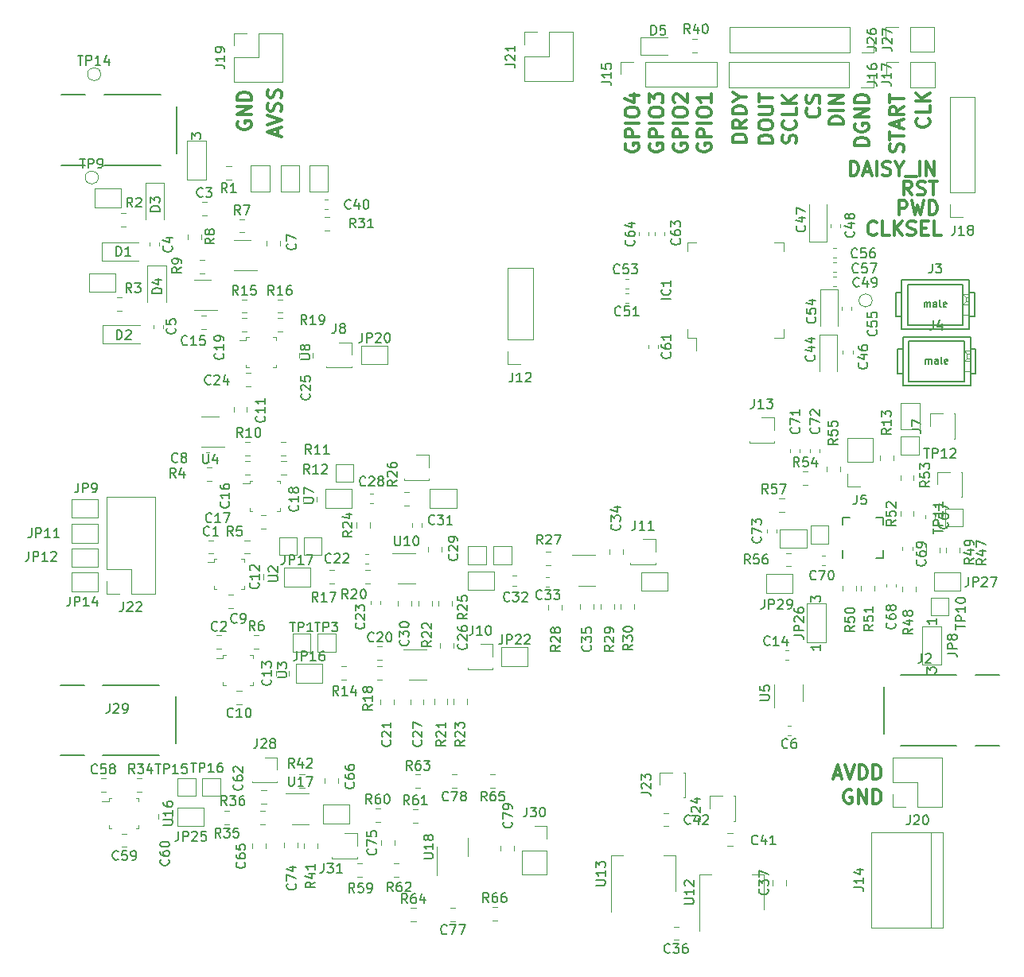
<source format=gbr>
G04 #@! TF.GenerationSoftware,KiCad,Pcbnew,(5.0.2)-1*
G04 #@! TF.CreationDate,2019-08-15T12:32:10+02:00*
G04 #@! TF.ProjectId,ADS1298_FINAL,41445331-3239-4385-9f46-494e414c2e6b,rev?*
G04 #@! TF.SameCoordinates,Original*
G04 #@! TF.FileFunction,Legend,Top*
G04 #@! TF.FilePolarity,Positive*
%FSLAX46Y46*%
G04 Gerber Fmt 4.6, Leading zero omitted, Abs format (unit mm)*
G04 Created by KiCad (PCBNEW (5.0.2)-1) date 15-8-2019 12:32:10*
%MOMM*%
%LPD*%
G01*
G04 APERTURE LIST*
%ADD10C,0.300000*%
%ADD11C,0.120000*%
%ADD12C,0.150000*%
%ADD13C,0.100000*%
%ADD14C,0.200000*%
%ADD15C,0.187500*%
G04 APERTURE END LIST*
D10*
X104257142Y-102250000D02*
X104114285Y-102178571D01*
X103900000Y-102178571D01*
X103685714Y-102250000D01*
X103542857Y-102392857D01*
X103471428Y-102535714D01*
X103400000Y-102821428D01*
X103400000Y-103035714D01*
X103471428Y-103321428D01*
X103542857Y-103464285D01*
X103685714Y-103607142D01*
X103900000Y-103678571D01*
X104042857Y-103678571D01*
X104257142Y-103607142D01*
X104328571Y-103535714D01*
X104328571Y-103035714D01*
X104042857Y-103035714D01*
X104971428Y-103678571D02*
X104971428Y-102178571D01*
X105828571Y-103678571D01*
X105828571Y-102178571D01*
X106542857Y-103678571D02*
X106542857Y-102178571D01*
X106900000Y-102178571D01*
X107114285Y-102250000D01*
X107257142Y-102392857D01*
X107328571Y-102535714D01*
X107400000Y-102821428D01*
X107400000Y-103035714D01*
X107328571Y-103321428D01*
X107257142Y-103464285D01*
X107114285Y-103607142D01*
X106900000Y-103678571D01*
X106542857Y-103678571D01*
X102400000Y-100650000D02*
X103114285Y-100650000D01*
X102257142Y-101078571D02*
X102757142Y-99578571D01*
X103257142Y-101078571D01*
X103542857Y-99578571D02*
X104042857Y-101078571D01*
X104542857Y-99578571D01*
X105042857Y-101078571D02*
X105042857Y-99578571D01*
X105400000Y-99578571D01*
X105614285Y-99650000D01*
X105757142Y-99792857D01*
X105828571Y-99935714D01*
X105900000Y-100221428D01*
X105900000Y-100435714D01*
X105828571Y-100721428D01*
X105757142Y-100864285D01*
X105614285Y-101007142D01*
X105400000Y-101078571D01*
X105042857Y-101078571D01*
X106542857Y-101078571D02*
X106542857Y-99578571D01*
X106900000Y-99578571D01*
X107114285Y-99650000D01*
X107257142Y-99792857D01*
X107328571Y-99935714D01*
X107400000Y-100221428D01*
X107400000Y-100435714D01*
X107328571Y-100721428D01*
X107257142Y-100864285D01*
X107114285Y-101007142D01*
X106900000Y-101078571D01*
X106542857Y-101078571D01*
X38950000Y-31042857D02*
X38878571Y-31185714D01*
X38878571Y-31400000D01*
X38950000Y-31614285D01*
X39092857Y-31757142D01*
X39235714Y-31828571D01*
X39521428Y-31900000D01*
X39735714Y-31900000D01*
X40021428Y-31828571D01*
X40164285Y-31757142D01*
X40307142Y-31614285D01*
X40378571Y-31400000D01*
X40378571Y-31257142D01*
X40307142Y-31042857D01*
X40235714Y-30971428D01*
X39735714Y-30971428D01*
X39735714Y-31257142D01*
X40378571Y-30328571D02*
X38878571Y-30328571D01*
X40378571Y-29471428D01*
X38878571Y-29471428D01*
X40378571Y-28757142D02*
X38878571Y-28757142D01*
X38878571Y-28400000D01*
X38950000Y-28185714D01*
X39092857Y-28042857D01*
X39235714Y-27971428D01*
X39521428Y-27900000D01*
X39735714Y-27900000D01*
X40021428Y-27971428D01*
X40164285Y-28042857D01*
X40307142Y-28185714D01*
X40378571Y-28400000D01*
X40378571Y-28757142D01*
X43150000Y-32528571D02*
X43150000Y-31814285D01*
X43578571Y-32671428D02*
X42078571Y-32171428D01*
X43578571Y-31671428D01*
X42078571Y-31385714D02*
X43578571Y-30885714D01*
X42078571Y-30385714D01*
X43507142Y-29957142D02*
X43578571Y-29742857D01*
X43578571Y-29385714D01*
X43507142Y-29242857D01*
X43435714Y-29171428D01*
X43292857Y-29100000D01*
X43150000Y-29100000D01*
X43007142Y-29171428D01*
X42935714Y-29242857D01*
X42864285Y-29385714D01*
X42792857Y-29671428D01*
X42721428Y-29814285D01*
X42650000Y-29885714D01*
X42507142Y-29957142D01*
X42364285Y-29957142D01*
X42221428Y-29885714D01*
X42150000Y-29814285D01*
X42078571Y-29671428D01*
X42078571Y-29314285D01*
X42150000Y-29100000D01*
X43507142Y-28528571D02*
X43578571Y-28314285D01*
X43578571Y-27957142D01*
X43507142Y-27814285D01*
X43435714Y-27742857D01*
X43292857Y-27671428D01*
X43150000Y-27671428D01*
X43007142Y-27742857D01*
X42935714Y-27814285D01*
X42864285Y-27957142D01*
X42792857Y-28242857D01*
X42721428Y-28385714D01*
X42650000Y-28457142D01*
X42507142Y-28528571D01*
X42364285Y-28528571D01*
X42221428Y-28457142D01*
X42150000Y-28385714D01*
X42078571Y-28242857D01*
X42078571Y-27885714D01*
X42150000Y-27671428D01*
X80225000Y-33414285D02*
X80153571Y-33557142D01*
X80153571Y-33771428D01*
X80225000Y-33985714D01*
X80367857Y-34128571D01*
X80510714Y-34200000D01*
X80796428Y-34271428D01*
X81010714Y-34271428D01*
X81296428Y-34200000D01*
X81439285Y-34128571D01*
X81582142Y-33985714D01*
X81653571Y-33771428D01*
X81653571Y-33628571D01*
X81582142Y-33414285D01*
X81510714Y-33342857D01*
X81010714Y-33342857D01*
X81010714Y-33628571D01*
X81653571Y-32700000D02*
X80153571Y-32700000D01*
X80153571Y-32128571D01*
X80225000Y-31985714D01*
X80296428Y-31914285D01*
X80439285Y-31842857D01*
X80653571Y-31842857D01*
X80796428Y-31914285D01*
X80867857Y-31985714D01*
X80939285Y-32128571D01*
X80939285Y-32700000D01*
X81653571Y-31200000D02*
X80153571Y-31200000D01*
X80153571Y-30200000D02*
X80153571Y-29914285D01*
X80225000Y-29771428D01*
X80367857Y-29628571D01*
X80653571Y-29557142D01*
X81153571Y-29557142D01*
X81439285Y-29628571D01*
X81582142Y-29771428D01*
X81653571Y-29914285D01*
X81653571Y-30200000D01*
X81582142Y-30342857D01*
X81439285Y-30485714D01*
X81153571Y-30557142D01*
X80653571Y-30557142D01*
X80367857Y-30485714D01*
X80225000Y-30342857D01*
X80153571Y-30200000D01*
X80653571Y-28271428D02*
X81653571Y-28271428D01*
X80082142Y-28628571D02*
X81153571Y-28985714D01*
X81153571Y-28057142D01*
X82775000Y-33414285D02*
X82703571Y-33557142D01*
X82703571Y-33771428D01*
X82775000Y-33985714D01*
X82917857Y-34128571D01*
X83060714Y-34200000D01*
X83346428Y-34271428D01*
X83560714Y-34271428D01*
X83846428Y-34200000D01*
X83989285Y-34128571D01*
X84132142Y-33985714D01*
X84203571Y-33771428D01*
X84203571Y-33628571D01*
X84132142Y-33414285D01*
X84060714Y-33342857D01*
X83560714Y-33342857D01*
X83560714Y-33628571D01*
X84203571Y-32700000D02*
X82703571Y-32700000D01*
X82703571Y-32128571D01*
X82775000Y-31985714D01*
X82846428Y-31914285D01*
X82989285Y-31842857D01*
X83203571Y-31842857D01*
X83346428Y-31914285D01*
X83417857Y-31985714D01*
X83489285Y-32128571D01*
X83489285Y-32700000D01*
X84203571Y-31200000D02*
X82703571Y-31200000D01*
X82703571Y-30200000D02*
X82703571Y-29914285D01*
X82775000Y-29771428D01*
X82917857Y-29628571D01*
X83203571Y-29557142D01*
X83703571Y-29557142D01*
X83989285Y-29628571D01*
X84132142Y-29771428D01*
X84203571Y-29914285D01*
X84203571Y-30200000D01*
X84132142Y-30342857D01*
X83989285Y-30485714D01*
X83703571Y-30557142D01*
X83203571Y-30557142D01*
X82917857Y-30485714D01*
X82775000Y-30342857D01*
X82703571Y-30200000D01*
X82703571Y-29057142D02*
X82703571Y-28128571D01*
X83275000Y-28628571D01*
X83275000Y-28414285D01*
X83346428Y-28271428D01*
X83417857Y-28200000D01*
X83560714Y-28128571D01*
X83917857Y-28128571D01*
X84060714Y-28200000D01*
X84132142Y-28271428D01*
X84203571Y-28414285D01*
X84203571Y-28842857D01*
X84132142Y-28985714D01*
X84060714Y-29057142D01*
X85325000Y-33414285D02*
X85253571Y-33557142D01*
X85253571Y-33771428D01*
X85325000Y-33985714D01*
X85467857Y-34128571D01*
X85610714Y-34200000D01*
X85896428Y-34271428D01*
X86110714Y-34271428D01*
X86396428Y-34200000D01*
X86539285Y-34128571D01*
X86682142Y-33985714D01*
X86753571Y-33771428D01*
X86753571Y-33628571D01*
X86682142Y-33414285D01*
X86610714Y-33342857D01*
X86110714Y-33342857D01*
X86110714Y-33628571D01*
X86753571Y-32700000D02*
X85253571Y-32700000D01*
X85253571Y-32128571D01*
X85325000Y-31985714D01*
X85396428Y-31914285D01*
X85539285Y-31842857D01*
X85753571Y-31842857D01*
X85896428Y-31914285D01*
X85967857Y-31985714D01*
X86039285Y-32128571D01*
X86039285Y-32700000D01*
X86753571Y-31200000D02*
X85253571Y-31200000D01*
X85253571Y-30200000D02*
X85253571Y-29914285D01*
X85325000Y-29771428D01*
X85467857Y-29628571D01*
X85753571Y-29557142D01*
X86253571Y-29557142D01*
X86539285Y-29628571D01*
X86682142Y-29771428D01*
X86753571Y-29914285D01*
X86753571Y-30200000D01*
X86682142Y-30342857D01*
X86539285Y-30485714D01*
X86253571Y-30557142D01*
X85753571Y-30557142D01*
X85467857Y-30485714D01*
X85325000Y-30342857D01*
X85253571Y-30200000D01*
X85396428Y-28985714D02*
X85325000Y-28914285D01*
X85253571Y-28771428D01*
X85253571Y-28414285D01*
X85325000Y-28271428D01*
X85396428Y-28200000D01*
X85539285Y-28128571D01*
X85682142Y-28128571D01*
X85896428Y-28200000D01*
X86753571Y-29057142D01*
X86753571Y-28128571D01*
X87875000Y-33414285D02*
X87803571Y-33557142D01*
X87803571Y-33771428D01*
X87875000Y-33985714D01*
X88017857Y-34128571D01*
X88160714Y-34200000D01*
X88446428Y-34271428D01*
X88660714Y-34271428D01*
X88946428Y-34200000D01*
X89089285Y-34128571D01*
X89232142Y-33985714D01*
X89303571Y-33771428D01*
X89303571Y-33628571D01*
X89232142Y-33414285D01*
X89160714Y-33342857D01*
X88660714Y-33342857D01*
X88660714Y-33628571D01*
X89303571Y-32700000D02*
X87803571Y-32700000D01*
X87803571Y-32128571D01*
X87875000Y-31985714D01*
X87946428Y-31914285D01*
X88089285Y-31842857D01*
X88303571Y-31842857D01*
X88446428Y-31914285D01*
X88517857Y-31985714D01*
X88589285Y-32128571D01*
X88589285Y-32700000D01*
X89303571Y-31200000D02*
X87803571Y-31200000D01*
X87803571Y-30200000D02*
X87803571Y-29914285D01*
X87875000Y-29771428D01*
X88017857Y-29628571D01*
X88303571Y-29557142D01*
X88803571Y-29557142D01*
X89089285Y-29628571D01*
X89232142Y-29771428D01*
X89303571Y-29914285D01*
X89303571Y-30200000D01*
X89232142Y-30342857D01*
X89089285Y-30485714D01*
X88803571Y-30557142D01*
X88303571Y-30557142D01*
X88017857Y-30485714D01*
X87875000Y-30342857D01*
X87803571Y-30200000D01*
X89303571Y-28128571D02*
X89303571Y-28985714D01*
X89303571Y-28557142D02*
X87803571Y-28557142D01*
X88017857Y-28700000D01*
X88160714Y-28842857D01*
X88232142Y-28985714D01*
X106078571Y-33578571D02*
X104578571Y-33578571D01*
X104578571Y-33221428D01*
X104650000Y-33007142D01*
X104792857Y-32864285D01*
X104935714Y-32792857D01*
X105221428Y-32721428D01*
X105435714Y-32721428D01*
X105721428Y-32792857D01*
X105864285Y-32864285D01*
X106007142Y-33007142D01*
X106078571Y-33221428D01*
X106078571Y-33578571D01*
X104650000Y-31292857D02*
X104578571Y-31435714D01*
X104578571Y-31650000D01*
X104650000Y-31864285D01*
X104792857Y-32007142D01*
X104935714Y-32078571D01*
X105221428Y-32150000D01*
X105435714Y-32150000D01*
X105721428Y-32078571D01*
X105864285Y-32007142D01*
X106007142Y-31864285D01*
X106078571Y-31650000D01*
X106078571Y-31507142D01*
X106007142Y-31292857D01*
X105935714Y-31221428D01*
X105435714Y-31221428D01*
X105435714Y-31507142D01*
X106078571Y-30578571D02*
X104578571Y-30578571D01*
X106078571Y-29721428D01*
X104578571Y-29721428D01*
X106078571Y-29007142D02*
X104578571Y-29007142D01*
X104578571Y-28650000D01*
X104650000Y-28435714D01*
X104792857Y-28292857D01*
X104935714Y-28221428D01*
X105221428Y-28150000D01*
X105435714Y-28150000D01*
X105721428Y-28221428D01*
X105864285Y-28292857D01*
X106007142Y-28435714D01*
X106078571Y-28650000D01*
X106078571Y-29007142D01*
X93078571Y-33235714D02*
X91578571Y-33235714D01*
X91578571Y-32878571D01*
X91650000Y-32664285D01*
X91792857Y-32521428D01*
X91935714Y-32450000D01*
X92221428Y-32378571D01*
X92435714Y-32378571D01*
X92721428Y-32450000D01*
X92864285Y-32521428D01*
X93007142Y-32664285D01*
X93078571Y-32878571D01*
X93078571Y-33235714D01*
X93078571Y-30878571D02*
X92364285Y-31378571D01*
X93078571Y-31735714D02*
X91578571Y-31735714D01*
X91578571Y-31164285D01*
X91650000Y-31021428D01*
X91721428Y-30950000D01*
X91864285Y-30878571D01*
X92078571Y-30878571D01*
X92221428Y-30950000D01*
X92292857Y-31021428D01*
X92364285Y-31164285D01*
X92364285Y-31735714D01*
X93078571Y-30235714D02*
X91578571Y-30235714D01*
X91578571Y-29878571D01*
X91650000Y-29664285D01*
X91792857Y-29521428D01*
X91935714Y-29450000D01*
X92221428Y-29378571D01*
X92435714Y-29378571D01*
X92721428Y-29450000D01*
X92864285Y-29521428D01*
X93007142Y-29664285D01*
X93078571Y-29878571D01*
X93078571Y-30235714D01*
X92364285Y-28450000D02*
X93078571Y-28450000D01*
X91578571Y-28950000D02*
X92364285Y-28450000D01*
X91578571Y-27950000D01*
X103378571Y-31335714D02*
X101878571Y-31335714D01*
X101878571Y-30978571D01*
X101950000Y-30764285D01*
X102092857Y-30621428D01*
X102235714Y-30550000D01*
X102521428Y-30478571D01*
X102735714Y-30478571D01*
X103021428Y-30550000D01*
X103164285Y-30621428D01*
X103307142Y-30764285D01*
X103378571Y-30978571D01*
X103378571Y-31335714D01*
X103378571Y-29835714D02*
X101878571Y-29835714D01*
X103378571Y-29121428D02*
X101878571Y-29121428D01*
X103378571Y-28264285D01*
X101878571Y-28264285D01*
X100735714Y-29650000D02*
X100807142Y-29721428D01*
X100878571Y-29935714D01*
X100878571Y-30078571D01*
X100807142Y-30292857D01*
X100664285Y-30435714D01*
X100521428Y-30507142D01*
X100235714Y-30578571D01*
X100021428Y-30578571D01*
X99735714Y-30507142D01*
X99592857Y-30435714D01*
X99450000Y-30292857D01*
X99378571Y-30078571D01*
X99378571Y-29935714D01*
X99450000Y-29721428D01*
X99521428Y-29650000D01*
X100807142Y-29078571D02*
X100878571Y-28864285D01*
X100878571Y-28507142D01*
X100807142Y-28364285D01*
X100735714Y-28292857D01*
X100592857Y-28221428D01*
X100450000Y-28221428D01*
X100307142Y-28292857D01*
X100235714Y-28364285D01*
X100164285Y-28507142D01*
X100092857Y-28792857D01*
X100021428Y-28935714D01*
X99950000Y-29007142D01*
X99807142Y-29078571D01*
X99664285Y-29078571D01*
X99521428Y-29007142D01*
X99450000Y-28935714D01*
X99378571Y-28792857D01*
X99378571Y-28435714D01*
X99450000Y-28221428D01*
X98307142Y-33335714D02*
X98378571Y-33121428D01*
X98378571Y-32764285D01*
X98307142Y-32621428D01*
X98235714Y-32550000D01*
X98092857Y-32478571D01*
X97950000Y-32478571D01*
X97807142Y-32550000D01*
X97735714Y-32621428D01*
X97664285Y-32764285D01*
X97592857Y-33050000D01*
X97521428Y-33192857D01*
X97450000Y-33264285D01*
X97307142Y-33335714D01*
X97164285Y-33335714D01*
X97021428Y-33264285D01*
X96950000Y-33192857D01*
X96878571Y-33050000D01*
X96878571Y-32692857D01*
X96950000Y-32478571D01*
X98235714Y-30978571D02*
X98307142Y-31050000D01*
X98378571Y-31264285D01*
X98378571Y-31407142D01*
X98307142Y-31621428D01*
X98164285Y-31764285D01*
X98021428Y-31835714D01*
X97735714Y-31907142D01*
X97521428Y-31907142D01*
X97235714Y-31835714D01*
X97092857Y-31764285D01*
X96950000Y-31621428D01*
X96878571Y-31407142D01*
X96878571Y-31264285D01*
X96950000Y-31050000D01*
X97021428Y-30978571D01*
X98378571Y-29621428D02*
X98378571Y-30335714D01*
X96878571Y-30335714D01*
X98378571Y-29121428D02*
X96878571Y-29121428D01*
X98378571Y-28264285D02*
X97521428Y-28907142D01*
X96878571Y-28264285D02*
X97735714Y-29121428D01*
X95878571Y-33335714D02*
X94378571Y-33335714D01*
X94378571Y-32978571D01*
X94450000Y-32764285D01*
X94592857Y-32621428D01*
X94735714Y-32550000D01*
X95021428Y-32478571D01*
X95235714Y-32478571D01*
X95521428Y-32550000D01*
X95664285Y-32621428D01*
X95807142Y-32764285D01*
X95878571Y-32978571D01*
X95878571Y-33335714D01*
X94378571Y-31550000D02*
X94378571Y-31264285D01*
X94450000Y-31121428D01*
X94592857Y-30978571D01*
X94878571Y-30907142D01*
X95378571Y-30907142D01*
X95664285Y-30978571D01*
X95807142Y-31121428D01*
X95878571Y-31264285D01*
X95878571Y-31550000D01*
X95807142Y-31692857D01*
X95664285Y-31835714D01*
X95378571Y-31907142D01*
X94878571Y-31907142D01*
X94592857Y-31835714D01*
X94450000Y-31692857D01*
X94378571Y-31550000D01*
X94378571Y-30264285D02*
X95592857Y-30264285D01*
X95735714Y-30192857D01*
X95807142Y-30121428D01*
X95878571Y-29978571D01*
X95878571Y-29692857D01*
X95807142Y-29550000D01*
X95735714Y-29478571D01*
X95592857Y-29407142D01*
X94378571Y-29407142D01*
X94378571Y-28907142D02*
X94378571Y-28050000D01*
X95878571Y-28478571D02*
X94378571Y-28478571D01*
X109707142Y-34264285D02*
X109778571Y-34050000D01*
X109778571Y-33692857D01*
X109707142Y-33550000D01*
X109635714Y-33478571D01*
X109492857Y-33407142D01*
X109350000Y-33407142D01*
X109207142Y-33478571D01*
X109135714Y-33550000D01*
X109064285Y-33692857D01*
X108992857Y-33978571D01*
X108921428Y-34121428D01*
X108850000Y-34192857D01*
X108707142Y-34264285D01*
X108564285Y-34264285D01*
X108421428Y-34192857D01*
X108350000Y-34121428D01*
X108278571Y-33978571D01*
X108278571Y-33621428D01*
X108350000Y-33407142D01*
X108278571Y-32978571D02*
X108278571Y-32121428D01*
X109778571Y-32550000D02*
X108278571Y-32550000D01*
X109350000Y-31692857D02*
X109350000Y-30978571D01*
X109778571Y-31835714D02*
X108278571Y-31335714D01*
X109778571Y-30835714D01*
X109778571Y-29478571D02*
X109064285Y-29978571D01*
X109778571Y-30335714D02*
X108278571Y-30335714D01*
X108278571Y-29764285D01*
X108350000Y-29621428D01*
X108421428Y-29550000D01*
X108564285Y-29478571D01*
X108778571Y-29478571D01*
X108921428Y-29550000D01*
X108992857Y-29621428D01*
X109064285Y-29764285D01*
X109064285Y-30335714D01*
X108278571Y-29050000D02*
X108278571Y-28192857D01*
X109778571Y-28621428D02*
X108278571Y-28621428D01*
X112435714Y-30692857D02*
X112507142Y-30764285D01*
X112578571Y-30978571D01*
X112578571Y-31121428D01*
X112507142Y-31335714D01*
X112364285Y-31478571D01*
X112221428Y-31550000D01*
X111935714Y-31621428D01*
X111721428Y-31621428D01*
X111435714Y-31550000D01*
X111292857Y-31478571D01*
X111150000Y-31335714D01*
X111078571Y-31121428D01*
X111078571Y-30978571D01*
X111150000Y-30764285D01*
X111221428Y-30692857D01*
X112578571Y-29335714D02*
X112578571Y-30050000D01*
X111078571Y-30050000D01*
X112578571Y-28835714D02*
X111078571Y-28835714D01*
X112578571Y-27978571D02*
X111721428Y-28621428D01*
X111078571Y-27978571D02*
X111935714Y-28835714D01*
X104135714Y-36778571D02*
X104135714Y-35278571D01*
X104492857Y-35278571D01*
X104707142Y-35350000D01*
X104850000Y-35492857D01*
X104921428Y-35635714D01*
X104992857Y-35921428D01*
X104992857Y-36135714D01*
X104921428Y-36421428D01*
X104850000Y-36564285D01*
X104707142Y-36707142D01*
X104492857Y-36778571D01*
X104135714Y-36778571D01*
X105564285Y-36350000D02*
X106278571Y-36350000D01*
X105421428Y-36778571D02*
X105921428Y-35278571D01*
X106421428Y-36778571D01*
X106921428Y-36778571D02*
X106921428Y-35278571D01*
X107564285Y-36707142D02*
X107778571Y-36778571D01*
X108135714Y-36778571D01*
X108278571Y-36707142D01*
X108350000Y-36635714D01*
X108421428Y-36492857D01*
X108421428Y-36350000D01*
X108350000Y-36207142D01*
X108278571Y-36135714D01*
X108135714Y-36064285D01*
X107850000Y-35992857D01*
X107707142Y-35921428D01*
X107635714Y-35850000D01*
X107564285Y-35707142D01*
X107564285Y-35564285D01*
X107635714Y-35421428D01*
X107707142Y-35350000D01*
X107850000Y-35278571D01*
X108207142Y-35278571D01*
X108421428Y-35350000D01*
X109350000Y-36064285D02*
X109350000Y-36778571D01*
X108850000Y-35278571D02*
X109350000Y-36064285D01*
X109850000Y-35278571D01*
X109992857Y-36921428D02*
X111135714Y-36921428D01*
X111492857Y-36778571D02*
X111492857Y-35278571D01*
X112207142Y-36778571D02*
X112207142Y-35278571D01*
X113064285Y-36778571D01*
X113064285Y-35278571D01*
X110678571Y-38878571D02*
X110178571Y-38164285D01*
X109821428Y-38878571D02*
X109821428Y-37378571D01*
X110392857Y-37378571D01*
X110535714Y-37450000D01*
X110607142Y-37521428D01*
X110678571Y-37664285D01*
X110678571Y-37878571D01*
X110607142Y-38021428D01*
X110535714Y-38092857D01*
X110392857Y-38164285D01*
X109821428Y-38164285D01*
X111250000Y-38807142D02*
X111464285Y-38878571D01*
X111821428Y-38878571D01*
X111964285Y-38807142D01*
X112035714Y-38735714D01*
X112107142Y-38592857D01*
X112107142Y-38450000D01*
X112035714Y-38307142D01*
X111964285Y-38235714D01*
X111821428Y-38164285D01*
X111535714Y-38092857D01*
X111392857Y-38021428D01*
X111321428Y-37950000D01*
X111250000Y-37807142D01*
X111250000Y-37664285D01*
X111321428Y-37521428D01*
X111392857Y-37450000D01*
X111535714Y-37378571D01*
X111892857Y-37378571D01*
X112107142Y-37450000D01*
X112535714Y-37378571D02*
X113392857Y-37378571D01*
X112964285Y-38878571D02*
X112964285Y-37378571D01*
X109300000Y-40978571D02*
X109300000Y-39478571D01*
X109871428Y-39478571D01*
X110014285Y-39550000D01*
X110085714Y-39621428D01*
X110157142Y-39764285D01*
X110157142Y-39978571D01*
X110085714Y-40121428D01*
X110014285Y-40192857D01*
X109871428Y-40264285D01*
X109300000Y-40264285D01*
X110657142Y-39478571D02*
X111014285Y-40978571D01*
X111300000Y-39907142D01*
X111585714Y-40978571D01*
X111942857Y-39478571D01*
X112514285Y-40978571D02*
X112514285Y-39478571D01*
X112871428Y-39478571D01*
X113085714Y-39550000D01*
X113228571Y-39692857D01*
X113300000Y-39835714D01*
X113371428Y-40121428D01*
X113371428Y-40335714D01*
X113300000Y-40621428D01*
X113228571Y-40764285D01*
X113085714Y-40907142D01*
X112871428Y-40978571D01*
X112514285Y-40978571D01*
X106907142Y-43035714D02*
X106835714Y-43107142D01*
X106621428Y-43178571D01*
X106478571Y-43178571D01*
X106264285Y-43107142D01*
X106121428Y-42964285D01*
X106050000Y-42821428D01*
X105978571Y-42535714D01*
X105978571Y-42321428D01*
X106050000Y-42035714D01*
X106121428Y-41892857D01*
X106264285Y-41750000D01*
X106478571Y-41678571D01*
X106621428Y-41678571D01*
X106835714Y-41750000D01*
X106907142Y-41821428D01*
X108264285Y-43178571D02*
X107550000Y-43178571D01*
X107550000Y-41678571D01*
X108764285Y-43178571D02*
X108764285Y-41678571D01*
X109621428Y-43178571D02*
X108978571Y-42321428D01*
X109621428Y-41678571D02*
X108764285Y-42535714D01*
X110192857Y-43107142D02*
X110407142Y-43178571D01*
X110764285Y-43178571D01*
X110907142Y-43107142D01*
X110978571Y-43035714D01*
X111050000Y-42892857D01*
X111050000Y-42750000D01*
X110978571Y-42607142D01*
X110907142Y-42535714D01*
X110764285Y-42464285D01*
X110478571Y-42392857D01*
X110335714Y-42321428D01*
X110264285Y-42250000D01*
X110192857Y-42107142D01*
X110192857Y-41964285D01*
X110264285Y-41821428D01*
X110335714Y-41750000D01*
X110478571Y-41678571D01*
X110835714Y-41678571D01*
X111050000Y-41750000D01*
X111692857Y-42392857D02*
X112192857Y-42392857D01*
X112407142Y-43178571D02*
X111692857Y-43178571D01*
X111692857Y-41678571D01*
X112407142Y-41678571D01*
X113764285Y-43178571D02*
X113050000Y-43178571D01*
X113050000Y-41678571D01*
D11*
G04 #@! TO.C,R49*
X112190000Y-76936252D02*
X112190000Y-76413748D01*
X113610000Y-76936252D02*
X113610000Y-76413748D01*
G04 #@! TO.C,C1*
X35813748Y-77060000D02*
X36336252Y-77060000D01*
X35813748Y-75640000D02*
X36336252Y-75640000D01*
G04 #@! TO.C,C2*
X36663748Y-87210000D02*
X37186252Y-87210000D01*
X36663748Y-85790000D02*
X37186252Y-85790000D01*
G04 #@! TO.C,C3*
X35113748Y-39590000D02*
X35636252Y-39590000D01*
X35113748Y-41010000D02*
X35636252Y-41010000D01*
G04 #@! TO.C,C4*
X30610000Y-43953733D02*
X30610000Y-44296267D01*
X29590000Y-43953733D02*
X29590000Y-44296267D01*
G04 #@! TO.C,C5*
X30960000Y-52703733D02*
X30960000Y-53046267D01*
X29940000Y-52703733D02*
X29940000Y-53046267D01*
G04 #@! TO.C,C6*
X97796267Y-96410000D02*
X97453733Y-96410000D01*
X97796267Y-95390000D02*
X97453733Y-95390000D01*
G04 #@! TO.C,C7*
X43410000Y-44236252D02*
X43410000Y-43713748D01*
X41990000Y-44236252D02*
X41990000Y-43713748D01*
G04 #@! TO.C,C8*
X35553733Y-66290000D02*
X35896267Y-66290000D01*
X35553733Y-67310000D02*
X35896267Y-67310000D01*
G04 #@! TO.C,C9*
X38486252Y-81440000D02*
X37963748Y-81440000D01*
X38486252Y-82860000D02*
X37963748Y-82860000D01*
G04 #@! TO.C,C10*
X39336252Y-93110000D02*
X38813748Y-93110000D01*
X39336252Y-91690000D02*
X38813748Y-91690000D01*
G04 #@! TO.C,C11*
X39910000Y-61463748D02*
X39910000Y-61986252D01*
X38490000Y-61463748D02*
X38490000Y-61986252D01*
G04 #@! TO.C,C12*
X41690000Y-79786252D02*
X41690000Y-79263748D01*
X43110000Y-79786252D02*
X43110000Y-79263748D01*
G04 #@! TO.C,C13*
X44410000Y-90086252D02*
X44410000Y-89563748D01*
X42990000Y-90086252D02*
X42990000Y-89563748D01*
G04 #@! TO.C,C14*
X97203733Y-88410000D02*
X97546267Y-88410000D01*
X97203733Y-87390000D02*
X97546267Y-87390000D01*
G04 #@! TO.C,C15*
X35586252Y-53160000D02*
X35063748Y-53160000D01*
X35586252Y-51740000D02*
X35063748Y-51740000D01*
G04 #@! TO.C,C16*
X39713748Y-67190000D02*
X40236252Y-67190000D01*
X39713748Y-68610000D02*
X40236252Y-68610000D01*
G04 #@! TO.C,C17*
X41936252Y-72990000D02*
X41413748Y-72990000D01*
X41936252Y-74410000D02*
X41413748Y-74410000D01*
G04 #@! TO.C,C18*
X47310000Y-71536252D02*
X47310000Y-71013748D01*
X45890000Y-71536252D02*
X45890000Y-71013748D01*
G04 #@! TO.C,C19*
X39363748Y-53410000D02*
X39886252Y-53410000D01*
X39363748Y-51990000D02*
X39886252Y-51990000D01*
G04 #@! TO.C,C20*
X53788748Y-88360000D02*
X54311252Y-88360000D01*
X53788748Y-86940000D02*
X54311252Y-86940000D01*
G04 #@! TO.C,C21*
X54140000Y-93136252D02*
X54140000Y-92613748D01*
X55560000Y-93136252D02*
X55560000Y-92613748D01*
G04 #@! TO.C,C22*
X52503733Y-77140000D02*
X52846267Y-77140000D01*
X52503733Y-78160000D02*
X52846267Y-78160000D01*
G04 #@! TO.C,C23*
X54110000Y-82446267D02*
X54110000Y-82103733D01*
X53090000Y-82446267D02*
X53090000Y-82103733D01*
G04 #@! TO.C,C24*
X40336252Y-57790000D02*
X39813748Y-57790000D01*
X40336252Y-59210000D02*
X39813748Y-59210000D01*
G04 #@! TO.C,C25*
X45490000Y-56236252D02*
X45490000Y-55713748D01*
X46910000Y-56236252D02*
X46910000Y-55713748D01*
G04 #@! TO.C,C26*
X60490000Y-87086252D02*
X60490000Y-86563748D01*
X61910000Y-87086252D02*
X61910000Y-86563748D01*
G04 #@! TO.C,C27*
X58710000Y-92613748D02*
X58710000Y-93136252D01*
X57290000Y-92613748D02*
X57290000Y-93136252D01*
G04 #@! TO.C,C28*
X53346267Y-70690000D02*
X53003733Y-70690000D01*
X53346267Y-71710000D02*
X53003733Y-71710000D01*
G04 #@! TO.C,C29*
X59190000Y-76886252D02*
X59190000Y-76363748D01*
X60610000Y-76886252D02*
X60610000Y-76363748D01*
G04 #@! TO.C,C30*
X55990000Y-82113748D02*
X55990000Y-82636252D01*
X57410000Y-82113748D02*
X57410000Y-82636252D01*
G04 #@! TO.C,C31*
X57490000Y-74196267D02*
X57490000Y-73853733D01*
X58510000Y-74196267D02*
X58510000Y-73853733D01*
G04 #@! TO.C,C32*
X68203733Y-80460000D02*
X68546267Y-80460000D01*
X68203733Y-79440000D02*
X68546267Y-79440000D01*
G04 #@! TO.C,C33*
X72096267Y-80560000D02*
X71753733Y-80560000D01*
X72096267Y-79540000D02*
X71753733Y-79540000D01*
G04 #@! TO.C,C34*
X79910000Y-77136252D02*
X79910000Y-76613748D01*
X78490000Y-77136252D02*
X78490000Y-76613748D01*
G04 #@! TO.C,C35*
X76810000Y-82463748D02*
X76810000Y-82986252D01*
X75390000Y-82463748D02*
X75390000Y-82986252D01*
G04 #@! TO.C,C36*
X85836252Y-116790000D02*
X85313748Y-116790000D01*
X85836252Y-118210000D02*
X85313748Y-118210000D01*
G04 #@! TO.C,C37*
X97310000Y-112386252D02*
X97310000Y-111863748D01*
X95890000Y-112386252D02*
X95890000Y-111863748D01*
G04 #@! TO.C,C40*
X48153733Y-39340000D02*
X48496267Y-39340000D01*
X48153733Y-40360000D02*
X48496267Y-40360000D01*
G04 #@! TO.C,C41*
X91063748Y-106790000D02*
X91586252Y-106790000D01*
X91063748Y-108210000D02*
X91586252Y-108210000D01*
G04 #@! TO.C,C42*
X84736252Y-106110000D02*
X84213748Y-106110000D01*
X84736252Y-104690000D02*
X84213748Y-104690000D01*
G04 #@! TO.C,C44*
X102735000Y-57650000D02*
X102735000Y-53740000D01*
X102735000Y-53740000D02*
X100865000Y-53740000D01*
X100865000Y-53740000D02*
X100865000Y-57650000D01*
G04 #@! TO.C,C46*
X103340000Y-55453733D02*
X103340000Y-55796267D01*
X104360000Y-55453733D02*
X104360000Y-55796267D01*
G04 #@! TO.C,C47*
X99715000Y-39900000D02*
X99715000Y-43810000D01*
X99715000Y-43810000D02*
X101585000Y-43810000D01*
X101585000Y-43810000D02*
X101585000Y-39900000D01*
G04 #@! TO.C,C48*
X103010000Y-42321267D02*
X103010000Y-41978733D01*
X101990000Y-42321267D02*
X101990000Y-41978733D01*
G04 #@! TO.C,C49*
X102253733Y-47590000D02*
X102596267Y-47590000D01*
X102253733Y-48610000D02*
X102596267Y-48610000D01*
G04 #@! TO.C,C51*
X80496267Y-49340000D02*
X80153733Y-49340000D01*
X80496267Y-50360000D02*
X80153733Y-50360000D01*
G04 #@! TO.C,C53*
X80496267Y-47790000D02*
X80153733Y-47790000D01*
X80496267Y-48810000D02*
X80153733Y-48810000D01*
G04 #@! TO.C,C54*
X100915000Y-48940000D02*
X100915000Y-52850000D01*
X102785000Y-48940000D02*
X100915000Y-48940000D01*
X102785000Y-52850000D02*
X102785000Y-48940000D01*
G04 #@! TO.C,C55*
X104260000Y-50753733D02*
X104260000Y-51096267D01*
X103240000Y-50753733D02*
X103240000Y-51096267D01*
G04 #@! TO.C,C56*
X102253733Y-44490000D02*
X102596267Y-44490000D01*
X102253733Y-45510000D02*
X102596267Y-45510000D01*
G04 #@! TO.C,C57*
X102253733Y-47060000D02*
X102596267Y-47060000D01*
X102253733Y-46040000D02*
X102596267Y-46040000D01*
G04 #@! TO.C,C61*
X82640000Y-54828733D02*
X82640000Y-55171267D01*
X83660000Y-54828733D02*
X83660000Y-55171267D01*
G04 #@! TO.C,C63*
X84360000Y-43196267D02*
X84360000Y-42853733D01*
X83340000Y-43196267D02*
X83340000Y-42853733D01*
G04 #@! TO.C,C64*
X81640000Y-43196267D02*
X81640000Y-42853733D01*
X82660000Y-43196267D02*
X82660000Y-42853733D01*
G04 #@! TO.C,C67*
X113160000Y-72949721D02*
X113160000Y-73275279D01*
X112140000Y-72949721D02*
X112140000Y-73275279D01*
G04 #@! TO.C,C68*
X109010000Y-80299721D02*
X109010000Y-80625279D01*
X107990000Y-80299721D02*
X107990000Y-80625279D01*
G04 #@! TO.C,C69*
X109690000Y-76374721D02*
X109690000Y-76700279D01*
X110710000Y-76374721D02*
X110710000Y-76700279D01*
G04 #@! TO.C,C70*
X101124721Y-78310000D02*
X101450279Y-78310000D01*
X101124721Y-77290000D02*
X101450279Y-77290000D01*
G04 #@! TO.C,C71*
X98760000Y-65949721D02*
X98760000Y-66275279D01*
X97740000Y-65949721D02*
X97740000Y-66275279D01*
G04 #@! TO.C,C72*
X100860000Y-66262779D02*
X100860000Y-65937221D01*
X99840000Y-66262779D02*
X99840000Y-65937221D01*
G04 #@! TO.C,C73*
X96260000Y-74474721D02*
X96260000Y-74800279D01*
X95240000Y-74474721D02*
X95240000Y-74800279D01*
G04 #@! TO.C,D1*
X24500000Y-43900000D02*
X24500000Y-45900000D01*
X24500000Y-45900000D02*
X28400000Y-45900000D01*
X24500000Y-43900000D02*
X28400000Y-43900000D01*
G04 #@! TO.C,D2*
X24600000Y-52700000D02*
X24600000Y-54700000D01*
X24600000Y-54700000D02*
X28500000Y-54700000D01*
X24600000Y-52700000D02*
X28500000Y-52700000D01*
G04 #@! TO.C,D3*
X31100000Y-37600000D02*
X31100000Y-41500000D01*
X29100000Y-37600000D02*
X29100000Y-41500000D01*
X31100000Y-37600000D02*
X29100000Y-37600000D01*
G04 #@! TO.C,D4*
X31300000Y-46400000D02*
X31300000Y-50300000D01*
X29300000Y-46400000D02*
X29300000Y-50300000D01*
X31300000Y-46400000D02*
X29300000Y-46400000D01*
G04 #@! TO.C,D5*
X84675000Y-22040000D02*
X81815000Y-22040000D01*
X81815000Y-22040000D02*
X81815000Y-23960000D01*
X81815000Y-23960000D02*
X84675000Y-23960000D01*
G04 #@! TO.C,J5*
X105150000Y-69930000D02*
X103820000Y-69930000D01*
X103820000Y-69930000D02*
X103820000Y-68600000D01*
X103820000Y-67330000D02*
X103820000Y-64730000D01*
X106480000Y-64730000D02*
X103820000Y-64730000D01*
X106480000Y-67330000D02*
X106480000Y-64730000D01*
X106480000Y-67330000D02*
X103820000Y-67330000D01*
G04 #@! TO.C,J6*
X113370000Y-69700000D02*
X113370000Y-68370000D01*
X113370000Y-68370000D02*
X114700000Y-68370000D01*
X115910000Y-68370000D02*
X116030000Y-68370000D01*
X115910000Y-71030000D02*
X116030000Y-71030000D01*
X116030000Y-71030000D02*
X116030000Y-68370000D01*
G04 #@! TO.C,J7*
X112620000Y-63500000D02*
X112620000Y-62170000D01*
X112620000Y-62170000D02*
X113950000Y-62170000D01*
X115160000Y-62170000D02*
X115280000Y-62170000D01*
X115160000Y-64830000D02*
X115280000Y-64830000D01*
X115280000Y-64830000D02*
X115280000Y-62170000D01*
G04 #@! TO.C,J8*
X48370000Y-57230000D02*
X51030000Y-57230000D01*
X48370000Y-57110000D02*
X48370000Y-57230000D01*
X51030000Y-57110000D02*
X51030000Y-57230000D01*
X51030000Y-54570000D02*
X51030000Y-55900000D01*
X49700000Y-54570000D02*
X51030000Y-54570000D01*
G04 #@! TO.C,J9*
X56620000Y-69230000D02*
X59280000Y-69230000D01*
X56620000Y-69110000D02*
X56620000Y-69230000D01*
X59280000Y-69110000D02*
X59280000Y-69230000D01*
X59280000Y-66570000D02*
X59280000Y-67900000D01*
X57950000Y-66570000D02*
X59280000Y-66570000D01*
G04 #@! TO.C,J10*
X64750000Y-86720000D02*
X66080000Y-86720000D01*
X66080000Y-86720000D02*
X66080000Y-88050000D01*
X66080000Y-89260000D02*
X66080000Y-89380000D01*
X63420000Y-89260000D02*
X63420000Y-89380000D01*
X63420000Y-89380000D02*
X66080000Y-89380000D01*
G04 #@! TO.C,J11*
X80720000Y-78180000D02*
X83380000Y-78180000D01*
X80720000Y-78060000D02*
X80720000Y-78180000D01*
X83380000Y-78060000D02*
X83380000Y-78180000D01*
X83380000Y-75520000D02*
X83380000Y-76850000D01*
X82050000Y-75520000D02*
X83380000Y-75520000D01*
G04 #@! TO.C,J12*
X69000000Y-56880000D02*
X67670000Y-56880000D01*
X67670000Y-56880000D02*
X67670000Y-55550000D01*
X67670000Y-54280000D02*
X67670000Y-46600000D01*
X70330000Y-46600000D02*
X67670000Y-46600000D01*
X70330000Y-54280000D02*
X70330000Y-46600000D01*
X70330000Y-54280000D02*
X67670000Y-54280000D01*
G04 #@! TO.C,J13*
X93370000Y-65230000D02*
X96030000Y-65230000D01*
X93370000Y-65110000D02*
X93370000Y-65230000D01*
X96030000Y-65110000D02*
X96030000Y-65230000D01*
X96030000Y-62570000D02*
X96030000Y-63900000D01*
X94700000Y-62570000D02*
X96030000Y-62570000D01*
G04 #@! TO.C,J14*
X112690000Y-106710000D02*
X112690000Y-116870000D01*
X113960000Y-106710000D02*
X106340000Y-106710000D01*
X106340000Y-106710000D02*
X106340000Y-116870000D01*
X106340000Y-116870000D02*
X113960000Y-116870000D01*
X113960000Y-116870000D02*
X113960000Y-106710000D01*
G04 #@! TO.C,J15*
X82270000Y-27330000D02*
X82270000Y-24670000D01*
X82270000Y-27330000D02*
X89950000Y-27330000D01*
X89950000Y-27330000D02*
X89950000Y-24670000D01*
X82270000Y-24670000D02*
X89950000Y-24670000D01*
X79670000Y-24670000D02*
X81000000Y-24670000D01*
X79670000Y-26000000D02*
X79670000Y-24670000D01*
G04 #@! TO.C,J16*
X110520000Y-27380000D02*
X110520000Y-24720000D01*
X110520000Y-27380000D02*
X113120000Y-27380000D01*
X113120000Y-27380000D02*
X113120000Y-24720000D01*
X110520000Y-24720000D02*
X113120000Y-24720000D01*
X107920000Y-24720000D02*
X109250000Y-24720000D01*
X107920000Y-26050000D02*
X107920000Y-24720000D01*
G04 #@! TO.C,J17*
X103980000Y-24720000D02*
X103980000Y-27380000D01*
X103980000Y-24720000D02*
X91220000Y-24720000D01*
X91220000Y-24720000D02*
X91220000Y-27380000D01*
X103980000Y-27380000D02*
X91220000Y-27380000D01*
X106580000Y-27380000D02*
X105250000Y-27380000D01*
X106580000Y-26050000D02*
X106580000Y-27380000D01*
G04 #@! TO.C,J18*
X117380000Y-38630000D02*
X114720000Y-38630000D01*
X117380000Y-38630000D02*
X117380000Y-28410000D01*
X117380000Y-28410000D02*
X114720000Y-28410000D01*
X114720000Y-38630000D02*
X114720000Y-28410000D01*
X114720000Y-41230000D02*
X114720000Y-39900000D01*
X116050000Y-41230000D02*
X114720000Y-41230000D01*
G04 #@! TO.C,J19*
X38530000Y-26830000D02*
X38530000Y-24230000D01*
X38530000Y-26830000D02*
X43730000Y-26830000D01*
X43730000Y-26830000D02*
X43730000Y-21630000D01*
X41130000Y-21630000D02*
X43730000Y-21630000D01*
X41130000Y-24230000D02*
X41130000Y-21630000D01*
X38530000Y-24230000D02*
X41130000Y-24230000D01*
X38530000Y-21630000D02*
X39860000Y-21630000D01*
X38530000Y-22960000D02*
X38530000Y-21630000D01*
G04 #@! TO.C,J20*
X110000000Y-104030000D02*
X108670000Y-104030000D01*
X108670000Y-104030000D02*
X108670000Y-102700000D01*
X111270000Y-104030000D02*
X111270000Y-101430000D01*
X111270000Y-101430000D02*
X108670000Y-101430000D01*
X108670000Y-101430000D02*
X108670000Y-98830000D01*
X113870000Y-98830000D02*
X108670000Y-98830000D01*
X113870000Y-104030000D02*
X113870000Y-98830000D01*
X113870000Y-104030000D02*
X111270000Y-104030000D01*
G04 #@! TO.C,J21*
X69430000Y-26730000D02*
X69430000Y-24130000D01*
X69430000Y-26730000D02*
X74630000Y-26730000D01*
X74630000Y-26730000D02*
X74630000Y-21530000D01*
X72030000Y-21530000D02*
X74630000Y-21530000D01*
X72030000Y-24130000D02*
X72030000Y-21530000D01*
X69430000Y-24130000D02*
X72030000Y-24130000D01*
X69430000Y-21530000D02*
X70760000Y-21530000D01*
X69430000Y-22860000D02*
X69430000Y-21530000D01*
G04 #@! TO.C,J22*
X30170000Y-81330000D02*
X27570000Y-81330000D01*
X30170000Y-81330000D02*
X30170000Y-71050000D01*
X30170000Y-71050000D02*
X24970000Y-71050000D01*
X24970000Y-78730000D02*
X24970000Y-71050000D01*
X27570000Y-78730000D02*
X24970000Y-78730000D01*
X27570000Y-81330000D02*
X27570000Y-78730000D01*
X24970000Y-81330000D02*
X24970000Y-80000000D01*
X26300000Y-81330000D02*
X24970000Y-81330000D01*
G04 #@! TO.C,J23*
X86530000Y-103030000D02*
X86530000Y-100370000D01*
X86410000Y-103030000D02*
X86530000Y-103030000D01*
X86410000Y-100370000D02*
X86530000Y-100370000D01*
X83870000Y-100370000D02*
X85200000Y-100370000D01*
X83870000Y-101700000D02*
X83870000Y-100370000D01*
G04 #@! TO.C,J24*
X89170000Y-104200000D02*
X89170000Y-102870000D01*
X89170000Y-102870000D02*
X90500000Y-102870000D01*
X91710000Y-102870000D02*
X91830000Y-102870000D01*
X91710000Y-105530000D02*
X91830000Y-105530000D01*
X91830000Y-105530000D02*
X91830000Y-102870000D01*
G04 #@! TO.C,JP1*
X23750000Y-40200000D02*
X23750000Y-38200000D01*
X26550000Y-40200000D02*
X23750000Y-40200000D01*
X26550000Y-38200000D02*
X26550000Y-40200000D01*
X23750000Y-38200000D02*
X26550000Y-38200000D01*
G04 #@! TO.C,JP3*
X35550000Y-37200000D02*
X33550000Y-37200000D01*
X35550000Y-33100000D02*
X35550000Y-37200000D01*
X33550000Y-33100000D02*
X35550000Y-33100000D01*
X33550000Y-37200000D02*
X33550000Y-33100000D01*
G04 #@! TO.C,JP7*
X23150000Y-47200000D02*
X25950000Y-47200000D01*
X25950000Y-47200000D02*
X25950000Y-49200000D01*
X25950000Y-49200000D02*
X23150000Y-49200000D01*
X23150000Y-49200000D02*
X23150000Y-47200000D01*
G04 #@! TO.C,JP8*
X111800000Y-84800000D02*
X113800000Y-84800000D01*
X111800000Y-88900000D02*
X111800000Y-84800000D01*
X113800000Y-88900000D02*
X111800000Y-88900000D01*
X113800000Y-84800000D02*
X113800000Y-88900000D01*
G04 #@! TO.C,JP9*
X21250000Y-73250000D02*
X21250000Y-71250000D01*
X24050000Y-73250000D02*
X21250000Y-73250000D01*
X24050000Y-71250000D02*
X24050000Y-73250000D01*
X21250000Y-71250000D02*
X24050000Y-71250000D01*
G04 #@! TO.C,JP10*
X40350000Y-38500000D02*
X40350000Y-35700000D01*
X40350000Y-35700000D02*
X42350000Y-35700000D01*
X42350000Y-35700000D02*
X42350000Y-38500000D01*
X42350000Y-38500000D02*
X40350000Y-38500000D01*
G04 #@! TO.C,JP11*
X21250000Y-73900000D02*
X24050000Y-73900000D01*
X24050000Y-73900000D02*
X24050000Y-75900000D01*
X24050000Y-75900000D02*
X21250000Y-75900000D01*
X21250000Y-75900000D02*
X21250000Y-73900000D01*
G04 #@! TO.C,JP12*
X21250000Y-78500000D02*
X21250000Y-76500000D01*
X24050000Y-78500000D02*
X21250000Y-78500000D01*
X24050000Y-76500000D02*
X24050000Y-78500000D01*
X21250000Y-76500000D02*
X24050000Y-76500000D01*
G04 #@! TO.C,JP13*
X45500000Y-38500000D02*
X43500000Y-38500000D01*
X45500000Y-35700000D02*
X45500000Y-38500000D01*
X43500000Y-35700000D02*
X45500000Y-35700000D01*
X43500000Y-38500000D02*
X43500000Y-35700000D01*
G04 #@! TO.C,JP14*
X21250000Y-79100000D02*
X24050000Y-79100000D01*
X24050000Y-79100000D02*
X24050000Y-81100000D01*
X24050000Y-81100000D02*
X21250000Y-81100000D01*
X21250000Y-81100000D02*
X21250000Y-79100000D01*
G04 #@! TO.C,JP15*
X46550000Y-38500000D02*
X46550000Y-35700000D01*
X46550000Y-35700000D02*
X48550000Y-35700000D01*
X48550000Y-35700000D02*
X48550000Y-38500000D01*
X48550000Y-38500000D02*
X46550000Y-38500000D01*
G04 #@! TO.C,JP16*
X45150000Y-88800000D02*
X47950000Y-88800000D01*
X47950000Y-88800000D02*
X47950000Y-90800000D01*
X47950000Y-90800000D02*
X45150000Y-90800000D01*
X45150000Y-90800000D02*
X45150000Y-88800000D01*
G04 #@! TO.C,JP17*
X43850000Y-78550000D02*
X46650000Y-78550000D01*
X46650000Y-78550000D02*
X46650000Y-80550000D01*
X46650000Y-80550000D02*
X43850000Y-80550000D01*
X43850000Y-80550000D02*
X43850000Y-78550000D01*
G04 #@! TO.C,JP18*
X48250000Y-70200000D02*
X51050000Y-70200000D01*
X51050000Y-70200000D02*
X51050000Y-72200000D01*
X51050000Y-72200000D02*
X48250000Y-72200000D01*
X48250000Y-72200000D02*
X48250000Y-70200000D01*
G04 #@! TO.C,JP19*
X111500000Y-63800000D02*
X109500000Y-63800000D01*
X111500000Y-61000000D02*
X111500000Y-63800000D01*
X109500000Y-61000000D02*
X111500000Y-61000000D01*
X109500000Y-63800000D02*
X109500000Y-61000000D01*
G04 #@! TO.C,JP20*
X52100000Y-56900000D02*
X52100000Y-54900000D01*
X54900000Y-56900000D02*
X52100000Y-56900000D01*
X54900000Y-54900000D02*
X54900000Y-56900000D01*
X52100000Y-54900000D02*
X54900000Y-54900000D01*
G04 #@! TO.C,JP21*
X59400000Y-70200000D02*
X62200000Y-70200000D01*
X62200000Y-70200000D02*
X62200000Y-72200000D01*
X62200000Y-72200000D02*
X59400000Y-72200000D01*
X59400000Y-72200000D02*
X59400000Y-70200000D01*
G04 #@! TO.C,JP22*
X67000000Y-87050000D02*
X69800000Y-87050000D01*
X69800000Y-87050000D02*
X69800000Y-89050000D01*
X69800000Y-89050000D02*
X67000000Y-89050000D01*
X67000000Y-89050000D02*
X67000000Y-87050000D01*
G04 #@! TO.C,JP23*
X63450000Y-78950000D02*
X66250000Y-78950000D01*
X66250000Y-78950000D02*
X66250000Y-80950000D01*
X66250000Y-80950000D02*
X63450000Y-80950000D01*
X63450000Y-80950000D02*
X63450000Y-78950000D01*
G04 #@! TO.C,JP24*
X81900000Y-81050000D02*
X81900000Y-79050000D01*
X84700000Y-81050000D02*
X81900000Y-81050000D01*
X84700000Y-79050000D02*
X84700000Y-81050000D01*
X81900000Y-79050000D02*
X84700000Y-79050000D01*
G04 #@! TO.C,JP26*
X99500000Y-86500000D02*
X99500000Y-82400000D01*
X99500000Y-82400000D02*
X101500000Y-82400000D01*
X101500000Y-82400000D02*
X101500000Y-86500000D01*
X101500000Y-86500000D02*
X99500000Y-86500000D01*
G04 #@! TO.C,JP27*
X115800000Y-79050000D02*
X115800000Y-81050000D01*
X113000000Y-79050000D02*
X115800000Y-79050000D01*
X113000000Y-81050000D02*
X113000000Y-79050000D01*
X115800000Y-81050000D02*
X113000000Y-81050000D01*
G04 #@! TO.C,JP28*
X99450000Y-74450000D02*
X99450000Y-76450000D01*
X96650000Y-74450000D02*
X99450000Y-74450000D01*
X96650000Y-76450000D02*
X96650000Y-74450000D01*
X99450000Y-76450000D02*
X96650000Y-76450000D01*
G04 #@! TO.C,JP29*
X95200000Y-79250000D02*
X98000000Y-79250000D01*
X98000000Y-79250000D02*
X98000000Y-81250000D01*
X98000000Y-81250000D02*
X95200000Y-81250000D01*
X95200000Y-81250000D02*
X95200000Y-79250000D01*
D12*
G04 #@! TO.C,M1*
X103300000Y-73200000D02*
X104075000Y-73200000D01*
X107600000Y-77500000D02*
X106825000Y-77500000D01*
X107600000Y-73200000D02*
X106825000Y-73200000D01*
X103300000Y-77500000D02*
X103300000Y-76725000D01*
X107600000Y-77500000D02*
X107600000Y-76725000D01*
X107600000Y-73200000D02*
X107600000Y-73975000D01*
X103300000Y-73200000D02*
X103300000Y-73975000D01*
D11*
G04 #@! TO.C,R1*
X38236252Y-35790000D02*
X37713748Y-35790000D01*
X38236252Y-37210000D02*
X37713748Y-37210000D01*
G04 #@! TO.C,R2*
X27036252Y-42210000D02*
X26513748Y-42210000D01*
X27036252Y-40790000D02*
X26513748Y-40790000D01*
G04 #@! TO.C,R3*
X26586252Y-51210000D02*
X26063748Y-51210000D01*
X26586252Y-49790000D02*
X26063748Y-49790000D01*
G04 #@! TO.C,R4*
X36136252Y-69310000D02*
X35613748Y-69310000D01*
X36136252Y-67890000D02*
X35613748Y-67890000D01*
G04 #@! TO.C,R5*
X40186252Y-75640000D02*
X39663748Y-75640000D01*
X40186252Y-77060000D02*
X39663748Y-77060000D01*
G04 #@! TO.C,R6*
X41186252Y-85790000D02*
X40663748Y-85790000D01*
X41186252Y-87210000D02*
X40663748Y-87210000D01*
G04 #@! TO.C,R7*
X39636252Y-41440000D02*
X39113748Y-41440000D01*
X39636252Y-42860000D02*
X39113748Y-42860000D01*
G04 #@! TO.C,R8*
X33640000Y-43038748D02*
X33640000Y-43561252D01*
X35060000Y-43038748D02*
X35060000Y-43561252D01*
G04 #@! TO.C,R9*
X34913748Y-45790000D02*
X35436252Y-45790000D01*
X34913748Y-47210000D02*
X35436252Y-47210000D01*
G04 #@! TO.C,R10*
X40236252Y-66610000D02*
X39713748Y-66610000D01*
X40236252Y-65190000D02*
X39713748Y-65190000D01*
G04 #@! TO.C,R11*
X44061252Y-66610000D02*
X43538748Y-66610000D01*
X44061252Y-65190000D02*
X43538748Y-65190000D01*
G04 #@! TO.C,R12*
X44086252Y-67190000D02*
X43563748Y-67190000D01*
X44086252Y-68610000D02*
X43563748Y-68610000D01*
G04 #@! TO.C,R13*
X108710000Y-67136252D02*
X108710000Y-66613748D01*
X107290000Y-67136252D02*
X107290000Y-66613748D01*
G04 #@! TO.C,R14*
X50486252Y-90510000D02*
X49963748Y-90510000D01*
X50486252Y-89090000D02*
X49963748Y-89090000D01*
G04 #@! TO.C,R15*
X39363748Y-49990000D02*
X39886252Y-49990000D01*
X39363748Y-51410000D02*
X39886252Y-51410000D01*
G04 #@! TO.C,R16*
X43163748Y-51410000D02*
X43686252Y-51410000D01*
X43163748Y-49990000D02*
X43686252Y-49990000D01*
G04 #@! TO.C,R17*
X49236252Y-78840000D02*
X48713748Y-78840000D01*
X49236252Y-80260000D02*
X48713748Y-80260000D01*
G04 #@! TO.C,R18*
X54286252Y-90460000D02*
X53763748Y-90460000D01*
X54286252Y-89040000D02*
X53763748Y-89040000D01*
G04 #@! TO.C,R19*
X43686252Y-53410000D02*
X43163748Y-53410000D01*
X43686252Y-51990000D02*
X43163748Y-51990000D01*
G04 #@! TO.C,R20*
X53036252Y-78840000D02*
X52513748Y-78840000D01*
X53036252Y-80260000D02*
X52513748Y-80260000D01*
G04 #@! TO.C,R21*
X59840000Y-93086252D02*
X59840000Y-92563748D01*
X61260000Y-93086252D02*
X61260000Y-92563748D01*
G04 #@! TO.C,R22*
X58190000Y-82636252D02*
X58190000Y-82113748D01*
X59610000Y-82636252D02*
X59610000Y-82113748D01*
G04 #@! TO.C,R23*
X61940000Y-93086252D02*
X61940000Y-92563748D01*
X63360000Y-93086252D02*
X63360000Y-92563748D01*
G04 #@! TO.C,R24*
X53010000Y-74286252D02*
X53010000Y-73763748D01*
X51590000Y-74286252D02*
X51590000Y-73763748D01*
G04 #@! TO.C,R25*
X61710000Y-82636252D02*
X61710000Y-82113748D01*
X60290000Y-82636252D02*
X60290000Y-82113748D01*
G04 #@! TO.C,R26*
X56663748Y-71910000D02*
X57186252Y-71910000D01*
X56663748Y-70490000D02*
X57186252Y-70490000D01*
G04 #@! TO.C,R27*
X72261252Y-76840000D02*
X71738748Y-76840000D01*
X72261252Y-78260000D02*
X71738748Y-78260000D01*
G04 #@! TO.C,R28*
X73410000Y-83036252D02*
X73410000Y-82513748D01*
X71990000Y-83036252D02*
X71990000Y-82513748D01*
G04 #@! TO.C,R29*
X79010000Y-82986252D02*
X79010000Y-82463748D01*
X77590000Y-82986252D02*
X77590000Y-82463748D01*
G04 #@! TO.C,R30*
X79690000Y-82986252D02*
X79690000Y-82463748D01*
X81110000Y-82986252D02*
X81110000Y-82463748D01*
G04 #@! TO.C,R31*
X48711252Y-41240000D02*
X48188748Y-41240000D01*
X48711252Y-42660000D02*
X48188748Y-42660000D01*
G04 #@! TO.C,R40*
X87836252Y-23710000D02*
X87313748Y-23710000D01*
X87836252Y-22290000D02*
X87313748Y-22290000D01*
G04 #@! TO.C,R47*
X114340000Y-76463748D02*
X114340000Y-76986252D01*
X115760000Y-76463748D02*
X115760000Y-76986252D01*
G04 #@! TO.C,R48*
X111110000Y-80563748D02*
X111110000Y-81086252D01*
X109690000Y-80563748D02*
X109690000Y-81086252D01*
G04 #@! TO.C,R50*
X104710000Y-80463748D02*
X104710000Y-80986252D01*
X103290000Y-80463748D02*
X103290000Y-80986252D01*
G04 #@! TO.C,R51*
X105290000Y-80463748D02*
X105290000Y-80986252D01*
X106710000Y-80463748D02*
X106710000Y-80986252D01*
G04 #@! TO.C,R52*
X109440000Y-73086252D02*
X109440000Y-72563748D01*
X110860000Y-73086252D02*
X110860000Y-72563748D01*
G04 #@! TO.C,R53*
X109440000Y-69236252D02*
X109440000Y-68713748D01*
X110860000Y-69236252D02*
X110860000Y-68713748D01*
G04 #@! TO.C,R54*
X99063748Y-68290000D02*
X99586252Y-68290000D01*
X99063748Y-69710000D02*
X99586252Y-69710000D01*
G04 #@! TO.C,R55*
X101640000Y-67763748D02*
X101640000Y-68286252D01*
X103060000Y-67763748D02*
X103060000Y-68286252D01*
G04 #@! TO.C,R56*
X97313748Y-76990000D02*
X97836252Y-76990000D01*
X97313748Y-78410000D02*
X97836252Y-78410000D01*
G04 #@! TO.C,R57*
X97086252Y-71190000D02*
X96563748Y-71190000D01*
X97086252Y-72610000D02*
X96563748Y-72610000D01*
G04 #@! TO.C,TP1*
X44800000Y-85600000D02*
X46700000Y-85600000D01*
X46700000Y-85600000D02*
X46700000Y-87500000D01*
X46700000Y-87500000D02*
X44800000Y-87500000D01*
X44800000Y-87500000D02*
X44800000Y-85600000D01*
G04 #@! TO.C,TP2*
X43350000Y-75300000D02*
X45250000Y-75300000D01*
X45250000Y-75300000D02*
X45250000Y-77200000D01*
X45250000Y-77200000D02*
X43350000Y-77200000D01*
X43350000Y-77200000D02*
X43350000Y-75300000D01*
G04 #@! TO.C,TP3*
X47450000Y-87500000D02*
X47450000Y-85600000D01*
X49350000Y-87500000D02*
X47450000Y-87500000D01*
X49350000Y-85600000D02*
X49350000Y-87500000D01*
X47450000Y-85600000D02*
X49350000Y-85600000D01*
G04 #@! TO.C,TP4*
X45950000Y-77200000D02*
X45950000Y-75300000D01*
X47850000Y-77200000D02*
X45950000Y-77200000D01*
X47850000Y-75300000D02*
X47850000Y-77200000D01*
X45950000Y-75300000D02*
X47850000Y-75300000D01*
G04 #@! TO.C,TP5*
X49350000Y-67550000D02*
X51250000Y-67550000D01*
X51250000Y-67550000D02*
X51250000Y-69450000D01*
X51250000Y-69450000D02*
X49350000Y-69450000D01*
X49350000Y-69450000D02*
X49350000Y-67550000D01*
G04 #@! TO.C,TP6*
X63450000Y-78200000D02*
X63450000Y-76300000D01*
X65350000Y-78200000D02*
X63450000Y-78200000D01*
X65350000Y-76300000D02*
X65350000Y-78200000D01*
X63450000Y-76300000D02*
X65350000Y-76300000D01*
G04 #@! TO.C,TP7*
X66150000Y-76300000D02*
X68050000Y-76300000D01*
X68050000Y-76300000D02*
X68050000Y-78200000D01*
X68050000Y-78200000D02*
X66150000Y-78200000D01*
X66150000Y-78200000D02*
X66150000Y-76300000D01*
G04 #@! TO.C,TP8*
X106450000Y-50100000D02*
G75*
G03X106450000Y-50100000I-700000J0D01*
G01*
G04 #@! TO.C,TP10*
X114600000Y-83650000D02*
X112700000Y-83650000D01*
X114600000Y-81750000D02*
X114600000Y-83650000D01*
X112700000Y-81750000D02*
X114600000Y-81750000D01*
X112700000Y-83650000D02*
X112700000Y-81750000D01*
G04 #@! TO.C,TP11*
X114200000Y-74150000D02*
X114200000Y-72250000D01*
X114200000Y-72250000D02*
X116100000Y-72250000D01*
X116100000Y-72250000D02*
X116100000Y-74150000D01*
X116100000Y-74150000D02*
X114200000Y-74150000D01*
G04 #@! TO.C,TP12*
X109500000Y-66500000D02*
X109500000Y-64600000D01*
X109500000Y-64600000D02*
X111400000Y-64600000D01*
X111400000Y-64600000D02*
X111400000Y-66500000D01*
X111400000Y-66500000D02*
X109500000Y-66500000D01*
G04 #@! TO.C,TP13*
X101800000Y-76000000D02*
X99900000Y-76000000D01*
X101800000Y-74100000D02*
X101800000Y-76000000D01*
X99900000Y-74100000D02*
X101800000Y-74100000D01*
X99900000Y-76000000D02*
X99900000Y-74100000D01*
G04 #@! TO.C,U1*
X40350000Y-43640000D02*
X38550000Y-43640000D01*
X38550000Y-46860000D02*
X41000000Y-46860000D01*
D13*
G04 #@! TO.C,U2*
X39600000Y-80825000D02*
X39300000Y-80825000D01*
X39600000Y-80525000D02*
X39600000Y-80825000D01*
X39600000Y-77625000D02*
X39300000Y-77625000D01*
X39600000Y-77925000D02*
X39600000Y-77625000D01*
X36400000Y-77925000D02*
X35700000Y-77925000D01*
X36400000Y-77625000D02*
X36400000Y-77925000D01*
X36700000Y-77625000D02*
X36400000Y-77625000D01*
X36400000Y-80825000D02*
X36400000Y-80525000D01*
X36700000Y-80825000D02*
X36400000Y-80825000D01*
G04 #@! TO.C,U3*
X37650000Y-91075000D02*
X37350000Y-91075000D01*
X37350000Y-91075000D02*
X37350000Y-90775000D01*
X37650000Y-87875000D02*
X37350000Y-87875000D01*
X37350000Y-87875000D02*
X37350000Y-88175000D01*
X37350000Y-88175000D02*
X36650000Y-88175000D01*
X40550000Y-88175000D02*
X40550000Y-87875000D01*
X40550000Y-87875000D02*
X40250000Y-87875000D01*
X40550000Y-90775000D02*
X40550000Y-91075000D01*
X40550000Y-91075000D02*
X40250000Y-91075000D01*
D11*
G04 #@! TO.C,U4*
X35100000Y-65710000D02*
X37550000Y-65710000D01*
X36900000Y-62490000D02*
X35100000Y-62490000D01*
G04 #@! TO.C,U5*
X99060000Y-92780000D02*
X99060000Y-91020000D01*
X95990000Y-91020000D02*
X95990000Y-93450000D01*
G04 #@! TO.C,U6*
X34300000Y-51110000D02*
X36750000Y-51110000D01*
X36100000Y-47890000D02*
X34300000Y-47890000D01*
D13*
G04 #@! TO.C,U7*
X43400000Y-72500000D02*
X43100000Y-72500000D01*
X43400000Y-72200000D02*
X43400000Y-72500000D01*
X43400000Y-69300000D02*
X43100000Y-69300000D01*
X43400000Y-69600000D02*
X43400000Y-69300000D01*
X40200000Y-69600000D02*
X39500000Y-69600000D01*
X40200000Y-69300000D02*
X40200000Y-69600000D01*
X40500000Y-69300000D02*
X40200000Y-69300000D01*
X40200000Y-72500000D02*
X40200000Y-72200000D01*
X40500000Y-72500000D02*
X40200000Y-72500000D01*
G04 #@! TO.C,U8*
X40100000Y-57225000D02*
X39800000Y-57225000D01*
X39800000Y-57225000D02*
X39800000Y-56925000D01*
X40100000Y-54025000D02*
X39800000Y-54025000D01*
X39800000Y-54025000D02*
X39800000Y-54325000D01*
X39800000Y-54325000D02*
X39100000Y-54325000D01*
X43000000Y-54325000D02*
X43000000Y-54025000D01*
X43000000Y-54025000D02*
X42700000Y-54025000D01*
X43000000Y-56925000D02*
X43000000Y-57225000D01*
X43000000Y-57225000D02*
X42700000Y-57225000D01*
D11*
G04 #@! TO.C,U9*
X57200000Y-90510000D02*
X59000000Y-90510000D01*
X59000000Y-87290000D02*
X56550000Y-87290000D01*
G04 #@! TO.C,U10*
X57800000Y-77040000D02*
X55350000Y-77040000D01*
X56000000Y-80260000D02*
X57800000Y-80260000D01*
G04 #@! TO.C,U11*
X75200000Y-80460000D02*
X77000000Y-80460000D01*
X77000000Y-77240000D02*
X74550000Y-77240000D01*
D12*
G04 #@! TO.C,J1*
X20200000Y-35700000D02*
X22700000Y-35700000D01*
X32450000Y-34450000D02*
X32450000Y-29450000D01*
X30700000Y-28200000D02*
X24700000Y-28200000D01*
X22700000Y-28200000D02*
X20200000Y-28200000D01*
X24700000Y-35700000D02*
X30700000Y-35700000D01*
G04 #@! TO.C,J2*
X115450000Y-90000000D02*
X109450000Y-90000000D01*
X117450000Y-97500000D02*
X119950000Y-97500000D01*
X109450000Y-97500000D02*
X115450000Y-97500000D01*
X107700000Y-91250000D02*
X107700000Y-96250000D01*
X119950000Y-90000000D02*
X117450000Y-90000000D01*
D13*
G04 #@! TO.C,J3*
X116405000Y-50230000D02*
X116765000Y-50230000D01*
X116405000Y-49730000D02*
X116765000Y-49730000D01*
X116105000Y-50530000D02*
X116405000Y-50230000D01*
X116405000Y-50230000D02*
X116405000Y-49730000D01*
X116105000Y-49430000D02*
X116405000Y-49730000D01*
X116105000Y-50530000D02*
X116765000Y-50530000D01*
X116105000Y-51630000D02*
X116765000Y-51630000D01*
X116105000Y-49430000D02*
X116765000Y-49430000D01*
D14*
X110225000Y-48370000D02*
X116105000Y-48370000D01*
X116105000Y-48370000D02*
X116105000Y-52690000D01*
X116105000Y-52690000D02*
X110225000Y-52690000D01*
X110225000Y-52690000D02*
X110225000Y-48370000D01*
X109565000Y-49230000D02*
X109015000Y-49230000D01*
X109015000Y-49230000D02*
X109015000Y-51830000D01*
X109015000Y-51830000D02*
X109565000Y-51830000D01*
X116765000Y-49230000D02*
X117315000Y-49230000D01*
X117315000Y-49230000D02*
X117315000Y-51830000D01*
X117315000Y-51830000D02*
X116765000Y-51830000D01*
X109565000Y-47930000D02*
X116765000Y-47930000D01*
X116765000Y-47930000D02*
X116765000Y-53130000D01*
X116765000Y-53130000D02*
X109565000Y-53130000D01*
X109565000Y-53130000D02*
X109565000Y-47930000D01*
G04 #@! TO.C,J4*
X109695000Y-59170000D02*
X109695000Y-53970000D01*
X116895000Y-59170000D02*
X109695000Y-59170000D01*
X116895000Y-53970000D02*
X116895000Y-59170000D01*
X109695000Y-53970000D02*
X116895000Y-53970000D01*
X117445000Y-57870000D02*
X116895000Y-57870000D01*
X117445000Y-55270000D02*
X117445000Y-57870000D01*
X116895000Y-55270000D02*
X117445000Y-55270000D01*
X109145000Y-57870000D02*
X109695000Y-57870000D01*
X109145000Y-55270000D02*
X109145000Y-57870000D01*
X109695000Y-55270000D02*
X109145000Y-55270000D01*
X110355000Y-58730000D02*
X110355000Y-54410000D01*
X116235000Y-58730000D02*
X110355000Y-58730000D01*
X116235000Y-54410000D02*
X116235000Y-58730000D01*
X110355000Y-54410000D02*
X116235000Y-54410000D01*
D13*
X116235000Y-55470000D02*
X116895000Y-55470000D01*
X116235000Y-57670000D02*
X116895000Y-57670000D01*
X116235000Y-56570000D02*
X116895000Y-56570000D01*
X116235000Y-55470000D02*
X116535000Y-55770000D01*
X116535000Y-56270000D02*
X116535000Y-55770000D01*
X116235000Y-56570000D02*
X116535000Y-56270000D01*
X116535000Y-55770000D02*
X116895000Y-55770000D01*
X116535000Y-56270000D02*
X116895000Y-56270000D01*
D11*
G04 #@! TO.C,IC1*
X86790000Y-53160000D02*
X86790000Y-54110000D01*
X86790000Y-54110000D02*
X87740000Y-54110000D01*
X86790000Y-44840000D02*
X86790000Y-43890000D01*
X86790000Y-43890000D02*
X87740000Y-43890000D01*
X97010000Y-53160000D02*
X97010000Y-54110000D01*
X97010000Y-54110000D02*
X96060000Y-54110000D01*
X97010000Y-44840000D02*
X97010000Y-43890000D01*
X97010000Y-43890000D02*
X96060000Y-43890000D01*
X87740000Y-54110000D02*
X87740000Y-55400000D01*
G04 #@! TO.C,J26*
X110480000Y-23630000D02*
X110480000Y-20970000D01*
X110480000Y-23630000D02*
X113080000Y-23630000D01*
X113080000Y-23630000D02*
X113080000Y-20970000D01*
X110480000Y-20970000D02*
X113080000Y-20970000D01*
X107880000Y-20970000D02*
X109210000Y-20970000D01*
X107880000Y-22300000D02*
X107880000Y-20970000D01*
G04 #@! TO.C,J27*
X104030000Y-21020000D02*
X104030000Y-23680000D01*
X104030000Y-21020000D02*
X91270000Y-21020000D01*
X91270000Y-21020000D02*
X91270000Y-23680000D01*
X104030000Y-23680000D02*
X91270000Y-23680000D01*
X106630000Y-23680000D02*
X105300000Y-23680000D01*
X106630000Y-22350000D02*
X106630000Y-23680000D01*
G04 #@! TO.C,TP9*
X24100000Y-37000000D02*
G75*
G03X24100000Y-37000000I-700000J0D01*
G01*
G04 #@! TO.C,TP14*
X24350000Y-26000000D02*
G75*
G03X24350000Y-26000000I-700000J0D01*
G01*
G04 #@! TO.C,C58*
X24363748Y-102410000D02*
X24886252Y-102410000D01*
X24363748Y-100990000D02*
X24886252Y-100990000D01*
G04 #@! TO.C,C59*
X27136252Y-106890000D02*
X26613748Y-106890000D01*
X27136252Y-108310000D02*
X26613748Y-108310000D01*
G04 #@! TO.C,C60*
X30490000Y-105336252D02*
X30490000Y-104813748D01*
X31910000Y-105336252D02*
X31910000Y-104813748D01*
G04 #@! TO.C,C62*
X41438748Y-103710000D02*
X41961252Y-103710000D01*
X41438748Y-102290000D02*
X41961252Y-102290000D01*
G04 #@! TO.C,C65*
X40490000Y-108436252D02*
X40490000Y-107913748D01*
X41910000Y-108436252D02*
X41910000Y-107913748D01*
G04 #@! TO.C,C66*
X49610000Y-101486252D02*
X49610000Y-100963748D01*
X48190000Y-101486252D02*
X48190000Y-100963748D01*
G04 #@! TO.C,C74*
X45310000Y-107863748D02*
X45310000Y-108386252D01*
X43890000Y-107863748D02*
X43890000Y-108386252D01*
G04 #@! TO.C,C75*
X54190000Y-108136252D02*
X54190000Y-107613748D01*
X55610000Y-108136252D02*
X55610000Y-107613748D01*
G04 #@! TO.C,C77*
X62086252Y-114790000D02*
X61563748Y-114790000D01*
X62086252Y-116210000D02*
X61563748Y-116210000D01*
G04 #@! TO.C,C78*
X62236252Y-102010000D02*
X61713748Y-102010000D01*
X62236252Y-100590000D02*
X61713748Y-100590000D01*
G04 #@! TO.C,C79*
X66890000Y-108213748D02*
X66890000Y-108736252D01*
X68310000Y-108213748D02*
X68310000Y-108736252D01*
G04 #@! TO.C,J28*
X40470000Y-101430000D02*
X43130000Y-101430000D01*
X40470000Y-101310000D02*
X40470000Y-101430000D01*
X43130000Y-101310000D02*
X43130000Y-101430000D01*
X43130000Y-98770000D02*
X43130000Y-100100000D01*
X41800000Y-98770000D02*
X43130000Y-98770000D01*
D12*
G04 #@! TO.C,J29*
X20100000Y-98550000D02*
X22600000Y-98550000D01*
X32350000Y-97300000D02*
X32350000Y-92300000D01*
X30600000Y-91050000D02*
X24600000Y-91050000D01*
X22600000Y-91050000D02*
X20100000Y-91050000D01*
X24600000Y-98550000D02*
X30600000Y-98550000D01*
D11*
G04 #@! TO.C,J30*
X69170000Y-108670000D02*
X71830000Y-108670000D01*
X69170000Y-108670000D02*
X69170000Y-111270000D01*
X69170000Y-111270000D02*
X71830000Y-111270000D01*
X71830000Y-108670000D02*
X71830000Y-111270000D01*
X71830000Y-106070000D02*
X71830000Y-107400000D01*
X70500000Y-106070000D02*
X71830000Y-106070000D01*
G04 #@! TO.C,JP25*
X32550000Y-106100000D02*
X32550000Y-104100000D01*
X35350000Y-106100000D02*
X32550000Y-106100000D01*
X35350000Y-104100000D02*
X35350000Y-106100000D01*
X32550000Y-104100000D02*
X35350000Y-104100000D01*
G04 #@! TO.C,JP30*
X48050000Y-103800000D02*
X50850000Y-103800000D01*
X50850000Y-103800000D02*
X50850000Y-105800000D01*
X50850000Y-105800000D02*
X48050000Y-105800000D01*
X48050000Y-105800000D02*
X48050000Y-103800000D01*
G04 #@! TO.C,R34*
X28736252Y-100990000D02*
X28213748Y-100990000D01*
X28736252Y-102410000D02*
X28213748Y-102410000D01*
G04 #@! TO.C,R35*
X38036252Y-105910000D02*
X37513748Y-105910000D01*
X38036252Y-104490000D02*
X37513748Y-104490000D01*
G04 #@! TO.C,R36*
X41836252Y-105910000D02*
X41313748Y-105910000D01*
X41836252Y-104490000D02*
X41313748Y-104490000D01*
G04 #@! TO.C,R41*
X45990000Y-108436252D02*
X45990000Y-107913748D01*
X47410000Y-108436252D02*
X47410000Y-107913748D01*
G04 #@! TO.C,R42*
X46036252Y-100590000D02*
X45513748Y-100590000D01*
X46036252Y-102010000D02*
X45513748Y-102010000D01*
G04 #@! TO.C,R59*
X51663748Y-110090000D02*
X52186252Y-110090000D01*
X51663748Y-111510000D02*
X52186252Y-111510000D01*
G04 #@! TO.C,R60*
X53563748Y-105610000D02*
X54086252Y-105610000D01*
X53563748Y-104190000D02*
X54086252Y-104190000D01*
G04 #@! TO.C,R61*
X57563748Y-105710000D02*
X58086252Y-105710000D01*
X57563748Y-104290000D02*
X58086252Y-104290000D01*
G04 #@! TO.C,R62*
X55563748Y-111510000D02*
X56086252Y-111510000D01*
X55563748Y-110090000D02*
X56086252Y-110090000D01*
G04 #@! TO.C,R63*
X57838748Y-100590000D02*
X58361252Y-100590000D01*
X57838748Y-102010000D02*
X58361252Y-102010000D01*
G04 #@! TO.C,R64*
X57363748Y-114790000D02*
X57886252Y-114790000D01*
X57363748Y-116210000D02*
X57886252Y-116210000D01*
G04 #@! TO.C,R65*
X66336252Y-100590000D02*
X65813748Y-100590000D01*
X66336252Y-102010000D02*
X65813748Y-102010000D01*
G04 #@! TO.C,R66*
X66013748Y-114690000D02*
X66536252Y-114690000D01*
X66013748Y-116110000D02*
X66536252Y-116110000D01*
G04 #@! TO.C,TP15*
X32550000Y-100950000D02*
X34450000Y-100950000D01*
X34450000Y-100950000D02*
X34450000Y-102850000D01*
X34450000Y-102850000D02*
X32550000Y-102850000D01*
X32550000Y-102850000D02*
X32550000Y-100950000D01*
G04 #@! TO.C,TP16*
X35150000Y-102850000D02*
X35150000Y-100950000D01*
X37050000Y-102850000D02*
X35150000Y-102850000D01*
X37050000Y-100950000D02*
X37050000Y-102850000D01*
X35150000Y-100950000D02*
X37050000Y-100950000D01*
D13*
G04 #@! TO.C,U16*
X25500000Y-106325000D02*
X25200000Y-106325000D01*
X25200000Y-106325000D02*
X25200000Y-106025000D01*
X25500000Y-103125000D02*
X25200000Y-103125000D01*
X25200000Y-103125000D02*
X25200000Y-103425000D01*
X25200000Y-103425000D02*
X24500000Y-103425000D01*
X28400000Y-103425000D02*
X28400000Y-103125000D01*
X28400000Y-103125000D02*
X28100000Y-103125000D01*
X28400000Y-106025000D02*
X28400000Y-106325000D01*
X28400000Y-106325000D02*
X28100000Y-106325000D01*
D11*
G04 #@! TO.C,U17*
X44700000Y-105860000D02*
X46500000Y-105860000D01*
X46500000Y-102640000D02*
X44050000Y-102640000D01*
G04 #@! TO.C,U18*
X63395000Y-107300000D02*
X63395000Y-109300000D01*
X60155000Y-108300000D02*
X60155000Y-111300000D01*
G04 #@! TO.C,J31*
X48970000Y-109530000D02*
X51630000Y-109530000D01*
X48970000Y-109410000D02*
X48970000Y-109530000D01*
X51630000Y-109410000D02*
X51630000Y-109530000D01*
X51630000Y-106870000D02*
X51630000Y-108200000D01*
X50300000Y-106870000D02*
X51630000Y-106870000D01*
G04 #@! TO.C,U12*
X88090000Y-117250000D02*
X88090000Y-111240000D01*
X94910000Y-115000000D02*
X94910000Y-111240000D01*
X88090000Y-111240000D02*
X89350000Y-111240000D01*
X94910000Y-111240000D02*
X93650000Y-111240000D01*
G04 #@! TO.C,U13*
X85510000Y-109240000D02*
X84250000Y-109240000D01*
X78690000Y-109240000D02*
X79950000Y-109240000D01*
X85510000Y-113000000D02*
X85510000Y-109240000D01*
X78690000Y-115250000D02*
X78690000Y-109240000D01*
G04 #@! TO.C,R49*
D12*
X117252380Y-77542857D02*
X116776190Y-77876190D01*
X117252380Y-78114285D02*
X116252380Y-78114285D01*
X116252380Y-77733333D01*
X116300000Y-77638095D01*
X116347619Y-77590476D01*
X116442857Y-77542857D01*
X116585714Y-77542857D01*
X116680952Y-77590476D01*
X116728571Y-77638095D01*
X116776190Y-77733333D01*
X116776190Y-78114285D01*
X116585714Y-76685714D02*
X117252380Y-76685714D01*
X116204761Y-76923809D02*
X116919047Y-77161904D01*
X116919047Y-76542857D01*
X117252380Y-76114285D02*
X117252380Y-75923809D01*
X117204761Y-75828571D01*
X117157142Y-75780952D01*
X117014285Y-75685714D01*
X116823809Y-75638095D01*
X116442857Y-75638095D01*
X116347619Y-75685714D01*
X116300000Y-75733333D01*
X116252380Y-75828571D01*
X116252380Y-76019047D01*
X116300000Y-76114285D01*
X116347619Y-76161904D01*
X116442857Y-76209523D01*
X116680952Y-76209523D01*
X116776190Y-76161904D01*
X116823809Y-76114285D01*
X116871428Y-76019047D01*
X116871428Y-75828571D01*
X116823809Y-75733333D01*
X116776190Y-75685714D01*
X116680952Y-75638095D01*
G04 #@! TO.C,C1*
X35908333Y-75057142D02*
X35860714Y-75104761D01*
X35717857Y-75152380D01*
X35622619Y-75152380D01*
X35479761Y-75104761D01*
X35384523Y-75009523D01*
X35336904Y-74914285D01*
X35289285Y-74723809D01*
X35289285Y-74580952D01*
X35336904Y-74390476D01*
X35384523Y-74295238D01*
X35479761Y-74200000D01*
X35622619Y-74152380D01*
X35717857Y-74152380D01*
X35860714Y-74200000D01*
X35908333Y-74247619D01*
X36860714Y-75152380D02*
X36289285Y-75152380D01*
X36575000Y-75152380D02*
X36575000Y-74152380D01*
X36479761Y-74295238D01*
X36384523Y-74390476D01*
X36289285Y-74438095D01*
G04 #@! TO.C,C2*
X36758333Y-85207142D02*
X36710714Y-85254761D01*
X36567857Y-85302380D01*
X36472619Y-85302380D01*
X36329761Y-85254761D01*
X36234523Y-85159523D01*
X36186904Y-85064285D01*
X36139285Y-84873809D01*
X36139285Y-84730952D01*
X36186904Y-84540476D01*
X36234523Y-84445238D01*
X36329761Y-84350000D01*
X36472619Y-84302380D01*
X36567857Y-84302380D01*
X36710714Y-84350000D01*
X36758333Y-84397619D01*
X37139285Y-84397619D02*
X37186904Y-84350000D01*
X37282142Y-84302380D01*
X37520238Y-84302380D01*
X37615476Y-84350000D01*
X37663095Y-84397619D01*
X37710714Y-84492857D01*
X37710714Y-84588095D01*
X37663095Y-84730952D01*
X37091666Y-85302380D01*
X37710714Y-85302380D01*
G04 #@! TO.C,C3*
X35208333Y-39007142D02*
X35160714Y-39054761D01*
X35017857Y-39102380D01*
X34922619Y-39102380D01*
X34779761Y-39054761D01*
X34684523Y-38959523D01*
X34636904Y-38864285D01*
X34589285Y-38673809D01*
X34589285Y-38530952D01*
X34636904Y-38340476D01*
X34684523Y-38245238D01*
X34779761Y-38150000D01*
X34922619Y-38102380D01*
X35017857Y-38102380D01*
X35160714Y-38150000D01*
X35208333Y-38197619D01*
X35541666Y-38102380D02*
X36160714Y-38102380D01*
X35827380Y-38483333D01*
X35970238Y-38483333D01*
X36065476Y-38530952D01*
X36113095Y-38578571D01*
X36160714Y-38673809D01*
X36160714Y-38911904D01*
X36113095Y-39007142D01*
X36065476Y-39054761D01*
X35970238Y-39102380D01*
X35684523Y-39102380D01*
X35589285Y-39054761D01*
X35541666Y-39007142D01*
G04 #@! TO.C,C4*
X31887142Y-44291666D02*
X31934761Y-44339285D01*
X31982380Y-44482142D01*
X31982380Y-44577380D01*
X31934761Y-44720238D01*
X31839523Y-44815476D01*
X31744285Y-44863095D01*
X31553809Y-44910714D01*
X31410952Y-44910714D01*
X31220476Y-44863095D01*
X31125238Y-44815476D01*
X31030000Y-44720238D01*
X30982380Y-44577380D01*
X30982380Y-44482142D01*
X31030000Y-44339285D01*
X31077619Y-44291666D01*
X31315714Y-43434523D02*
X31982380Y-43434523D01*
X30934761Y-43672619D02*
X31649047Y-43910714D01*
X31649047Y-43291666D01*
G04 #@! TO.C,C5*
X32237142Y-53041666D02*
X32284761Y-53089285D01*
X32332380Y-53232142D01*
X32332380Y-53327380D01*
X32284761Y-53470238D01*
X32189523Y-53565476D01*
X32094285Y-53613095D01*
X31903809Y-53660714D01*
X31760952Y-53660714D01*
X31570476Y-53613095D01*
X31475238Y-53565476D01*
X31380000Y-53470238D01*
X31332380Y-53327380D01*
X31332380Y-53232142D01*
X31380000Y-53089285D01*
X31427619Y-53041666D01*
X31332380Y-52136904D02*
X31332380Y-52613095D01*
X31808571Y-52660714D01*
X31760952Y-52613095D01*
X31713333Y-52517857D01*
X31713333Y-52279761D01*
X31760952Y-52184523D01*
X31808571Y-52136904D01*
X31903809Y-52089285D01*
X32141904Y-52089285D01*
X32237142Y-52136904D01*
X32284761Y-52184523D01*
X32332380Y-52279761D01*
X32332380Y-52517857D01*
X32284761Y-52613095D01*
X32237142Y-52660714D01*
G04 #@! TO.C,C6*
X97458333Y-97687142D02*
X97410714Y-97734761D01*
X97267857Y-97782380D01*
X97172619Y-97782380D01*
X97029761Y-97734761D01*
X96934523Y-97639523D01*
X96886904Y-97544285D01*
X96839285Y-97353809D01*
X96839285Y-97210952D01*
X96886904Y-97020476D01*
X96934523Y-96925238D01*
X97029761Y-96830000D01*
X97172619Y-96782380D01*
X97267857Y-96782380D01*
X97410714Y-96830000D01*
X97458333Y-96877619D01*
X98315476Y-96782380D02*
X98125000Y-96782380D01*
X98029761Y-96830000D01*
X97982142Y-96877619D01*
X97886904Y-97020476D01*
X97839285Y-97210952D01*
X97839285Y-97591904D01*
X97886904Y-97687142D01*
X97934523Y-97734761D01*
X98029761Y-97782380D01*
X98220238Y-97782380D01*
X98315476Y-97734761D01*
X98363095Y-97687142D01*
X98410714Y-97591904D01*
X98410714Y-97353809D01*
X98363095Y-97258571D01*
X98315476Y-97210952D01*
X98220238Y-97163333D01*
X98029761Y-97163333D01*
X97934523Y-97210952D01*
X97886904Y-97258571D01*
X97839285Y-97353809D01*
G04 #@! TO.C,C7*
X45057142Y-44066666D02*
X45104761Y-44114285D01*
X45152380Y-44257142D01*
X45152380Y-44352380D01*
X45104761Y-44495238D01*
X45009523Y-44590476D01*
X44914285Y-44638095D01*
X44723809Y-44685714D01*
X44580952Y-44685714D01*
X44390476Y-44638095D01*
X44295238Y-44590476D01*
X44200000Y-44495238D01*
X44152380Y-44352380D01*
X44152380Y-44257142D01*
X44200000Y-44114285D01*
X44247619Y-44066666D01*
X44152380Y-43733333D02*
X44152380Y-43066666D01*
X45152380Y-43495238D01*
G04 #@! TO.C,C8*
X32533333Y-67257142D02*
X32485714Y-67304761D01*
X32342857Y-67352380D01*
X32247619Y-67352380D01*
X32104761Y-67304761D01*
X32009523Y-67209523D01*
X31961904Y-67114285D01*
X31914285Y-66923809D01*
X31914285Y-66780952D01*
X31961904Y-66590476D01*
X32009523Y-66495238D01*
X32104761Y-66400000D01*
X32247619Y-66352380D01*
X32342857Y-66352380D01*
X32485714Y-66400000D01*
X32533333Y-66447619D01*
X33104761Y-66780952D02*
X33009523Y-66733333D01*
X32961904Y-66685714D01*
X32914285Y-66590476D01*
X32914285Y-66542857D01*
X32961904Y-66447619D01*
X33009523Y-66400000D01*
X33104761Y-66352380D01*
X33295238Y-66352380D01*
X33390476Y-66400000D01*
X33438095Y-66447619D01*
X33485714Y-66542857D01*
X33485714Y-66590476D01*
X33438095Y-66685714D01*
X33390476Y-66733333D01*
X33295238Y-66780952D01*
X33104761Y-66780952D01*
X33009523Y-66828571D01*
X32961904Y-66876190D01*
X32914285Y-66971428D01*
X32914285Y-67161904D01*
X32961904Y-67257142D01*
X33009523Y-67304761D01*
X33104761Y-67352380D01*
X33295238Y-67352380D01*
X33390476Y-67304761D01*
X33438095Y-67257142D01*
X33485714Y-67161904D01*
X33485714Y-66971428D01*
X33438095Y-66876190D01*
X33390476Y-66828571D01*
X33295238Y-66780952D01*
G04 #@! TO.C,C9*
X38833333Y-84357142D02*
X38785714Y-84404761D01*
X38642857Y-84452380D01*
X38547619Y-84452380D01*
X38404761Y-84404761D01*
X38309523Y-84309523D01*
X38261904Y-84214285D01*
X38214285Y-84023809D01*
X38214285Y-83880952D01*
X38261904Y-83690476D01*
X38309523Y-83595238D01*
X38404761Y-83500000D01*
X38547619Y-83452380D01*
X38642857Y-83452380D01*
X38785714Y-83500000D01*
X38833333Y-83547619D01*
X39309523Y-84452380D02*
X39500000Y-84452380D01*
X39595238Y-84404761D01*
X39642857Y-84357142D01*
X39738095Y-84214285D01*
X39785714Y-84023809D01*
X39785714Y-83642857D01*
X39738095Y-83547619D01*
X39690476Y-83500000D01*
X39595238Y-83452380D01*
X39404761Y-83452380D01*
X39309523Y-83500000D01*
X39261904Y-83547619D01*
X39214285Y-83642857D01*
X39214285Y-83880952D01*
X39261904Y-83976190D01*
X39309523Y-84023809D01*
X39404761Y-84071428D01*
X39595238Y-84071428D01*
X39690476Y-84023809D01*
X39738095Y-83976190D01*
X39785714Y-83880952D01*
G04 #@! TO.C,C10*
X38432142Y-94407142D02*
X38384523Y-94454761D01*
X38241666Y-94502380D01*
X38146428Y-94502380D01*
X38003571Y-94454761D01*
X37908333Y-94359523D01*
X37860714Y-94264285D01*
X37813095Y-94073809D01*
X37813095Y-93930952D01*
X37860714Y-93740476D01*
X37908333Y-93645238D01*
X38003571Y-93550000D01*
X38146428Y-93502380D01*
X38241666Y-93502380D01*
X38384523Y-93550000D01*
X38432142Y-93597619D01*
X39384523Y-94502380D02*
X38813095Y-94502380D01*
X39098809Y-94502380D02*
X39098809Y-93502380D01*
X39003571Y-93645238D01*
X38908333Y-93740476D01*
X38813095Y-93788095D01*
X40003571Y-93502380D02*
X40098809Y-93502380D01*
X40194047Y-93550000D01*
X40241666Y-93597619D01*
X40289285Y-93692857D01*
X40336904Y-93883333D01*
X40336904Y-94121428D01*
X40289285Y-94311904D01*
X40241666Y-94407142D01*
X40194047Y-94454761D01*
X40098809Y-94502380D01*
X40003571Y-94502380D01*
X39908333Y-94454761D01*
X39860714Y-94407142D01*
X39813095Y-94311904D01*
X39765476Y-94121428D01*
X39765476Y-93883333D01*
X39813095Y-93692857D01*
X39860714Y-93597619D01*
X39908333Y-93550000D01*
X40003571Y-93502380D01*
G04 #@! TO.C,C11*
X41757142Y-62442857D02*
X41804761Y-62490476D01*
X41852380Y-62633333D01*
X41852380Y-62728571D01*
X41804761Y-62871428D01*
X41709523Y-62966666D01*
X41614285Y-63014285D01*
X41423809Y-63061904D01*
X41280952Y-63061904D01*
X41090476Y-63014285D01*
X40995238Y-62966666D01*
X40900000Y-62871428D01*
X40852380Y-62728571D01*
X40852380Y-62633333D01*
X40900000Y-62490476D01*
X40947619Y-62442857D01*
X41852380Y-61490476D02*
X41852380Y-62061904D01*
X41852380Y-61776190D02*
X40852380Y-61776190D01*
X40995238Y-61871428D01*
X41090476Y-61966666D01*
X41138095Y-62061904D01*
X41852380Y-60538095D02*
X41852380Y-61109523D01*
X41852380Y-60823809D02*
X40852380Y-60823809D01*
X40995238Y-60919047D01*
X41090476Y-61014285D01*
X41138095Y-61109523D01*
G04 #@! TO.C,C12*
X41107142Y-80167857D02*
X41154761Y-80215476D01*
X41202380Y-80358333D01*
X41202380Y-80453571D01*
X41154761Y-80596428D01*
X41059523Y-80691666D01*
X40964285Y-80739285D01*
X40773809Y-80786904D01*
X40630952Y-80786904D01*
X40440476Y-80739285D01*
X40345238Y-80691666D01*
X40250000Y-80596428D01*
X40202380Y-80453571D01*
X40202380Y-80358333D01*
X40250000Y-80215476D01*
X40297619Y-80167857D01*
X41202380Y-79215476D02*
X41202380Y-79786904D01*
X41202380Y-79501190D02*
X40202380Y-79501190D01*
X40345238Y-79596428D01*
X40440476Y-79691666D01*
X40488095Y-79786904D01*
X40297619Y-78834523D02*
X40250000Y-78786904D01*
X40202380Y-78691666D01*
X40202380Y-78453571D01*
X40250000Y-78358333D01*
X40297619Y-78310714D01*
X40392857Y-78263095D01*
X40488095Y-78263095D01*
X40630952Y-78310714D01*
X41202380Y-78882142D01*
X41202380Y-78263095D01*
G04 #@! TO.C,C13*
X42407142Y-90467857D02*
X42454761Y-90515476D01*
X42502380Y-90658333D01*
X42502380Y-90753571D01*
X42454761Y-90896428D01*
X42359523Y-90991666D01*
X42264285Y-91039285D01*
X42073809Y-91086904D01*
X41930952Y-91086904D01*
X41740476Y-91039285D01*
X41645238Y-90991666D01*
X41550000Y-90896428D01*
X41502380Y-90753571D01*
X41502380Y-90658333D01*
X41550000Y-90515476D01*
X41597619Y-90467857D01*
X42502380Y-89515476D02*
X42502380Y-90086904D01*
X42502380Y-89801190D02*
X41502380Y-89801190D01*
X41645238Y-89896428D01*
X41740476Y-89991666D01*
X41788095Y-90086904D01*
X41502380Y-89182142D02*
X41502380Y-88563095D01*
X41883333Y-88896428D01*
X41883333Y-88753571D01*
X41930952Y-88658333D01*
X41978571Y-88610714D01*
X42073809Y-88563095D01*
X42311904Y-88563095D01*
X42407142Y-88610714D01*
X42454761Y-88658333D01*
X42502380Y-88753571D01*
X42502380Y-89039285D01*
X42454761Y-89134523D01*
X42407142Y-89182142D01*
G04 #@! TO.C,C14*
X95557142Y-86757142D02*
X95509523Y-86804761D01*
X95366666Y-86852380D01*
X95271428Y-86852380D01*
X95128571Y-86804761D01*
X95033333Y-86709523D01*
X94985714Y-86614285D01*
X94938095Y-86423809D01*
X94938095Y-86280952D01*
X94985714Y-86090476D01*
X95033333Y-85995238D01*
X95128571Y-85900000D01*
X95271428Y-85852380D01*
X95366666Y-85852380D01*
X95509523Y-85900000D01*
X95557142Y-85947619D01*
X96509523Y-86852380D02*
X95938095Y-86852380D01*
X96223809Y-86852380D02*
X96223809Y-85852380D01*
X96128571Y-85995238D01*
X96033333Y-86090476D01*
X95938095Y-86138095D01*
X97366666Y-86185714D02*
X97366666Y-86852380D01*
X97128571Y-85804761D02*
X96890476Y-86519047D01*
X97509523Y-86519047D01*
G04 #@! TO.C,C15*
X33557142Y-54757142D02*
X33509523Y-54804761D01*
X33366666Y-54852380D01*
X33271428Y-54852380D01*
X33128571Y-54804761D01*
X33033333Y-54709523D01*
X32985714Y-54614285D01*
X32938095Y-54423809D01*
X32938095Y-54280952D01*
X32985714Y-54090476D01*
X33033333Y-53995238D01*
X33128571Y-53900000D01*
X33271428Y-53852380D01*
X33366666Y-53852380D01*
X33509523Y-53900000D01*
X33557142Y-53947619D01*
X34509523Y-54852380D02*
X33938095Y-54852380D01*
X34223809Y-54852380D02*
X34223809Y-53852380D01*
X34128571Y-53995238D01*
X34033333Y-54090476D01*
X33938095Y-54138095D01*
X35414285Y-53852380D02*
X34938095Y-53852380D01*
X34890476Y-54328571D01*
X34938095Y-54280952D01*
X35033333Y-54233333D01*
X35271428Y-54233333D01*
X35366666Y-54280952D01*
X35414285Y-54328571D01*
X35461904Y-54423809D01*
X35461904Y-54661904D01*
X35414285Y-54757142D01*
X35366666Y-54804761D01*
X35271428Y-54852380D01*
X35033333Y-54852380D01*
X34938095Y-54804761D01*
X34890476Y-54757142D01*
G04 #@! TO.C,C16*
X37957142Y-71542857D02*
X38004761Y-71590476D01*
X38052380Y-71733333D01*
X38052380Y-71828571D01*
X38004761Y-71971428D01*
X37909523Y-72066666D01*
X37814285Y-72114285D01*
X37623809Y-72161904D01*
X37480952Y-72161904D01*
X37290476Y-72114285D01*
X37195238Y-72066666D01*
X37100000Y-71971428D01*
X37052380Y-71828571D01*
X37052380Y-71733333D01*
X37100000Y-71590476D01*
X37147619Y-71542857D01*
X38052380Y-70590476D02*
X38052380Y-71161904D01*
X38052380Y-70876190D02*
X37052380Y-70876190D01*
X37195238Y-70971428D01*
X37290476Y-71066666D01*
X37338095Y-71161904D01*
X37052380Y-69733333D02*
X37052380Y-69923809D01*
X37100000Y-70019047D01*
X37147619Y-70066666D01*
X37290476Y-70161904D01*
X37480952Y-70209523D01*
X37861904Y-70209523D01*
X37957142Y-70161904D01*
X38004761Y-70114285D01*
X38052380Y-70019047D01*
X38052380Y-69828571D01*
X38004761Y-69733333D01*
X37957142Y-69685714D01*
X37861904Y-69638095D01*
X37623809Y-69638095D01*
X37528571Y-69685714D01*
X37480952Y-69733333D01*
X37433333Y-69828571D01*
X37433333Y-70019047D01*
X37480952Y-70114285D01*
X37528571Y-70161904D01*
X37623809Y-70209523D01*
G04 #@! TO.C,C17*
X36157142Y-73657142D02*
X36109523Y-73704761D01*
X35966666Y-73752380D01*
X35871428Y-73752380D01*
X35728571Y-73704761D01*
X35633333Y-73609523D01*
X35585714Y-73514285D01*
X35538095Y-73323809D01*
X35538095Y-73180952D01*
X35585714Y-72990476D01*
X35633333Y-72895238D01*
X35728571Y-72800000D01*
X35871428Y-72752380D01*
X35966666Y-72752380D01*
X36109523Y-72800000D01*
X36157142Y-72847619D01*
X37109523Y-73752380D02*
X36538095Y-73752380D01*
X36823809Y-73752380D02*
X36823809Y-72752380D01*
X36728571Y-72895238D01*
X36633333Y-72990476D01*
X36538095Y-73038095D01*
X37442857Y-72752380D02*
X38109523Y-72752380D01*
X37680952Y-73752380D01*
G04 #@! TO.C,C18*
X45307142Y-71917857D02*
X45354761Y-71965476D01*
X45402380Y-72108333D01*
X45402380Y-72203571D01*
X45354761Y-72346428D01*
X45259523Y-72441666D01*
X45164285Y-72489285D01*
X44973809Y-72536904D01*
X44830952Y-72536904D01*
X44640476Y-72489285D01*
X44545238Y-72441666D01*
X44450000Y-72346428D01*
X44402380Y-72203571D01*
X44402380Y-72108333D01*
X44450000Y-71965476D01*
X44497619Y-71917857D01*
X45402380Y-70965476D02*
X45402380Y-71536904D01*
X45402380Y-71251190D02*
X44402380Y-71251190D01*
X44545238Y-71346428D01*
X44640476Y-71441666D01*
X44688095Y-71536904D01*
X44830952Y-70394047D02*
X44783333Y-70489285D01*
X44735714Y-70536904D01*
X44640476Y-70584523D01*
X44592857Y-70584523D01*
X44497619Y-70536904D01*
X44450000Y-70489285D01*
X44402380Y-70394047D01*
X44402380Y-70203571D01*
X44450000Y-70108333D01*
X44497619Y-70060714D01*
X44592857Y-70013095D01*
X44640476Y-70013095D01*
X44735714Y-70060714D01*
X44783333Y-70108333D01*
X44830952Y-70203571D01*
X44830952Y-70394047D01*
X44878571Y-70489285D01*
X44926190Y-70536904D01*
X45021428Y-70584523D01*
X45211904Y-70584523D01*
X45307142Y-70536904D01*
X45354761Y-70489285D01*
X45402380Y-70394047D01*
X45402380Y-70203571D01*
X45354761Y-70108333D01*
X45307142Y-70060714D01*
X45211904Y-70013095D01*
X45021428Y-70013095D01*
X44926190Y-70060714D01*
X44878571Y-70108333D01*
X44830952Y-70203571D01*
G04 #@! TO.C,C19*
X37357142Y-55742857D02*
X37404761Y-55790476D01*
X37452380Y-55933333D01*
X37452380Y-56028571D01*
X37404761Y-56171428D01*
X37309523Y-56266666D01*
X37214285Y-56314285D01*
X37023809Y-56361904D01*
X36880952Y-56361904D01*
X36690476Y-56314285D01*
X36595238Y-56266666D01*
X36500000Y-56171428D01*
X36452380Y-56028571D01*
X36452380Y-55933333D01*
X36500000Y-55790476D01*
X36547619Y-55742857D01*
X37452380Y-54790476D02*
X37452380Y-55361904D01*
X37452380Y-55076190D02*
X36452380Y-55076190D01*
X36595238Y-55171428D01*
X36690476Y-55266666D01*
X36738095Y-55361904D01*
X37452380Y-54314285D02*
X37452380Y-54123809D01*
X37404761Y-54028571D01*
X37357142Y-53980952D01*
X37214285Y-53885714D01*
X37023809Y-53838095D01*
X36642857Y-53838095D01*
X36547619Y-53885714D01*
X36500000Y-53933333D01*
X36452380Y-54028571D01*
X36452380Y-54219047D01*
X36500000Y-54314285D01*
X36547619Y-54361904D01*
X36642857Y-54409523D01*
X36880952Y-54409523D01*
X36976190Y-54361904D01*
X37023809Y-54314285D01*
X37071428Y-54219047D01*
X37071428Y-54028571D01*
X37023809Y-53933333D01*
X36976190Y-53885714D01*
X36880952Y-53838095D01*
G04 #@! TO.C,C20*
X53407142Y-86357142D02*
X53359523Y-86404761D01*
X53216666Y-86452380D01*
X53121428Y-86452380D01*
X52978571Y-86404761D01*
X52883333Y-86309523D01*
X52835714Y-86214285D01*
X52788095Y-86023809D01*
X52788095Y-85880952D01*
X52835714Y-85690476D01*
X52883333Y-85595238D01*
X52978571Y-85500000D01*
X53121428Y-85452380D01*
X53216666Y-85452380D01*
X53359523Y-85500000D01*
X53407142Y-85547619D01*
X53788095Y-85547619D02*
X53835714Y-85500000D01*
X53930952Y-85452380D01*
X54169047Y-85452380D01*
X54264285Y-85500000D01*
X54311904Y-85547619D01*
X54359523Y-85642857D01*
X54359523Y-85738095D01*
X54311904Y-85880952D01*
X53740476Y-86452380D01*
X54359523Y-86452380D01*
X54978571Y-85452380D02*
X55073809Y-85452380D01*
X55169047Y-85500000D01*
X55216666Y-85547619D01*
X55264285Y-85642857D01*
X55311904Y-85833333D01*
X55311904Y-86071428D01*
X55264285Y-86261904D01*
X55216666Y-86357142D01*
X55169047Y-86404761D01*
X55073809Y-86452380D01*
X54978571Y-86452380D01*
X54883333Y-86404761D01*
X54835714Y-86357142D01*
X54788095Y-86261904D01*
X54740476Y-86071428D01*
X54740476Y-85833333D01*
X54788095Y-85642857D01*
X54835714Y-85547619D01*
X54883333Y-85500000D01*
X54978571Y-85452380D01*
G04 #@! TO.C,C21*
X55157142Y-96942857D02*
X55204761Y-96990476D01*
X55252380Y-97133333D01*
X55252380Y-97228571D01*
X55204761Y-97371428D01*
X55109523Y-97466666D01*
X55014285Y-97514285D01*
X54823809Y-97561904D01*
X54680952Y-97561904D01*
X54490476Y-97514285D01*
X54395238Y-97466666D01*
X54300000Y-97371428D01*
X54252380Y-97228571D01*
X54252380Y-97133333D01*
X54300000Y-96990476D01*
X54347619Y-96942857D01*
X54347619Y-96561904D02*
X54300000Y-96514285D01*
X54252380Y-96419047D01*
X54252380Y-96180952D01*
X54300000Y-96085714D01*
X54347619Y-96038095D01*
X54442857Y-95990476D01*
X54538095Y-95990476D01*
X54680952Y-96038095D01*
X55252380Y-96609523D01*
X55252380Y-95990476D01*
X55252380Y-95038095D02*
X55252380Y-95609523D01*
X55252380Y-95323809D02*
X54252380Y-95323809D01*
X54395238Y-95419047D01*
X54490476Y-95514285D01*
X54538095Y-95609523D01*
G04 #@! TO.C,C22*
X48857142Y-77957142D02*
X48809523Y-78004761D01*
X48666666Y-78052380D01*
X48571428Y-78052380D01*
X48428571Y-78004761D01*
X48333333Y-77909523D01*
X48285714Y-77814285D01*
X48238095Y-77623809D01*
X48238095Y-77480952D01*
X48285714Y-77290476D01*
X48333333Y-77195238D01*
X48428571Y-77100000D01*
X48571428Y-77052380D01*
X48666666Y-77052380D01*
X48809523Y-77100000D01*
X48857142Y-77147619D01*
X49238095Y-77147619D02*
X49285714Y-77100000D01*
X49380952Y-77052380D01*
X49619047Y-77052380D01*
X49714285Y-77100000D01*
X49761904Y-77147619D01*
X49809523Y-77242857D01*
X49809523Y-77338095D01*
X49761904Y-77480952D01*
X49190476Y-78052380D01*
X49809523Y-78052380D01*
X50190476Y-77147619D02*
X50238095Y-77100000D01*
X50333333Y-77052380D01*
X50571428Y-77052380D01*
X50666666Y-77100000D01*
X50714285Y-77147619D01*
X50761904Y-77242857D01*
X50761904Y-77338095D01*
X50714285Y-77480952D01*
X50142857Y-78052380D01*
X50761904Y-78052380D01*
G04 #@! TO.C,C23*
X52357142Y-84442857D02*
X52404761Y-84490476D01*
X52452380Y-84633333D01*
X52452380Y-84728571D01*
X52404761Y-84871428D01*
X52309523Y-84966666D01*
X52214285Y-85014285D01*
X52023809Y-85061904D01*
X51880952Y-85061904D01*
X51690476Y-85014285D01*
X51595238Y-84966666D01*
X51500000Y-84871428D01*
X51452380Y-84728571D01*
X51452380Y-84633333D01*
X51500000Y-84490476D01*
X51547619Y-84442857D01*
X51547619Y-84061904D02*
X51500000Y-84014285D01*
X51452380Y-83919047D01*
X51452380Y-83680952D01*
X51500000Y-83585714D01*
X51547619Y-83538095D01*
X51642857Y-83490476D01*
X51738095Y-83490476D01*
X51880952Y-83538095D01*
X52452380Y-84109523D01*
X52452380Y-83490476D01*
X51452380Y-83157142D02*
X51452380Y-82538095D01*
X51833333Y-82871428D01*
X51833333Y-82728571D01*
X51880952Y-82633333D01*
X51928571Y-82585714D01*
X52023809Y-82538095D01*
X52261904Y-82538095D01*
X52357142Y-82585714D01*
X52404761Y-82633333D01*
X52452380Y-82728571D01*
X52452380Y-83014285D01*
X52404761Y-83109523D01*
X52357142Y-83157142D01*
G04 #@! TO.C,C24*
X36057142Y-58957142D02*
X36009523Y-59004761D01*
X35866666Y-59052380D01*
X35771428Y-59052380D01*
X35628571Y-59004761D01*
X35533333Y-58909523D01*
X35485714Y-58814285D01*
X35438095Y-58623809D01*
X35438095Y-58480952D01*
X35485714Y-58290476D01*
X35533333Y-58195238D01*
X35628571Y-58100000D01*
X35771428Y-58052380D01*
X35866666Y-58052380D01*
X36009523Y-58100000D01*
X36057142Y-58147619D01*
X36438095Y-58147619D02*
X36485714Y-58100000D01*
X36580952Y-58052380D01*
X36819047Y-58052380D01*
X36914285Y-58100000D01*
X36961904Y-58147619D01*
X37009523Y-58242857D01*
X37009523Y-58338095D01*
X36961904Y-58480952D01*
X36390476Y-59052380D01*
X37009523Y-59052380D01*
X37866666Y-58385714D02*
X37866666Y-59052380D01*
X37628571Y-58004761D02*
X37390476Y-58719047D01*
X38009523Y-58719047D01*
G04 #@! TO.C,C25*
X46557142Y-60042857D02*
X46604761Y-60090476D01*
X46652380Y-60233333D01*
X46652380Y-60328571D01*
X46604761Y-60471428D01*
X46509523Y-60566666D01*
X46414285Y-60614285D01*
X46223809Y-60661904D01*
X46080952Y-60661904D01*
X45890476Y-60614285D01*
X45795238Y-60566666D01*
X45700000Y-60471428D01*
X45652380Y-60328571D01*
X45652380Y-60233333D01*
X45700000Y-60090476D01*
X45747619Y-60042857D01*
X45747619Y-59661904D02*
X45700000Y-59614285D01*
X45652380Y-59519047D01*
X45652380Y-59280952D01*
X45700000Y-59185714D01*
X45747619Y-59138095D01*
X45842857Y-59090476D01*
X45938095Y-59090476D01*
X46080952Y-59138095D01*
X46652380Y-59709523D01*
X46652380Y-59090476D01*
X45652380Y-58185714D02*
X45652380Y-58661904D01*
X46128571Y-58709523D01*
X46080952Y-58661904D01*
X46033333Y-58566666D01*
X46033333Y-58328571D01*
X46080952Y-58233333D01*
X46128571Y-58185714D01*
X46223809Y-58138095D01*
X46461904Y-58138095D01*
X46557142Y-58185714D01*
X46604761Y-58233333D01*
X46652380Y-58328571D01*
X46652380Y-58566666D01*
X46604761Y-58661904D01*
X46557142Y-58709523D01*
G04 #@! TO.C,C26*
X63257142Y-86642857D02*
X63304761Y-86690476D01*
X63352380Y-86833333D01*
X63352380Y-86928571D01*
X63304761Y-87071428D01*
X63209523Y-87166666D01*
X63114285Y-87214285D01*
X62923809Y-87261904D01*
X62780952Y-87261904D01*
X62590476Y-87214285D01*
X62495238Y-87166666D01*
X62400000Y-87071428D01*
X62352380Y-86928571D01*
X62352380Y-86833333D01*
X62400000Y-86690476D01*
X62447619Y-86642857D01*
X62447619Y-86261904D02*
X62400000Y-86214285D01*
X62352380Y-86119047D01*
X62352380Y-85880952D01*
X62400000Y-85785714D01*
X62447619Y-85738095D01*
X62542857Y-85690476D01*
X62638095Y-85690476D01*
X62780952Y-85738095D01*
X63352380Y-86309523D01*
X63352380Y-85690476D01*
X62352380Y-84833333D02*
X62352380Y-85023809D01*
X62400000Y-85119047D01*
X62447619Y-85166666D01*
X62590476Y-85261904D01*
X62780952Y-85309523D01*
X63161904Y-85309523D01*
X63257142Y-85261904D01*
X63304761Y-85214285D01*
X63352380Y-85119047D01*
X63352380Y-84928571D01*
X63304761Y-84833333D01*
X63257142Y-84785714D01*
X63161904Y-84738095D01*
X62923809Y-84738095D01*
X62828571Y-84785714D01*
X62780952Y-84833333D01*
X62733333Y-84928571D01*
X62733333Y-85119047D01*
X62780952Y-85214285D01*
X62828571Y-85261904D01*
X62923809Y-85309523D01*
G04 #@! TO.C,C27*
X58457142Y-96942857D02*
X58504761Y-96990476D01*
X58552380Y-97133333D01*
X58552380Y-97228571D01*
X58504761Y-97371428D01*
X58409523Y-97466666D01*
X58314285Y-97514285D01*
X58123809Y-97561904D01*
X57980952Y-97561904D01*
X57790476Y-97514285D01*
X57695238Y-97466666D01*
X57600000Y-97371428D01*
X57552380Y-97228571D01*
X57552380Y-97133333D01*
X57600000Y-96990476D01*
X57647619Y-96942857D01*
X57647619Y-96561904D02*
X57600000Y-96514285D01*
X57552380Y-96419047D01*
X57552380Y-96180952D01*
X57600000Y-96085714D01*
X57647619Y-96038095D01*
X57742857Y-95990476D01*
X57838095Y-95990476D01*
X57980952Y-96038095D01*
X58552380Y-96609523D01*
X58552380Y-95990476D01*
X57552380Y-95657142D02*
X57552380Y-94990476D01*
X58552380Y-95419047D01*
G04 #@! TO.C,C28*
X52532142Y-69757142D02*
X52484523Y-69804761D01*
X52341666Y-69852380D01*
X52246428Y-69852380D01*
X52103571Y-69804761D01*
X52008333Y-69709523D01*
X51960714Y-69614285D01*
X51913095Y-69423809D01*
X51913095Y-69280952D01*
X51960714Y-69090476D01*
X52008333Y-68995238D01*
X52103571Y-68900000D01*
X52246428Y-68852380D01*
X52341666Y-68852380D01*
X52484523Y-68900000D01*
X52532142Y-68947619D01*
X52913095Y-68947619D02*
X52960714Y-68900000D01*
X53055952Y-68852380D01*
X53294047Y-68852380D01*
X53389285Y-68900000D01*
X53436904Y-68947619D01*
X53484523Y-69042857D01*
X53484523Y-69138095D01*
X53436904Y-69280952D01*
X52865476Y-69852380D01*
X53484523Y-69852380D01*
X54055952Y-69280952D02*
X53960714Y-69233333D01*
X53913095Y-69185714D01*
X53865476Y-69090476D01*
X53865476Y-69042857D01*
X53913095Y-68947619D01*
X53960714Y-68900000D01*
X54055952Y-68852380D01*
X54246428Y-68852380D01*
X54341666Y-68900000D01*
X54389285Y-68947619D01*
X54436904Y-69042857D01*
X54436904Y-69090476D01*
X54389285Y-69185714D01*
X54341666Y-69233333D01*
X54246428Y-69280952D01*
X54055952Y-69280952D01*
X53960714Y-69328571D01*
X53913095Y-69376190D01*
X53865476Y-69471428D01*
X53865476Y-69661904D01*
X53913095Y-69757142D01*
X53960714Y-69804761D01*
X54055952Y-69852380D01*
X54246428Y-69852380D01*
X54341666Y-69804761D01*
X54389285Y-69757142D01*
X54436904Y-69661904D01*
X54436904Y-69471428D01*
X54389285Y-69376190D01*
X54341666Y-69328571D01*
X54246428Y-69280952D01*
G04 #@! TO.C,C29*
X62257142Y-77142857D02*
X62304761Y-77190476D01*
X62352380Y-77333333D01*
X62352380Y-77428571D01*
X62304761Y-77571428D01*
X62209523Y-77666666D01*
X62114285Y-77714285D01*
X61923809Y-77761904D01*
X61780952Y-77761904D01*
X61590476Y-77714285D01*
X61495238Y-77666666D01*
X61400000Y-77571428D01*
X61352380Y-77428571D01*
X61352380Y-77333333D01*
X61400000Y-77190476D01*
X61447619Y-77142857D01*
X61447619Y-76761904D02*
X61400000Y-76714285D01*
X61352380Y-76619047D01*
X61352380Y-76380952D01*
X61400000Y-76285714D01*
X61447619Y-76238095D01*
X61542857Y-76190476D01*
X61638095Y-76190476D01*
X61780952Y-76238095D01*
X62352380Y-76809523D01*
X62352380Y-76190476D01*
X62352380Y-75714285D02*
X62352380Y-75523809D01*
X62304761Y-75428571D01*
X62257142Y-75380952D01*
X62114285Y-75285714D01*
X61923809Y-75238095D01*
X61542857Y-75238095D01*
X61447619Y-75285714D01*
X61400000Y-75333333D01*
X61352380Y-75428571D01*
X61352380Y-75619047D01*
X61400000Y-75714285D01*
X61447619Y-75761904D01*
X61542857Y-75809523D01*
X61780952Y-75809523D01*
X61876190Y-75761904D01*
X61923809Y-75714285D01*
X61971428Y-75619047D01*
X61971428Y-75428571D01*
X61923809Y-75333333D01*
X61876190Y-75285714D01*
X61780952Y-75238095D01*
G04 #@! TO.C,C30*
X57057142Y-86242857D02*
X57104761Y-86290476D01*
X57152380Y-86433333D01*
X57152380Y-86528571D01*
X57104761Y-86671428D01*
X57009523Y-86766666D01*
X56914285Y-86814285D01*
X56723809Y-86861904D01*
X56580952Y-86861904D01*
X56390476Y-86814285D01*
X56295238Y-86766666D01*
X56200000Y-86671428D01*
X56152380Y-86528571D01*
X56152380Y-86433333D01*
X56200000Y-86290476D01*
X56247619Y-86242857D01*
X56152380Y-85909523D02*
X56152380Y-85290476D01*
X56533333Y-85623809D01*
X56533333Y-85480952D01*
X56580952Y-85385714D01*
X56628571Y-85338095D01*
X56723809Y-85290476D01*
X56961904Y-85290476D01*
X57057142Y-85338095D01*
X57104761Y-85385714D01*
X57152380Y-85480952D01*
X57152380Y-85766666D01*
X57104761Y-85861904D01*
X57057142Y-85909523D01*
X56152380Y-84671428D02*
X56152380Y-84576190D01*
X56200000Y-84480952D01*
X56247619Y-84433333D01*
X56342857Y-84385714D01*
X56533333Y-84338095D01*
X56771428Y-84338095D01*
X56961904Y-84385714D01*
X57057142Y-84433333D01*
X57104761Y-84480952D01*
X57152380Y-84576190D01*
X57152380Y-84671428D01*
X57104761Y-84766666D01*
X57057142Y-84814285D01*
X56961904Y-84861904D01*
X56771428Y-84909523D01*
X56533333Y-84909523D01*
X56342857Y-84861904D01*
X56247619Y-84814285D01*
X56200000Y-84766666D01*
X56152380Y-84671428D01*
G04 #@! TO.C,C31*
X59857142Y-73857142D02*
X59809523Y-73904761D01*
X59666666Y-73952380D01*
X59571428Y-73952380D01*
X59428571Y-73904761D01*
X59333333Y-73809523D01*
X59285714Y-73714285D01*
X59238095Y-73523809D01*
X59238095Y-73380952D01*
X59285714Y-73190476D01*
X59333333Y-73095238D01*
X59428571Y-73000000D01*
X59571428Y-72952380D01*
X59666666Y-72952380D01*
X59809523Y-73000000D01*
X59857142Y-73047619D01*
X60190476Y-72952380D02*
X60809523Y-72952380D01*
X60476190Y-73333333D01*
X60619047Y-73333333D01*
X60714285Y-73380952D01*
X60761904Y-73428571D01*
X60809523Y-73523809D01*
X60809523Y-73761904D01*
X60761904Y-73857142D01*
X60714285Y-73904761D01*
X60619047Y-73952380D01*
X60333333Y-73952380D01*
X60238095Y-73904761D01*
X60190476Y-73857142D01*
X61761904Y-73952380D02*
X61190476Y-73952380D01*
X61476190Y-73952380D02*
X61476190Y-72952380D01*
X61380952Y-73095238D01*
X61285714Y-73190476D01*
X61190476Y-73238095D01*
G04 #@! TO.C,C32*
X67857142Y-82057142D02*
X67809523Y-82104761D01*
X67666666Y-82152380D01*
X67571428Y-82152380D01*
X67428571Y-82104761D01*
X67333333Y-82009523D01*
X67285714Y-81914285D01*
X67238095Y-81723809D01*
X67238095Y-81580952D01*
X67285714Y-81390476D01*
X67333333Y-81295238D01*
X67428571Y-81200000D01*
X67571428Y-81152380D01*
X67666666Y-81152380D01*
X67809523Y-81200000D01*
X67857142Y-81247619D01*
X68190476Y-81152380D02*
X68809523Y-81152380D01*
X68476190Y-81533333D01*
X68619047Y-81533333D01*
X68714285Y-81580952D01*
X68761904Y-81628571D01*
X68809523Y-81723809D01*
X68809523Y-81961904D01*
X68761904Y-82057142D01*
X68714285Y-82104761D01*
X68619047Y-82152380D01*
X68333333Y-82152380D01*
X68238095Y-82104761D01*
X68190476Y-82057142D01*
X69190476Y-81247619D02*
X69238095Y-81200000D01*
X69333333Y-81152380D01*
X69571428Y-81152380D01*
X69666666Y-81200000D01*
X69714285Y-81247619D01*
X69761904Y-81342857D01*
X69761904Y-81438095D01*
X69714285Y-81580952D01*
X69142857Y-82152380D01*
X69761904Y-82152380D01*
G04 #@! TO.C,C33*
X71282142Y-81837142D02*
X71234523Y-81884761D01*
X71091666Y-81932380D01*
X70996428Y-81932380D01*
X70853571Y-81884761D01*
X70758333Y-81789523D01*
X70710714Y-81694285D01*
X70663095Y-81503809D01*
X70663095Y-81360952D01*
X70710714Y-81170476D01*
X70758333Y-81075238D01*
X70853571Y-80980000D01*
X70996428Y-80932380D01*
X71091666Y-80932380D01*
X71234523Y-80980000D01*
X71282142Y-81027619D01*
X71615476Y-80932380D02*
X72234523Y-80932380D01*
X71901190Y-81313333D01*
X72044047Y-81313333D01*
X72139285Y-81360952D01*
X72186904Y-81408571D01*
X72234523Y-81503809D01*
X72234523Y-81741904D01*
X72186904Y-81837142D01*
X72139285Y-81884761D01*
X72044047Y-81932380D01*
X71758333Y-81932380D01*
X71663095Y-81884761D01*
X71615476Y-81837142D01*
X72567857Y-80932380D02*
X73186904Y-80932380D01*
X72853571Y-81313333D01*
X72996428Y-81313333D01*
X73091666Y-81360952D01*
X73139285Y-81408571D01*
X73186904Y-81503809D01*
X73186904Y-81741904D01*
X73139285Y-81837142D01*
X73091666Y-81884761D01*
X72996428Y-81932380D01*
X72710714Y-81932380D01*
X72615476Y-81884761D01*
X72567857Y-81837142D01*
G04 #@! TO.C,C34*
X79557142Y-73942857D02*
X79604761Y-73990476D01*
X79652380Y-74133333D01*
X79652380Y-74228571D01*
X79604761Y-74371428D01*
X79509523Y-74466666D01*
X79414285Y-74514285D01*
X79223809Y-74561904D01*
X79080952Y-74561904D01*
X78890476Y-74514285D01*
X78795238Y-74466666D01*
X78700000Y-74371428D01*
X78652380Y-74228571D01*
X78652380Y-74133333D01*
X78700000Y-73990476D01*
X78747619Y-73942857D01*
X78652380Y-73609523D02*
X78652380Y-72990476D01*
X79033333Y-73323809D01*
X79033333Y-73180952D01*
X79080952Y-73085714D01*
X79128571Y-73038095D01*
X79223809Y-72990476D01*
X79461904Y-72990476D01*
X79557142Y-73038095D01*
X79604761Y-73085714D01*
X79652380Y-73180952D01*
X79652380Y-73466666D01*
X79604761Y-73561904D01*
X79557142Y-73609523D01*
X78985714Y-72133333D02*
X79652380Y-72133333D01*
X78604761Y-72371428D02*
X79319047Y-72609523D01*
X79319047Y-71990476D01*
G04 #@! TO.C,C35*
X76457142Y-86842857D02*
X76504761Y-86890476D01*
X76552380Y-87033333D01*
X76552380Y-87128571D01*
X76504761Y-87271428D01*
X76409523Y-87366666D01*
X76314285Y-87414285D01*
X76123809Y-87461904D01*
X75980952Y-87461904D01*
X75790476Y-87414285D01*
X75695238Y-87366666D01*
X75600000Y-87271428D01*
X75552380Y-87128571D01*
X75552380Y-87033333D01*
X75600000Y-86890476D01*
X75647619Y-86842857D01*
X75552380Y-86509523D02*
X75552380Y-85890476D01*
X75933333Y-86223809D01*
X75933333Y-86080952D01*
X75980952Y-85985714D01*
X76028571Y-85938095D01*
X76123809Y-85890476D01*
X76361904Y-85890476D01*
X76457142Y-85938095D01*
X76504761Y-85985714D01*
X76552380Y-86080952D01*
X76552380Y-86366666D01*
X76504761Y-86461904D01*
X76457142Y-86509523D01*
X75552380Y-84985714D02*
X75552380Y-85461904D01*
X76028571Y-85509523D01*
X75980952Y-85461904D01*
X75933333Y-85366666D01*
X75933333Y-85128571D01*
X75980952Y-85033333D01*
X76028571Y-84985714D01*
X76123809Y-84938095D01*
X76361904Y-84938095D01*
X76457142Y-84985714D01*
X76504761Y-85033333D01*
X76552380Y-85128571D01*
X76552380Y-85366666D01*
X76504761Y-85461904D01*
X76457142Y-85509523D01*
G04 #@! TO.C,C36*
X84932142Y-119507142D02*
X84884523Y-119554761D01*
X84741666Y-119602380D01*
X84646428Y-119602380D01*
X84503571Y-119554761D01*
X84408333Y-119459523D01*
X84360714Y-119364285D01*
X84313095Y-119173809D01*
X84313095Y-119030952D01*
X84360714Y-118840476D01*
X84408333Y-118745238D01*
X84503571Y-118650000D01*
X84646428Y-118602380D01*
X84741666Y-118602380D01*
X84884523Y-118650000D01*
X84932142Y-118697619D01*
X85265476Y-118602380D02*
X85884523Y-118602380D01*
X85551190Y-118983333D01*
X85694047Y-118983333D01*
X85789285Y-119030952D01*
X85836904Y-119078571D01*
X85884523Y-119173809D01*
X85884523Y-119411904D01*
X85836904Y-119507142D01*
X85789285Y-119554761D01*
X85694047Y-119602380D01*
X85408333Y-119602380D01*
X85313095Y-119554761D01*
X85265476Y-119507142D01*
X86741666Y-118602380D02*
X86551190Y-118602380D01*
X86455952Y-118650000D01*
X86408333Y-118697619D01*
X86313095Y-118840476D01*
X86265476Y-119030952D01*
X86265476Y-119411904D01*
X86313095Y-119507142D01*
X86360714Y-119554761D01*
X86455952Y-119602380D01*
X86646428Y-119602380D01*
X86741666Y-119554761D01*
X86789285Y-119507142D01*
X86836904Y-119411904D01*
X86836904Y-119173809D01*
X86789285Y-119078571D01*
X86741666Y-119030952D01*
X86646428Y-118983333D01*
X86455952Y-118983333D01*
X86360714Y-119030952D01*
X86313095Y-119078571D01*
X86265476Y-119173809D01*
G04 #@! TO.C,C37*
X95307142Y-112767857D02*
X95354761Y-112815476D01*
X95402380Y-112958333D01*
X95402380Y-113053571D01*
X95354761Y-113196428D01*
X95259523Y-113291666D01*
X95164285Y-113339285D01*
X94973809Y-113386904D01*
X94830952Y-113386904D01*
X94640476Y-113339285D01*
X94545238Y-113291666D01*
X94450000Y-113196428D01*
X94402380Y-113053571D01*
X94402380Y-112958333D01*
X94450000Y-112815476D01*
X94497619Y-112767857D01*
X94402380Y-112434523D02*
X94402380Y-111815476D01*
X94783333Y-112148809D01*
X94783333Y-112005952D01*
X94830952Y-111910714D01*
X94878571Y-111863095D01*
X94973809Y-111815476D01*
X95211904Y-111815476D01*
X95307142Y-111863095D01*
X95354761Y-111910714D01*
X95402380Y-112005952D01*
X95402380Y-112291666D01*
X95354761Y-112386904D01*
X95307142Y-112434523D01*
X94402380Y-111482142D02*
X94402380Y-110815476D01*
X95402380Y-111244047D01*
G04 #@! TO.C,C40*
X50957142Y-40257142D02*
X50909523Y-40304761D01*
X50766666Y-40352380D01*
X50671428Y-40352380D01*
X50528571Y-40304761D01*
X50433333Y-40209523D01*
X50385714Y-40114285D01*
X50338095Y-39923809D01*
X50338095Y-39780952D01*
X50385714Y-39590476D01*
X50433333Y-39495238D01*
X50528571Y-39400000D01*
X50671428Y-39352380D01*
X50766666Y-39352380D01*
X50909523Y-39400000D01*
X50957142Y-39447619D01*
X51814285Y-39685714D02*
X51814285Y-40352380D01*
X51576190Y-39304761D02*
X51338095Y-40019047D01*
X51957142Y-40019047D01*
X52528571Y-39352380D02*
X52623809Y-39352380D01*
X52719047Y-39400000D01*
X52766666Y-39447619D01*
X52814285Y-39542857D01*
X52861904Y-39733333D01*
X52861904Y-39971428D01*
X52814285Y-40161904D01*
X52766666Y-40257142D01*
X52719047Y-40304761D01*
X52623809Y-40352380D01*
X52528571Y-40352380D01*
X52433333Y-40304761D01*
X52385714Y-40257142D01*
X52338095Y-40161904D01*
X52290476Y-39971428D01*
X52290476Y-39733333D01*
X52338095Y-39542857D01*
X52385714Y-39447619D01*
X52433333Y-39400000D01*
X52528571Y-39352380D01*
G04 #@! TO.C,C41*
X94257142Y-107957142D02*
X94209523Y-108004761D01*
X94066666Y-108052380D01*
X93971428Y-108052380D01*
X93828571Y-108004761D01*
X93733333Y-107909523D01*
X93685714Y-107814285D01*
X93638095Y-107623809D01*
X93638095Y-107480952D01*
X93685714Y-107290476D01*
X93733333Y-107195238D01*
X93828571Y-107100000D01*
X93971428Y-107052380D01*
X94066666Y-107052380D01*
X94209523Y-107100000D01*
X94257142Y-107147619D01*
X95114285Y-107385714D02*
X95114285Y-108052380D01*
X94876190Y-107004761D02*
X94638095Y-107719047D01*
X95257142Y-107719047D01*
X96161904Y-108052380D02*
X95590476Y-108052380D01*
X95876190Y-108052380D02*
X95876190Y-107052380D01*
X95780952Y-107195238D01*
X95685714Y-107290476D01*
X95590476Y-107338095D01*
G04 #@! TO.C,C42*
X87107142Y-105807142D02*
X87059523Y-105854761D01*
X86916666Y-105902380D01*
X86821428Y-105902380D01*
X86678571Y-105854761D01*
X86583333Y-105759523D01*
X86535714Y-105664285D01*
X86488095Y-105473809D01*
X86488095Y-105330952D01*
X86535714Y-105140476D01*
X86583333Y-105045238D01*
X86678571Y-104950000D01*
X86821428Y-104902380D01*
X86916666Y-104902380D01*
X87059523Y-104950000D01*
X87107142Y-104997619D01*
X87964285Y-105235714D02*
X87964285Y-105902380D01*
X87726190Y-104854761D02*
X87488095Y-105569047D01*
X88107142Y-105569047D01*
X88440476Y-104997619D02*
X88488095Y-104950000D01*
X88583333Y-104902380D01*
X88821428Y-104902380D01*
X88916666Y-104950000D01*
X88964285Y-104997619D01*
X89011904Y-105092857D01*
X89011904Y-105188095D01*
X88964285Y-105330952D01*
X88392857Y-105902380D01*
X89011904Y-105902380D01*
G04 #@! TO.C,C44*
X100257142Y-55942857D02*
X100304761Y-55990476D01*
X100352380Y-56133333D01*
X100352380Y-56228571D01*
X100304761Y-56371428D01*
X100209523Y-56466666D01*
X100114285Y-56514285D01*
X99923809Y-56561904D01*
X99780952Y-56561904D01*
X99590476Y-56514285D01*
X99495238Y-56466666D01*
X99400000Y-56371428D01*
X99352380Y-56228571D01*
X99352380Y-56133333D01*
X99400000Y-55990476D01*
X99447619Y-55942857D01*
X99685714Y-55085714D02*
X100352380Y-55085714D01*
X99304761Y-55323809D02*
X100019047Y-55561904D01*
X100019047Y-54942857D01*
X99685714Y-54133333D02*
X100352380Y-54133333D01*
X99304761Y-54371428D02*
X100019047Y-54609523D01*
X100019047Y-53990476D01*
G04 #@! TO.C,C46*
X105857142Y-56742857D02*
X105904761Y-56790476D01*
X105952380Y-56933333D01*
X105952380Y-57028571D01*
X105904761Y-57171428D01*
X105809523Y-57266666D01*
X105714285Y-57314285D01*
X105523809Y-57361904D01*
X105380952Y-57361904D01*
X105190476Y-57314285D01*
X105095238Y-57266666D01*
X105000000Y-57171428D01*
X104952380Y-57028571D01*
X104952380Y-56933333D01*
X105000000Y-56790476D01*
X105047619Y-56742857D01*
X105285714Y-55885714D02*
X105952380Y-55885714D01*
X104904761Y-56123809D02*
X105619047Y-56361904D01*
X105619047Y-55742857D01*
X104952380Y-54933333D02*
X104952380Y-55123809D01*
X105000000Y-55219047D01*
X105047619Y-55266666D01*
X105190476Y-55361904D01*
X105380952Y-55409523D01*
X105761904Y-55409523D01*
X105857142Y-55361904D01*
X105904761Y-55314285D01*
X105952380Y-55219047D01*
X105952380Y-55028571D01*
X105904761Y-54933333D01*
X105857142Y-54885714D01*
X105761904Y-54838095D01*
X105523809Y-54838095D01*
X105428571Y-54885714D01*
X105380952Y-54933333D01*
X105333333Y-55028571D01*
X105333333Y-55219047D01*
X105380952Y-55314285D01*
X105428571Y-55361904D01*
X105523809Y-55409523D01*
G04 #@! TO.C,C47*
X99257142Y-42142857D02*
X99304761Y-42190476D01*
X99352380Y-42333333D01*
X99352380Y-42428571D01*
X99304761Y-42571428D01*
X99209523Y-42666666D01*
X99114285Y-42714285D01*
X98923809Y-42761904D01*
X98780952Y-42761904D01*
X98590476Y-42714285D01*
X98495238Y-42666666D01*
X98400000Y-42571428D01*
X98352380Y-42428571D01*
X98352380Y-42333333D01*
X98400000Y-42190476D01*
X98447619Y-42142857D01*
X98685714Y-41285714D02*
X99352380Y-41285714D01*
X98304761Y-41523809D02*
X99019047Y-41761904D01*
X99019047Y-41142857D01*
X98352380Y-40857142D02*
X98352380Y-40190476D01*
X99352380Y-40619047D01*
G04 #@! TO.C,C48*
X104457142Y-42742857D02*
X104504761Y-42790476D01*
X104552380Y-42933333D01*
X104552380Y-43028571D01*
X104504761Y-43171428D01*
X104409523Y-43266666D01*
X104314285Y-43314285D01*
X104123809Y-43361904D01*
X103980952Y-43361904D01*
X103790476Y-43314285D01*
X103695238Y-43266666D01*
X103600000Y-43171428D01*
X103552380Y-43028571D01*
X103552380Y-42933333D01*
X103600000Y-42790476D01*
X103647619Y-42742857D01*
X103885714Y-41885714D02*
X104552380Y-41885714D01*
X103504761Y-42123809D02*
X104219047Y-42361904D01*
X104219047Y-41742857D01*
X103980952Y-41219047D02*
X103933333Y-41314285D01*
X103885714Y-41361904D01*
X103790476Y-41409523D01*
X103742857Y-41409523D01*
X103647619Y-41361904D01*
X103600000Y-41314285D01*
X103552380Y-41219047D01*
X103552380Y-41028571D01*
X103600000Y-40933333D01*
X103647619Y-40885714D01*
X103742857Y-40838095D01*
X103790476Y-40838095D01*
X103885714Y-40885714D01*
X103933333Y-40933333D01*
X103980952Y-41028571D01*
X103980952Y-41219047D01*
X104028571Y-41314285D01*
X104076190Y-41361904D01*
X104171428Y-41409523D01*
X104361904Y-41409523D01*
X104457142Y-41361904D01*
X104504761Y-41314285D01*
X104552380Y-41219047D01*
X104552380Y-41028571D01*
X104504761Y-40933333D01*
X104457142Y-40885714D01*
X104361904Y-40838095D01*
X104171428Y-40838095D01*
X104076190Y-40885714D01*
X104028571Y-40933333D01*
X103980952Y-41028571D01*
G04 #@! TO.C,C49*
X105057142Y-48557142D02*
X105009523Y-48604761D01*
X104866666Y-48652380D01*
X104771428Y-48652380D01*
X104628571Y-48604761D01*
X104533333Y-48509523D01*
X104485714Y-48414285D01*
X104438095Y-48223809D01*
X104438095Y-48080952D01*
X104485714Y-47890476D01*
X104533333Y-47795238D01*
X104628571Y-47700000D01*
X104771428Y-47652380D01*
X104866666Y-47652380D01*
X105009523Y-47700000D01*
X105057142Y-47747619D01*
X105914285Y-47985714D02*
X105914285Y-48652380D01*
X105676190Y-47604761D02*
X105438095Y-48319047D01*
X106057142Y-48319047D01*
X106485714Y-48652380D02*
X106676190Y-48652380D01*
X106771428Y-48604761D01*
X106819047Y-48557142D01*
X106914285Y-48414285D01*
X106961904Y-48223809D01*
X106961904Y-47842857D01*
X106914285Y-47747619D01*
X106866666Y-47700000D01*
X106771428Y-47652380D01*
X106580952Y-47652380D01*
X106485714Y-47700000D01*
X106438095Y-47747619D01*
X106390476Y-47842857D01*
X106390476Y-48080952D01*
X106438095Y-48176190D01*
X106485714Y-48223809D01*
X106580952Y-48271428D01*
X106771428Y-48271428D01*
X106866666Y-48223809D01*
X106914285Y-48176190D01*
X106961904Y-48080952D01*
G04 #@! TO.C,C51*
X79682142Y-51637142D02*
X79634523Y-51684761D01*
X79491666Y-51732380D01*
X79396428Y-51732380D01*
X79253571Y-51684761D01*
X79158333Y-51589523D01*
X79110714Y-51494285D01*
X79063095Y-51303809D01*
X79063095Y-51160952D01*
X79110714Y-50970476D01*
X79158333Y-50875238D01*
X79253571Y-50780000D01*
X79396428Y-50732380D01*
X79491666Y-50732380D01*
X79634523Y-50780000D01*
X79682142Y-50827619D01*
X80586904Y-50732380D02*
X80110714Y-50732380D01*
X80063095Y-51208571D01*
X80110714Y-51160952D01*
X80205952Y-51113333D01*
X80444047Y-51113333D01*
X80539285Y-51160952D01*
X80586904Y-51208571D01*
X80634523Y-51303809D01*
X80634523Y-51541904D01*
X80586904Y-51637142D01*
X80539285Y-51684761D01*
X80444047Y-51732380D01*
X80205952Y-51732380D01*
X80110714Y-51684761D01*
X80063095Y-51637142D01*
X81586904Y-51732380D02*
X81015476Y-51732380D01*
X81301190Y-51732380D02*
X81301190Y-50732380D01*
X81205952Y-50875238D01*
X81110714Y-50970476D01*
X81015476Y-51018095D01*
G04 #@! TO.C,C53*
X79557142Y-47157142D02*
X79509523Y-47204761D01*
X79366666Y-47252380D01*
X79271428Y-47252380D01*
X79128571Y-47204761D01*
X79033333Y-47109523D01*
X78985714Y-47014285D01*
X78938095Y-46823809D01*
X78938095Y-46680952D01*
X78985714Y-46490476D01*
X79033333Y-46395238D01*
X79128571Y-46300000D01*
X79271428Y-46252380D01*
X79366666Y-46252380D01*
X79509523Y-46300000D01*
X79557142Y-46347619D01*
X80461904Y-46252380D02*
X79985714Y-46252380D01*
X79938095Y-46728571D01*
X79985714Y-46680952D01*
X80080952Y-46633333D01*
X80319047Y-46633333D01*
X80414285Y-46680952D01*
X80461904Y-46728571D01*
X80509523Y-46823809D01*
X80509523Y-47061904D01*
X80461904Y-47157142D01*
X80414285Y-47204761D01*
X80319047Y-47252380D01*
X80080952Y-47252380D01*
X79985714Y-47204761D01*
X79938095Y-47157142D01*
X80842857Y-46252380D02*
X81461904Y-46252380D01*
X81128571Y-46633333D01*
X81271428Y-46633333D01*
X81366666Y-46680952D01*
X81414285Y-46728571D01*
X81461904Y-46823809D01*
X81461904Y-47061904D01*
X81414285Y-47157142D01*
X81366666Y-47204761D01*
X81271428Y-47252380D01*
X80985714Y-47252380D01*
X80890476Y-47204761D01*
X80842857Y-47157142D01*
G04 #@! TO.C,C54*
X100357142Y-51892857D02*
X100404761Y-51940476D01*
X100452380Y-52083333D01*
X100452380Y-52178571D01*
X100404761Y-52321428D01*
X100309523Y-52416666D01*
X100214285Y-52464285D01*
X100023809Y-52511904D01*
X99880952Y-52511904D01*
X99690476Y-52464285D01*
X99595238Y-52416666D01*
X99500000Y-52321428D01*
X99452380Y-52178571D01*
X99452380Y-52083333D01*
X99500000Y-51940476D01*
X99547619Y-51892857D01*
X99452380Y-50988095D02*
X99452380Y-51464285D01*
X99928571Y-51511904D01*
X99880952Y-51464285D01*
X99833333Y-51369047D01*
X99833333Y-51130952D01*
X99880952Y-51035714D01*
X99928571Y-50988095D01*
X100023809Y-50940476D01*
X100261904Y-50940476D01*
X100357142Y-50988095D01*
X100404761Y-51035714D01*
X100452380Y-51130952D01*
X100452380Y-51369047D01*
X100404761Y-51464285D01*
X100357142Y-51511904D01*
X99785714Y-50083333D02*
X100452380Y-50083333D01*
X99404761Y-50321428D02*
X100119047Y-50559523D01*
X100119047Y-49940476D01*
G04 #@! TO.C,C55*
X106857142Y-53242857D02*
X106904761Y-53290476D01*
X106952380Y-53433333D01*
X106952380Y-53528571D01*
X106904761Y-53671428D01*
X106809523Y-53766666D01*
X106714285Y-53814285D01*
X106523809Y-53861904D01*
X106380952Y-53861904D01*
X106190476Y-53814285D01*
X106095238Y-53766666D01*
X106000000Y-53671428D01*
X105952380Y-53528571D01*
X105952380Y-53433333D01*
X106000000Y-53290476D01*
X106047619Y-53242857D01*
X105952380Y-52338095D02*
X105952380Y-52814285D01*
X106428571Y-52861904D01*
X106380952Y-52814285D01*
X106333333Y-52719047D01*
X106333333Y-52480952D01*
X106380952Y-52385714D01*
X106428571Y-52338095D01*
X106523809Y-52290476D01*
X106761904Y-52290476D01*
X106857142Y-52338095D01*
X106904761Y-52385714D01*
X106952380Y-52480952D01*
X106952380Y-52719047D01*
X106904761Y-52814285D01*
X106857142Y-52861904D01*
X105952380Y-51385714D02*
X105952380Y-51861904D01*
X106428571Y-51909523D01*
X106380952Y-51861904D01*
X106333333Y-51766666D01*
X106333333Y-51528571D01*
X106380952Y-51433333D01*
X106428571Y-51385714D01*
X106523809Y-51338095D01*
X106761904Y-51338095D01*
X106857142Y-51385714D01*
X106904761Y-51433333D01*
X106952380Y-51528571D01*
X106952380Y-51766666D01*
X106904761Y-51861904D01*
X106857142Y-51909523D01*
G04 #@! TO.C,C56*
X104857142Y-45457142D02*
X104809523Y-45504761D01*
X104666666Y-45552380D01*
X104571428Y-45552380D01*
X104428571Y-45504761D01*
X104333333Y-45409523D01*
X104285714Y-45314285D01*
X104238095Y-45123809D01*
X104238095Y-44980952D01*
X104285714Y-44790476D01*
X104333333Y-44695238D01*
X104428571Y-44600000D01*
X104571428Y-44552380D01*
X104666666Y-44552380D01*
X104809523Y-44600000D01*
X104857142Y-44647619D01*
X105761904Y-44552380D02*
X105285714Y-44552380D01*
X105238095Y-45028571D01*
X105285714Y-44980952D01*
X105380952Y-44933333D01*
X105619047Y-44933333D01*
X105714285Y-44980952D01*
X105761904Y-45028571D01*
X105809523Y-45123809D01*
X105809523Y-45361904D01*
X105761904Y-45457142D01*
X105714285Y-45504761D01*
X105619047Y-45552380D01*
X105380952Y-45552380D01*
X105285714Y-45504761D01*
X105238095Y-45457142D01*
X106666666Y-44552380D02*
X106476190Y-44552380D01*
X106380952Y-44600000D01*
X106333333Y-44647619D01*
X106238095Y-44790476D01*
X106190476Y-44980952D01*
X106190476Y-45361904D01*
X106238095Y-45457142D01*
X106285714Y-45504761D01*
X106380952Y-45552380D01*
X106571428Y-45552380D01*
X106666666Y-45504761D01*
X106714285Y-45457142D01*
X106761904Y-45361904D01*
X106761904Y-45123809D01*
X106714285Y-45028571D01*
X106666666Y-44980952D01*
X106571428Y-44933333D01*
X106380952Y-44933333D01*
X106285714Y-44980952D01*
X106238095Y-45028571D01*
X106190476Y-45123809D01*
G04 #@! TO.C,C57*
X104957142Y-47057142D02*
X104909523Y-47104761D01*
X104766666Y-47152380D01*
X104671428Y-47152380D01*
X104528571Y-47104761D01*
X104433333Y-47009523D01*
X104385714Y-46914285D01*
X104338095Y-46723809D01*
X104338095Y-46580952D01*
X104385714Y-46390476D01*
X104433333Y-46295238D01*
X104528571Y-46200000D01*
X104671428Y-46152380D01*
X104766666Y-46152380D01*
X104909523Y-46200000D01*
X104957142Y-46247619D01*
X105861904Y-46152380D02*
X105385714Y-46152380D01*
X105338095Y-46628571D01*
X105385714Y-46580952D01*
X105480952Y-46533333D01*
X105719047Y-46533333D01*
X105814285Y-46580952D01*
X105861904Y-46628571D01*
X105909523Y-46723809D01*
X105909523Y-46961904D01*
X105861904Y-47057142D01*
X105814285Y-47104761D01*
X105719047Y-47152380D01*
X105480952Y-47152380D01*
X105385714Y-47104761D01*
X105338095Y-47057142D01*
X106242857Y-46152380D02*
X106909523Y-46152380D01*
X106480952Y-47152380D01*
G04 #@! TO.C,C61*
X84937142Y-55642857D02*
X84984761Y-55690476D01*
X85032380Y-55833333D01*
X85032380Y-55928571D01*
X84984761Y-56071428D01*
X84889523Y-56166666D01*
X84794285Y-56214285D01*
X84603809Y-56261904D01*
X84460952Y-56261904D01*
X84270476Y-56214285D01*
X84175238Y-56166666D01*
X84080000Y-56071428D01*
X84032380Y-55928571D01*
X84032380Y-55833333D01*
X84080000Y-55690476D01*
X84127619Y-55642857D01*
X84032380Y-54785714D02*
X84032380Y-54976190D01*
X84080000Y-55071428D01*
X84127619Y-55119047D01*
X84270476Y-55214285D01*
X84460952Y-55261904D01*
X84841904Y-55261904D01*
X84937142Y-55214285D01*
X84984761Y-55166666D01*
X85032380Y-55071428D01*
X85032380Y-54880952D01*
X84984761Y-54785714D01*
X84937142Y-54738095D01*
X84841904Y-54690476D01*
X84603809Y-54690476D01*
X84508571Y-54738095D01*
X84460952Y-54785714D01*
X84413333Y-54880952D01*
X84413333Y-55071428D01*
X84460952Y-55166666D01*
X84508571Y-55214285D01*
X84603809Y-55261904D01*
X85032380Y-53738095D02*
X85032380Y-54309523D01*
X85032380Y-54023809D02*
X84032380Y-54023809D01*
X84175238Y-54119047D01*
X84270476Y-54214285D01*
X84318095Y-54309523D01*
G04 #@! TO.C,C63*
X85957142Y-43542857D02*
X86004761Y-43590476D01*
X86052380Y-43733333D01*
X86052380Y-43828571D01*
X86004761Y-43971428D01*
X85909523Y-44066666D01*
X85814285Y-44114285D01*
X85623809Y-44161904D01*
X85480952Y-44161904D01*
X85290476Y-44114285D01*
X85195238Y-44066666D01*
X85100000Y-43971428D01*
X85052380Y-43828571D01*
X85052380Y-43733333D01*
X85100000Y-43590476D01*
X85147619Y-43542857D01*
X85052380Y-42685714D02*
X85052380Y-42876190D01*
X85100000Y-42971428D01*
X85147619Y-43019047D01*
X85290476Y-43114285D01*
X85480952Y-43161904D01*
X85861904Y-43161904D01*
X85957142Y-43114285D01*
X86004761Y-43066666D01*
X86052380Y-42971428D01*
X86052380Y-42780952D01*
X86004761Y-42685714D01*
X85957142Y-42638095D01*
X85861904Y-42590476D01*
X85623809Y-42590476D01*
X85528571Y-42638095D01*
X85480952Y-42685714D01*
X85433333Y-42780952D01*
X85433333Y-42971428D01*
X85480952Y-43066666D01*
X85528571Y-43114285D01*
X85623809Y-43161904D01*
X85052380Y-42257142D02*
X85052380Y-41638095D01*
X85433333Y-41971428D01*
X85433333Y-41828571D01*
X85480952Y-41733333D01*
X85528571Y-41685714D01*
X85623809Y-41638095D01*
X85861904Y-41638095D01*
X85957142Y-41685714D01*
X86004761Y-41733333D01*
X86052380Y-41828571D01*
X86052380Y-42114285D01*
X86004761Y-42209523D01*
X85957142Y-42257142D01*
G04 #@! TO.C,C64*
X81077142Y-43667857D02*
X81124761Y-43715476D01*
X81172380Y-43858333D01*
X81172380Y-43953571D01*
X81124761Y-44096428D01*
X81029523Y-44191666D01*
X80934285Y-44239285D01*
X80743809Y-44286904D01*
X80600952Y-44286904D01*
X80410476Y-44239285D01*
X80315238Y-44191666D01*
X80220000Y-44096428D01*
X80172380Y-43953571D01*
X80172380Y-43858333D01*
X80220000Y-43715476D01*
X80267619Y-43667857D01*
X80172380Y-42810714D02*
X80172380Y-43001190D01*
X80220000Y-43096428D01*
X80267619Y-43144047D01*
X80410476Y-43239285D01*
X80600952Y-43286904D01*
X80981904Y-43286904D01*
X81077142Y-43239285D01*
X81124761Y-43191666D01*
X81172380Y-43096428D01*
X81172380Y-42905952D01*
X81124761Y-42810714D01*
X81077142Y-42763095D01*
X80981904Y-42715476D01*
X80743809Y-42715476D01*
X80648571Y-42763095D01*
X80600952Y-42810714D01*
X80553333Y-42905952D01*
X80553333Y-43096428D01*
X80600952Y-43191666D01*
X80648571Y-43239285D01*
X80743809Y-43286904D01*
X80505714Y-41858333D02*
X81172380Y-41858333D01*
X80124761Y-42096428D02*
X80839047Y-42334523D01*
X80839047Y-41715476D01*
G04 #@! TO.C,C67*
X114437142Y-73755357D02*
X114484761Y-73802976D01*
X114532380Y-73945833D01*
X114532380Y-74041071D01*
X114484761Y-74183928D01*
X114389523Y-74279166D01*
X114294285Y-74326785D01*
X114103809Y-74374404D01*
X113960952Y-74374404D01*
X113770476Y-74326785D01*
X113675238Y-74279166D01*
X113580000Y-74183928D01*
X113532380Y-74041071D01*
X113532380Y-73945833D01*
X113580000Y-73802976D01*
X113627619Y-73755357D01*
X113532380Y-72898214D02*
X113532380Y-73088690D01*
X113580000Y-73183928D01*
X113627619Y-73231547D01*
X113770476Y-73326785D01*
X113960952Y-73374404D01*
X114341904Y-73374404D01*
X114437142Y-73326785D01*
X114484761Y-73279166D01*
X114532380Y-73183928D01*
X114532380Y-72993452D01*
X114484761Y-72898214D01*
X114437142Y-72850595D01*
X114341904Y-72802976D01*
X114103809Y-72802976D01*
X114008571Y-72850595D01*
X113960952Y-72898214D01*
X113913333Y-72993452D01*
X113913333Y-73183928D01*
X113960952Y-73279166D01*
X114008571Y-73326785D01*
X114103809Y-73374404D01*
X113532380Y-72469642D02*
X113532380Y-71802976D01*
X114532380Y-72231547D01*
G04 #@! TO.C,C68*
X108857142Y-84442857D02*
X108904761Y-84490476D01*
X108952380Y-84633333D01*
X108952380Y-84728571D01*
X108904761Y-84871428D01*
X108809523Y-84966666D01*
X108714285Y-85014285D01*
X108523809Y-85061904D01*
X108380952Y-85061904D01*
X108190476Y-85014285D01*
X108095238Y-84966666D01*
X108000000Y-84871428D01*
X107952380Y-84728571D01*
X107952380Y-84633333D01*
X108000000Y-84490476D01*
X108047619Y-84442857D01*
X107952380Y-83585714D02*
X107952380Y-83776190D01*
X108000000Y-83871428D01*
X108047619Y-83919047D01*
X108190476Y-84014285D01*
X108380952Y-84061904D01*
X108761904Y-84061904D01*
X108857142Y-84014285D01*
X108904761Y-83966666D01*
X108952380Y-83871428D01*
X108952380Y-83680952D01*
X108904761Y-83585714D01*
X108857142Y-83538095D01*
X108761904Y-83490476D01*
X108523809Y-83490476D01*
X108428571Y-83538095D01*
X108380952Y-83585714D01*
X108333333Y-83680952D01*
X108333333Y-83871428D01*
X108380952Y-83966666D01*
X108428571Y-84014285D01*
X108523809Y-84061904D01*
X108380952Y-82919047D02*
X108333333Y-83014285D01*
X108285714Y-83061904D01*
X108190476Y-83109523D01*
X108142857Y-83109523D01*
X108047619Y-83061904D01*
X108000000Y-83014285D01*
X107952380Y-82919047D01*
X107952380Y-82728571D01*
X108000000Y-82633333D01*
X108047619Y-82585714D01*
X108142857Y-82538095D01*
X108190476Y-82538095D01*
X108285714Y-82585714D01*
X108333333Y-82633333D01*
X108380952Y-82728571D01*
X108380952Y-82919047D01*
X108428571Y-83014285D01*
X108476190Y-83061904D01*
X108571428Y-83109523D01*
X108761904Y-83109523D01*
X108857142Y-83061904D01*
X108904761Y-83014285D01*
X108952380Y-82919047D01*
X108952380Y-82728571D01*
X108904761Y-82633333D01*
X108857142Y-82585714D01*
X108761904Y-82538095D01*
X108571428Y-82538095D01*
X108476190Y-82585714D01*
X108428571Y-82633333D01*
X108380952Y-82728571D01*
G04 #@! TO.C,C69*
X112057142Y-77742857D02*
X112104761Y-77790476D01*
X112152380Y-77933333D01*
X112152380Y-78028571D01*
X112104761Y-78171428D01*
X112009523Y-78266666D01*
X111914285Y-78314285D01*
X111723809Y-78361904D01*
X111580952Y-78361904D01*
X111390476Y-78314285D01*
X111295238Y-78266666D01*
X111200000Y-78171428D01*
X111152380Y-78028571D01*
X111152380Y-77933333D01*
X111200000Y-77790476D01*
X111247619Y-77742857D01*
X111152380Y-76885714D02*
X111152380Y-77076190D01*
X111200000Y-77171428D01*
X111247619Y-77219047D01*
X111390476Y-77314285D01*
X111580952Y-77361904D01*
X111961904Y-77361904D01*
X112057142Y-77314285D01*
X112104761Y-77266666D01*
X112152380Y-77171428D01*
X112152380Y-76980952D01*
X112104761Y-76885714D01*
X112057142Y-76838095D01*
X111961904Y-76790476D01*
X111723809Y-76790476D01*
X111628571Y-76838095D01*
X111580952Y-76885714D01*
X111533333Y-76980952D01*
X111533333Y-77171428D01*
X111580952Y-77266666D01*
X111628571Y-77314285D01*
X111723809Y-77361904D01*
X112152380Y-76314285D02*
X112152380Y-76123809D01*
X112104761Y-76028571D01*
X112057142Y-75980952D01*
X111914285Y-75885714D01*
X111723809Y-75838095D01*
X111342857Y-75838095D01*
X111247619Y-75885714D01*
X111200000Y-75933333D01*
X111152380Y-76028571D01*
X111152380Y-76219047D01*
X111200000Y-76314285D01*
X111247619Y-76361904D01*
X111342857Y-76409523D01*
X111580952Y-76409523D01*
X111676190Y-76361904D01*
X111723809Y-76314285D01*
X111771428Y-76219047D01*
X111771428Y-76028571D01*
X111723809Y-75933333D01*
X111676190Y-75885714D01*
X111580952Y-75838095D01*
G04 #@! TO.C,C70*
X100457142Y-79757142D02*
X100409523Y-79804761D01*
X100266666Y-79852380D01*
X100171428Y-79852380D01*
X100028571Y-79804761D01*
X99933333Y-79709523D01*
X99885714Y-79614285D01*
X99838095Y-79423809D01*
X99838095Y-79280952D01*
X99885714Y-79090476D01*
X99933333Y-78995238D01*
X100028571Y-78900000D01*
X100171428Y-78852380D01*
X100266666Y-78852380D01*
X100409523Y-78900000D01*
X100457142Y-78947619D01*
X100790476Y-78852380D02*
X101457142Y-78852380D01*
X101028571Y-79852380D01*
X102028571Y-78852380D02*
X102123809Y-78852380D01*
X102219047Y-78900000D01*
X102266666Y-78947619D01*
X102314285Y-79042857D01*
X102361904Y-79233333D01*
X102361904Y-79471428D01*
X102314285Y-79661904D01*
X102266666Y-79757142D01*
X102219047Y-79804761D01*
X102123809Y-79852380D01*
X102028571Y-79852380D01*
X101933333Y-79804761D01*
X101885714Y-79757142D01*
X101838095Y-79661904D01*
X101790476Y-79471428D01*
X101790476Y-79233333D01*
X101838095Y-79042857D01*
X101885714Y-78947619D01*
X101933333Y-78900000D01*
X102028571Y-78852380D01*
G04 #@! TO.C,C71*
X98657142Y-63642857D02*
X98704761Y-63690476D01*
X98752380Y-63833333D01*
X98752380Y-63928571D01*
X98704761Y-64071428D01*
X98609523Y-64166666D01*
X98514285Y-64214285D01*
X98323809Y-64261904D01*
X98180952Y-64261904D01*
X97990476Y-64214285D01*
X97895238Y-64166666D01*
X97800000Y-64071428D01*
X97752380Y-63928571D01*
X97752380Y-63833333D01*
X97800000Y-63690476D01*
X97847619Y-63642857D01*
X97752380Y-63309523D02*
X97752380Y-62642857D01*
X98752380Y-63071428D01*
X98752380Y-61738095D02*
X98752380Y-62309523D01*
X98752380Y-62023809D02*
X97752380Y-62023809D01*
X97895238Y-62119047D01*
X97990476Y-62214285D01*
X98038095Y-62309523D01*
G04 #@! TO.C,C72*
X100757142Y-63642857D02*
X100804761Y-63690476D01*
X100852380Y-63833333D01*
X100852380Y-63928571D01*
X100804761Y-64071428D01*
X100709523Y-64166666D01*
X100614285Y-64214285D01*
X100423809Y-64261904D01*
X100280952Y-64261904D01*
X100090476Y-64214285D01*
X99995238Y-64166666D01*
X99900000Y-64071428D01*
X99852380Y-63928571D01*
X99852380Y-63833333D01*
X99900000Y-63690476D01*
X99947619Y-63642857D01*
X99852380Y-63309523D02*
X99852380Y-62642857D01*
X100852380Y-63071428D01*
X99947619Y-62309523D02*
X99900000Y-62261904D01*
X99852380Y-62166666D01*
X99852380Y-61928571D01*
X99900000Y-61833333D01*
X99947619Y-61785714D01*
X100042857Y-61738095D01*
X100138095Y-61738095D01*
X100280952Y-61785714D01*
X100852380Y-62357142D01*
X100852380Y-61738095D01*
G04 #@! TO.C,C73*
X94557142Y-75280357D02*
X94604761Y-75327976D01*
X94652380Y-75470833D01*
X94652380Y-75566071D01*
X94604761Y-75708928D01*
X94509523Y-75804166D01*
X94414285Y-75851785D01*
X94223809Y-75899404D01*
X94080952Y-75899404D01*
X93890476Y-75851785D01*
X93795238Y-75804166D01*
X93700000Y-75708928D01*
X93652380Y-75566071D01*
X93652380Y-75470833D01*
X93700000Y-75327976D01*
X93747619Y-75280357D01*
X93652380Y-74947023D02*
X93652380Y-74280357D01*
X94652380Y-74708928D01*
X93652380Y-73994642D02*
X93652380Y-73375595D01*
X94033333Y-73708928D01*
X94033333Y-73566071D01*
X94080952Y-73470833D01*
X94128571Y-73423214D01*
X94223809Y-73375595D01*
X94461904Y-73375595D01*
X94557142Y-73423214D01*
X94604761Y-73470833D01*
X94652380Y-73566071D01*
X94652380Y-73851785D01*
X94604761Y-73947023D01*
X94557142Y-73994642D01*
G04 #@! TO.C,D1*
X26011904Y-45352380D02*
X26011904Y-44352380D01*
X26250000Y-44352380D01*
X26392857Y-44400000D01*
X26488095Y-44495238D01*
X26535714Y-44590476D01*
X26583333Y-44780952D01*
X26583333Y-44923809D01*
X26535714Y-45114285D01*
X26488095Y-45209523D01*
X26392857Y-45304761D01*
X26250000Y-45352380D01*
X26011904Y-45352380D01*
X27535714Y-45352380D02*
X26964285Y-45352380D01*
X27250000Y-45352380D02*
X27250000Y-44352380D01*
X27154761Y-44495238D01*
X27059523Y-44590476D01*
X26964285Y-44638095D01*
G04 #@! TO.C,D2*
X26061904Y-54252380D02*
X26061904Y-53252380D01*
X26300000Y-53252380D01*
X26442857Y-53300000D01*
X26538095Y-53395238D01*
X26585714Y-53490476D01*
X26633333Y-53680952D01*
X26633333Y-53823809D01*
X26585714Y-54014285D01*
X26538095Y-54109523D01*
X26442857Y-54204761D01*
X26300000Y-54252380D01*
X26061904Y-54252380D01*
X27014285Y-53347619D02*
X27061904Y-53300000D01*
X27157142Y-53252380D01*
X27395238Y-53252380D01*
X27490476Y-53300000D01*
X27538095Y-53347619D01*
X27585714Y-53442857D01*
X27585714Y-53538095D01*
X27538095Y-53680952D01*
X26966666Y-54252380D01*
X27585714Y-54252380D01*
G04 #@! TO.C,D3*
X30652380Y-40588095D02*
X29652380Y-40588095D01*
X29652380Y-40350000D01*
X29700000Y-40207142D01*
X29795238Y-40111904D01*
X29890476Y-40064285D01*
X30080952Y-40016666D01*
X30223809Y-40016666D01*
X30414285Y-40064285D01*
X30509523Y-40111904D01*
X30604761Y-40207142D01*
X30652380Y-40350000D01*
X30652380Y-40588095D01*
X29652380Y-39683333D02*
X29652380Y-39064285D01*
X30033333Y-39397619D01*
X30033333Y-39254761D01*
X30080952Y-39159523D01*
X30128571Y-39111904D01*
X30223809Y-39064285D01*
X30461904Y-39064285D01*
X30557142Y-39111904D01*
X30604761Y-39159523D01*
X30652380Y-39254761D01*
X30652380Y-39540476D01*
X30604761Y-39635714D01*
X30557142Y-39683333D01*
G04 #@! TO.C,D4*
X30852380Y-49338095D02*
X29852380Y-49338095D01*
X29852380Y-49100000D01*
X29900000Y-48957142D01*
X29995238Y-48861904D01*
X30090476Y-48814285D01*
X30280952Y-48766666D01*
X30423809Y-48766666D01*
X30614285Y-48814285D01*
X30709523Y-48861904D01*
X30804761Y-48957142D01*
X30852380Y-49100000D01*
X30852380Y-49338095D01*
X30185714Y-47909523D02*
X30852380Y-47909523D01*
X29804761Y-48147619D02*
X30519047Y-48385714D01*
X30519047Y-47766666D01*
G04 #@! TO.C,D5*
X82936904Y-21802380D02*
X82936904Y-20802380D01*
X83175000Y-20802380D01*
X83317857Y-20850000D01*
X83413095Y-20945238D01*
X83460714Y-21040476D01*
X83508333Y-21230952D01*
X83508333Y-21373809D01*
X83460714Y-21564285D01*
X83413095Y-21659523D01*
X83317857Y-21754761D01*
X83175000Y-21802380D01*
X82936904Y-21802380D01*
X84413095Y-20802380D02*
X83936904Y-20802380D01*
X83889285Y-21278571D01*
X83936904Y-21230952D01*
X84032142Y-21183333D01*
X84270238Y-21183333D01*
X84365476Y-21230952D01*
X84413095Y-21278571D01*
X84460714Y-21373809D01*
X84460714Y-21611904D01*
X84413095Y-21707142D01*
X84365476Y-21754761D01*
X84270238Y-21802380D01*
X84032142Y-21802380D01*
X83936904Y-21754761D01*
X83889285Y-21707142D01*
G04 #@! TO.C,J5*
X104816666Y-70822380D02*
X104816666Y-71536666D01*
X104769047Y-71679523D01*
X104673809Y-71774761D01*
X104530952Y-71822380D01*
X104435714Y-71822380D01*
X105769047Y-70822380D02*
X105292857Y-70822380D01*
X105245238Y-71298571D01*
X105292857Y-71250952D01*
X105388095Y-71203333D01*
X105626190Y-71203333D01*
X105721428Y-71250952D01*
X105769047Y-71298571D01*
X105816666Y-71393809D01*
X105816666Y-71631904D01*
X105769047Y-71727142D01*
X105721428Y-71774761D01*
X105626190Y-71822380D01*
X105388095Y-71822380D01*
X105292857Y-71774761D01*
X105245238Y-71727142D01*
G04 #@! TO.C,J7*
X110632380Y-63833333D02*
X111346666Y-63833333D01*
X111489523Y-63880952D01*
X111584761Y-63976190D01*
X111632380Y-64119047D01*
X111632380Y-64214285D01*
X110632380Y-63452380D02*
X110632380Y-62785714D01*
X111632380Y-63214285D01*
G04 #@! TO.C,J8*
X49366666Y-52582380D02*
X49366666Y-53296666D01*
X49319047Y-53439523D01*
X49223809Y-53534761D01*
X49080952Y-53582380D01*
X48985714Y-53582380D01*
X49985714Y-53010952D02*
X49890476Y-52963333D01*
X49842857Y-52915714D01*
X49795238Y-52820476D01*
X49795238Y-52772857D01*
X49842857Y-52677619D01*
X49890476Y-52630000D01*
X49985714Y-52582380D01*
X50176190Y-52582380D01*
X50271428Y-52630000D01*
X50319047Y-52677619D01*
X50366666Y-52772857D01*
X50366666Y-52820476D01*
X50319047Y-52915714D01*
X50271428Y-52963333D01*
X50176190Y-53010952D01*
X49985714Y-53010952D01*
X49890476Y-53058571D01*
X49842857Y-53106190D01*
X49795238Y-53201428D01*
X49795238Y-53391904D01*
X49842857Y-53487142D01*
X49890476Y-53534761D01*
X49985714Y-53582380D01*
X50176190Y-53582380D01*
X50271428Y-53534761D01*
X50319047Y-53487142D01*
X50366666Y-53391904D01*
X50366666Y-53201428D01*
X50319047Y-53106190D01*
X50271428Y-53058571D01*
X50176190Y-53010952D01*
G04 #@! TO.C,J10*
X63940476Y-84732380D02*
X63940476Y-85446666D01*
X63892857Y-85589523D01*
X63797619Y-85684761D01*
X63654761Y-85732380D01*
X63559523Y-85732380D01*
X64940476Y-85732380D02*
X64369047Y-85732380D01*
X64654761Y-85732380D02*
X64654761Y-84732380D01*
X64559523Y-84875238D01*
X64464285Y-84970476D01*
X64369047Y-85018095D01*
X65559523Y-84732380D02*
X65654761Y-84732380D01*
X65750000Y-84780000D01*
X65797619Y-84827619D01*
X65845238Y-84922857D01*
X65892857Y-85113333D01*
X65892857Y-85351428D01*
X65845238Y-85541904D01*
X65797619Y-85637142D01*
X65750000Y-85684761D01*
X65654761Y-85732380D01*
X65559523Y-85732380D01*
X65464285Y-85684761D01*
X65416666Y-85637142D01*
X65369047Y-85541904D01*
X65321428Y-85351428D01*
X65321428Y-85113333D01*
X65369047Y-84922857D01*
X65416666Y-84827619D01*
X65464285Y-84780000D01*
X65559523Y-84732380D01*
G04 #@! TO.C,J11*
X81240476Y-73532380D02*
X81240476Y-74246666D01*
X81192857Y-74389523D01*
X81097619Y-74484761D01*
X80954761Y-74532380D01*
X80859523Y-74532380D01*
X82240476Y-74532380D02*
X81669047Y-74532380D01*
X81954761Y-74532380D02*
X81954761Y-73532380D01*
X81859523Y-73675238D01*
X81764285Y-73770476D01*
X81669047Y-73818095D01*
X83192857Y-74532380D02*
X82621428Y-74532380D01*
X82907142Y-74532380D02*
X82907142Y-73532380D01*
X82811904Y-73675238D01*
X82716666Y-73770476D01*
X82621428Y-73818095D01*
G04 #@! TO.C,J12*
X68190476Y-57772380D02*
X68190476Y-58486666D01*
X68142857Y-58629523D01*
X68047619Y-58724761D01*
X67904761Y-58772380D01*
X67809523Y-58772380D01*
X69190476Y-58772380D02*
X68619047Y-58772380D01*
X68904761Y-58772380D02*
X68904761Y-57772380D01*
X68809523Y-57915238D01*
X68714285Y-58010476D01*
X68619047Y-58058095D01*
X69571428Y-57867619D02*
X69619047Y-57820000D01*
X69714285Y-57772380D01*
X69952380Y-57772380D01*
X70047619Y-57820000D01*
X70095238Y-57867619D01*
X70142857Y-57962857D01*
X70142857Y-58058095D01*
X70095238Y-58200952D01*
X69523809Y-58772380D01*
X70142857Y-58772380D01*
G04 #@! TO.C,J13*
X93890476Y-60582380D02*
X93890476Y-61296666D01*
X93842857Y-61439523D01*
X93747619Y-61534761D01*
X93604761Y-61582380D01*
X93509523Y-61582380D01*
X94890476Y-61582380D02*
X94319047Y-61582380D01*
X94604761Y-61582380D02*
X94604761Y-60582380D01*
X94509523Y-60725238D01*
X94414285Y-60820476D01*
X94319047Y-60868095D01*
X95223809Y-60582380D02*
X95842857Y-60582380D01*
X95509523Y-60963333D01*
X95652380Y-60963333D01*
X95747619Y-61010952D01*
X95795238Y-61058571D01*
X95842857Y-61153809D01*
X95842857Y-61391904D01*
X95795238Y-61487142D01*
X95747619Y-61534761D01*
X95652380Y-61582380D01*
X95366666Y-61582380D01*
X95271428Y-61534761D01*
X95223809Y-61487142D01*
G04 #@! TO.C,J14*
X104522380Y-112599523D02*
X105236666Y-112599523D01*
X105379523Y-112647142D01*
X105474761Y-112742380D01*
X105522380Y-112885238D01*
X105522380Y-112980476D01*
X105522380Y-111599523D02*
X105522380Y-112170952D01*
X105522380Y-111885238D02*
X104522380Y-111885238D01*
X104665238Y-111980476D01*
X104760476Y-112075714D01*
X104808095Y-112170952D01*
X104855714Y-110742380D02*
X105522380Y-110742380D01*
X104474761Y-110980476D02*
X105189047Y-111218571D01*
X105189047Y-110599523D01*
G04 #@! TO.C,J15*
X77682380Y-26809523D02*
X78396666Y-26809523D01*
X78539523Y-26857142D01*
X78634761Y-26952380D01*
X78682380Y-27095238D01*
X78682380Y-27190476D01*
X78682380Y-25809523D02*
X78682380Y-26380952D01*
X78682380Y-26095238D02*
X77682380Y-26095238D01*
X77825238Y-26190476D01*
X77920476Y-26285714D01*
X77968095Y-26380952D01*
X77682380Y-24904761D02*
X77682380Y-25380952D01*
X78158571Y-25428571D01*
X78110952Y-25380952D01*
X78063333Y-25285714D01*
X78063333Y-25047619D01*
X78110952Y-24952380D01*
X78158571Y-24904761D01*
X78253809Y-24857142D01*
X78491904Y-24857142D01*
X78587142Y-24904761D01*
X78634761Y-24952380D01*
X78682380Y-25047619D01*
X78682380Y-25285714D01*
X78634761Y-25380952D01*
X78587142Y-25428571D01*
G04 #@! TO.C,J16*
X105932380Y-26859523D02*
X106646666Y-26859523D01*
X106789523Y-26907142D01*
X106884761Y-27002380D01*
X106932380Y-27145238D01*
X106932380Y-27240476D01*
X106932380Y-25859523D02*
X106932380Y-26430952D01*
X106932380Y-26145238D02*
X105932380Y-26145238D01*
X106075238Y-26240476D01*
X106170476Y-26335714D01*
X106218095Y-26430952D01*
X105932380Y-25002380D02*
X105932380Y-25192857D01*
X105980000Y-25288095D01*
X106027619Y-25335714D01*
X106170476Y-25430952D01*
X106360952Y-25478571D01*
X106741904Y-25478571D01*
X106837142Y-25430952D01*
X106884761Y-25383333D01*
X106932380Y-25288095D01*
X106932380Y-25097619D01*
X106884761Y-25002380D01*
X106837142Y-24954761D01*
X106741904Y-24907142D01*
X106503809Y-24907142D01*
X106408571Y-24954761D01*
X106360952Y-25002380D01*
X106313333Y-25097619D01*
X106313333Y-25288095D01*
X106360952Y-25383333D01*
X106408571Y-25430952D01*
X106503809Y-25478571D01*
G04 #@! TO.C,J17*
X107472380Y-26859523D02*
X108186666Y-26859523D01*
X108329523Y-26907142D01*
X108424761Y-27002380D01*
X108472380Y-27145238D01*
X108472380Y-27240476D01*
X108472380Y-25859523D02*
X108472380Y-26430952D01*
X108472380Y-26145238D02*
X107472380Y-26145238D01*
X107615238Y-26240476D01*
X107710476Y-26335714D01*
X107758095Y-26430952D01*
X107472380Y-25526190D02*
X107472380Y-24859523D01*
X108472380Y-25288095D01*
G04 #@! TO.C,J18*
X115240476Y-42122380D02*
X115240476Y-42836666D01*
X115192857Y-42979523D01*
X115097619Y-43074761D01*
X114954761Y-43122380D01*
X114859523Y-43122380D01*
X116240476Y-43122380D02*
X115669047Y-43122380D01*
X115954761Y-43122380D02*
X115954761Y-42122380D01*
X115859523Y-42265238D01*
X115764285Y-42360476D01*
X115669047Y-42408095D01*
X116811904Y-42550952D02*
X116716666Y-42503333D01*
X116669047Y-42455714D01*
X116621428Y-42360476D01*
X116621428Y-42312857D01*
X116669047Y-42217619D01*
X116716666Y-42170000D01*
X116811904Y-42122380D01*
X117002380Y-42122380D01*
X117097619Y-42170000D01*
X117145238Y-42217619D01*
X117192857Y-42312857D01*
X117192857Y-42360476D01*
X117145238Y-42455714D01*
X117097619Y-42503333D01*
X117002380Y-42550952D01*
X116811904Y-42550952D01*
X116716666Y-42598571D01*
X116669047Y-42646190D01*
X116621428Y-42741428D01*
X116621428Y-42931904D01*
X116669047Y-43027142D01*
X116716666Y-43074761D01*
X116811904Y-43122380D01*
X117002380Y-43122380D01*
X117097619Y-43074761D01*
X117145238Y-43027142D01*
X117192857Y-42931904D01*
X117192857Y-42741428D01*
X117145238Y-42646190D01*
X117097619Y-42598571D01*
X117002380Y-42550952D01*
G04 #@! TO.C,J19*
X36542380Y-25039523D02*
X37256666Y-25039523D01*
X37399523Y-25087142D01*
X37494761Y-25182380D01*
X37542380Y-25325238D01*
X37542380Y-25420476D01*
X37542380Y-24039523D02*
X37542380Y-24610952D01*
X37542380Y-24325238D02*
X36542380Y-24325238D01*
X36685238Y-24420476D01*
X36780476Y-24515714D01*
X36828095Y-24610952D01*
X37542380Y-23563333D02*
X37542380Y-23372857D01*
X37494761Y-23277619D01*
X37447142Y-23230000D01*
X37304285Y-23134761D01*
X37113809Y-23087142D01*
X36732857Y-23087142D01*
X36637619Y-23134761D01*
X36590000Y-23182380D01*
X36542380Y-23277619D01*
X36542380Y-23468095D01*
X36590000Y-23563333D01*
X36637619Y-23610952D01*
X36732857Y-23658571D01*
X36970952Y-23658571D01*
X37066190Y-23610952D01*
X37113809Y-23563333D01*
X37161428Y-23468095D01*
X37161428Y-23277619D01*
X37113809Y-23182380D01*
X37066190Y-23134761D01*
X36970952Y-23087142D01*
G04 #@! TO.C,J20*
X110460476Y-104922380D02*
X110460476Y-105636666D01*
X110412857Y-105779523D01*
X110317619Y-105874761D01*
X110174761Y-105922380D01*
X110079523Y-105922380D01*
X110889047Y-105017619D02*
X110936666Y-104970000D01*
X111031904Y-104922380D01*
X111270000Y-104922380D01*
X111365238Y-104970000D01*
X111412857Y-105017619D01*
X111460476Y-105112857D01*
X111460476Y-105208095D01*
X111412857Y-105350952D01*
X110841428Y-105922380D01*
X111460476Y-105922380D01*
X112079523Y-104922380D02*
X112174761Y-104922380D01*
X112270000Y-104970000D01*
X112317619Y-105017619D01*
X112365238Y-105112857D01*
X112412857Y-105303333D01*
X112412857Y-105541428D01*
X112365238Y-105731904D01*
X112317619Y-105827142D01*
X112270000Y-105874761D01*
X112174761Y-105922380D01*
X112079523Y-105922380D01*
X111984285Y-105874761D01*
X111936666Y-105827142D01*
X111889047Y-105731904D01*
X111841428Y-105541428D01*
X111841428Y-105303333D01*
X111889047Y-105112857D01*
X111936666Y-105017619D01*
X111984285Y-104970000D01*
X112079523Y-104922380D01*
G04 #@! TO.C,J21*
X67442380Y-24939523D02*
X68156666Y-24939523D01*
X68299523Y-24987142D01*
X68394761Y-25082380D01*
X68442380Y-25225238D01*
X68442380Y-25320476D01*
X67537619Y-24510952D02*
X67490000Y-24463333D01*
X67442380Y-24368095D01*
X67442380Y-24130000D01*
X67490000Y-24034761D01*
X67537619Y-23987142D01*
X67632857Y-23939523D01*
X67728095Y-23939523D01*
X67870952Y-23987142D01*
X68442380Y-24558571D01*
X68442380Y-23939523D01*
X68442380Y-22987142D02*
X68442380Y-23558571D01*
X68442380Y-23272857D02*
X67442380Y-23272857D01*
X67585238Y-23368095D01*
X67680476Y-23463333D01*
X67728095Y-23558571D01*
G04 #@! TO.C,J22*
X26760476Y-82222380D02*
X26760476Y-82936666D01*
X26712857Y-83079523D01*
X26617619Y-83174761D01*
X26474761Y-83222380D01*
X26379523Y-83222380D01*
X27189047Y-82317619D02*
X27236666Y-82270000D01*
X27331904Y-82222380D01*
X27570000Y-82222380D01*
X27665238Y-82270000D01*
X27712857Y-82317619D01*
X27760476Y-82412857D01*
X27760476Y-82508095D01*
X27712857Y-82650952D01*
X27141428Y-83222380D01*
X27760476Y-83222380D01*
X28141428Y-82317619D02*
X28189047Y-82270000D01*
X28284285Y-82222380D01*
X28522380Y-82222380D01*
X28617619Y-82270000D01*
X28665238Y-82317619D01*
X28712857Y-82412857D01*
X28712857Y-82508095D01*
X28665238Y-82650952D01*
X28093809Y-83222380D01*
X28712857Y-83222380D01*
G04 #@! TO.C,J23*
X81882380Y-102509523D02*
X82596666Y-102509523D01*
X82739523Y-102557142D01*
X82834761Y-102652380D01*
X82882380Y-102795238D01*
X82882380Y-102890476D01*
X81977619Y-102080952D02*
X81930000Y-102033333D01*
X81882380Y-101938095D01*
X81882380Y-101700000D01*
X81930000Y-101604761D01*
X81977619Y-101557142D01*
X82072857Y-101509523D01*
X82168095Y-101509523D01*
X82310952Y-101557142D01*
X82882380Y-102128571D01*
X82882380Y-101509523D01*
X81882380Y-101176190D02*
X81882380Y-100557142D01*
X82263333Y-100890476D01*
X82263333Y-100747619D01*
X82310952Y-100652380D01*
X82358571Y-100604761D01*
X82453809Y-100557142D01*
X82691904Y-100557142D01*
X82787142Y-100604761D01*
X82834761Y-100652380D01*
X82882380Y-100747619D01*
X82882380Y-101033333D01*
X82834761Y-101128571D01*
X82787142Y-101176190D01*
G04 #@! TO.C,J24*
X87182380Y-105009523D02*
X87896666Y-105009523D01*
X88039523Y-105057142D01*
X88134761Y-105152380D01*
X88182380Y-105295238D01*
X88182380Y-105390476D01*
X87277619Y-104580952D02*
X87230000Y-104533333D01*
X87182380Y-104438095D01*
X87182380Y-104200000D01*
X87230000Y-104104761D01*
X87277619Y-104057142D01*
X87372857Y-104009523D01*
X87468095Y-104009523D01*
X87610952Y-104057142D01*
X88182380Y-104628571D01*
X88182380Y-104009523D01*
X87515714Y-103152380D02*
X88182380Y-103152380D01*
X87134761Y-103390476D02*
X87849047Y-103628571D01*
X87849047Y-103009523D01*
G04 #@! TO.C,JP3*
X34002380Y-32883333D02*
X34002380Y-32264285D01*
X34383333Y-32597619D01*
X34383333Y-32454761D01*
X34430952Y-32359523D01*
X34478571Y-32311904D01*
X34573809Y-32264285D01*
X34811904Y-32264285D01*
X34907142Y-32311904D01*
X34954761Y-32359523D01*
X35002380Y-32454761D01*
X35002380Y-32740476D01*
X34954761Y-32835714D01*
X34907142Y-32883333D01*
G04 #@! TO.C,JP8*
X114452380Y-87683333D02*
X115166666Y-87683333D01*
X115309523Y-87730952D01*
X115404761Y-87826190D01*
X115452380Y-87969047D01*
X115452380Y-88064285D01*
X115452380Y-87207142D02*
X114452380Y-87207142D01*
X114452380Y-86826190D01*
X114500000Y-86730952D01*
X114547619Y-86683333D01*
X114642857Y-86635714D01*
X114785714Y-86635714D01*
X114880952Y-86683333D01*
X114928571Y-86730952D01*
X114976190Y-86826190D01*
X114976190Y-87207142D01*
X114880952Y-86064285D02*
X114833333Y-86159523D01*
X114785714Y-86207142D01*
X114690476Y-86254761D01*
X114642857Y-86254761D01*
X114547619Y-86207142D01*
X114500000Y-86159523D01*
X114452380Y-86064285D01*
X114452380Y-85873809D01*
X114500000Y-85778571D01*
X114547619Y-85730952D01*
X114642857Y-85683333D01*
X114690476Y-85683333D01*
X114785714Y-85730952D01*
X114833333Y-85778571D01*
X114880952Y-85873809D01*
X114880952Y-86064285D01*
X114928571Y-86159523D01*
X114976190Y-86207142D01*
X115071428Y-86254761D01*
X115261904Y-86254761D01*
X115357142Y-86207142D01*
X115404761Y-86159523D01*
X115452380Y-86064285D01*
X115452380Y-85873809D01*
X115404761Y-85778571D01*
X115357142Y-85730952D01*
X115261904Y-85683333D01*
X115071428Y-85683333D01*
X114976190Y-85730952D01*
X114928571Y-85778571D01*
X114880952Y-85873809D01*
X112252380Y-89783333D02*
X112252380Y-89164285D01*
X112633333Y-89497619D01*
X112633333Y-89354761D01*
X112680952Y-89259523D01*
X112728571Y-89211904D01*
X112823809Y-89164285D01*
X113061904Y-89164285D01*
X113157142Y-89211904D01*
X113204761Y-89259523D01*
X113252380Y-89354761D01*
X113252380Y-89640476D01*
X113204761Y-89735714D01*
X113157142Y-89783333D01*
X113252380Y-83964285D02*
X113252380Y-84535714D01*
X113252380Y-84250000D02*
X112252380Y-84250000D01*
X112395238Y-84345238D01*
X112490476Y-84440476D01*
X112538095Y-84535714D01*
G04 #@! TO.C,JP9*
X21966666Y-69552380D02*
X21966666Y-70266666D01*
X21919047Y-70409523D01*
X21823809Y-70504761D01*
X21680952Y-70552380D01*
X21585714Y-70552380D01*
X22442857Y-70552380D02*
X22442857Y-69552380D01*
X22823809Y-69552380D01*
X22919047Y-69600000D01*
X22966666Y-69647619D01*
X23014285Y-69742857D01*
X23014285Y-69885714D01*
X22966666Y-69980952D01*
X22919047Y-70028571D01*
X22823809Y-70076190D01*
X22442857Y-70076190D01*
X23490476Y-70552380D02*
X23680952Y-70552380D01*
X23776190Y-70504761D01*
X23823809Y-70457142D01*
X23919047Y-70314285D01*
X23966666Y-70123809D01*
X23966666Y-69742857D01*
X23919047Y-69647619D01*
X23871428Y-69600000D01*
X23776190Y-69552380D01*
X23585714Y-69552380D01*
X23490476Y-69600000D01*
X23442857Y-69647619D01*
X23395238Y-69742857D01*
X23395238Y-69980952D01*
X23442857Y-70076190D01*
X23490476Y-70123809D01*
X23585714Y-70171428D01*
X23776190Y-70171428D01*
X23871428Y-70123809D01*
X23919047Y-70076190D01*
X23966666Y-69980952D01*
G04 #@! TO.C,JP11*
X16990476Y-74352380D02*
X16990476Y-75066666D01*
X16942857Y-75209523D01*
X16847619Y-75304761D01*
X16704761Y-75352380D01*
X16609523Y-75352380D01*
X17466666Y-75352380D02*
X17466666Y-74352380D01*
X17847619Y-74352380D01*
X17942857Y-74400000D01*
X17990476Y-74447619D01*
X18038095Y-74542857D01*
X18038095Y-74685714D01*
X17990476Y-74780952D01*
X17942857Y-74828571D01*
X17847619Y-74876190D01*
X17466666Y-74876190D01*
X18990476Y-75352380D02*
X18419047Y-75352380D01*
X18704761Y-75352380D02*
X18704761Y-74352380D01*
X18609523Y-74495238D01*
X18514285Y-74590476D01*
X18419047Y-74638095D01*
X19942857Y-75352380D02*
X19371428Y-75352380D01*
X19657142Y-75352380D02*
X19657142Y-74352380D01*
X19561904Y-74495238D01*
X19466666Y-74590476D01*
X19371428Y-74638095D01*
G04 #@! TO.C,JP12*
X16690476Y-76852380D02*
X16690476Y-77566666D01*
X16642857Y-77709523D01*
X16547619Y-77804761D01*
X16404761Y-77852380D01*
X16309523Y-77852380D01*
X17166666Y-77852380D02*
X17166666Y-76852380D01*
X17547619Y-76852380D01*
X17642857Y-76900000D01*
X17690476Y-76947619D01*
X17738095Y-77042857D01*
X17738095Y-77185714D01*
X17690476Y-77280952D01*
X17642857Y-77328571D01*
X17547619Y-77376190D01*
X17166666Y-77376190D01*
X18690476Y-77852380D02*
X18119047Y-77852380D01*
X18404761Y-77852380D02*
X18404761Y-76852380D01*
X18309523Y-76995238D01*
X18214285Y-77090476D01*
X18119047Y-77138095D01*
X19071428Y-76947619D02*
X19119047Y-76900000D01*
X19214285Y-76852380D01*
X19452380Y-76852380D01*
X19547619Y-76900000D01*
X19595238Y-76947619D01*
X19642857Y-77042857D01*
X19642857Y-77138095D01*
X19595238Y-77280952D01*
X19023809Y-77852380D01*
X19642857Y-77852380D01*
G04 #@! TO.C,JP14*
X21090476Y-81652380D02*
X21090476Y-82366666D01*
X21042857Y-82509523D01*
X20947619Y-82604761D01*
X20804761Y-82652380D01*
X20709523Y-82652380D01*
X21566666Y-82652380D02*
X21566666Y-81652380D01*
X21947619Y-81652380D01*
X22042857Y-81700000D01*
X22090476Y-81747619D01*
X22138095Y-81842857D01*
X22138095Y-81985714D01*
X22090476Y-82080952D01*
X22042857Y-82128571D01*
X21947619Y-82176190D01*
X21566666Y-82176190D01*
X23090476Y-82652380D02*
X22519047Y-82652380D01*
X22804761Y-82652380D02*
X22804761Y-81652380D01*
X22709523Y-81795238D01*
X22614285Y-81890476D01*
X22519047Y-81938095D01*
X23947619Y-81985714D02*
X23947619Y-82652380D01*
X23709523Y-81604761D02*
X23471428Y-82319047D01*
X24090476Y-82319047D01*
G04 #@! TO.C,JP16*
X45240476Y-87452380D02*
X45240476Y-88166666D01*
X45192857Y-88309523D01*
X45097619Y-88404761D01*
X44954761Y-88452380D01*
X44859523Y-88452380D01*
X45716666Y-88452380D02*
X45716666Y-87452380D01*
X46097619Y-87452380D01*
X46192857Y-87500000D01*
X46240476Y-87547619D01*
X46288095Y-87642857D01*
X46288095Y-87785714D01*
X46240476Y-87880952D01*
X46192857Y-87928571D01*
X46097619Y-87976190D01*
X45716666Y-87976190D01*
X47240476Y-88452380D02*
X46669047Y-88452380D01*
X46954761Y-88452380D02*
X46954761Y-87452380D01*
X46859523Y-87595238D01*
X46764285Y-87690476D01*
X46669047Y-87738095D01*
X48097619Y-87452380D02*
X47907142Y-87452380D01*
X47811904Y-87500000D01*
X47764285Y-87547619D01*
X47669047Y-87690476D01*
X47621428Y-87880952D01*
X47621428Y-88261904D01*
X47669047Y-88357142D01*
X47716666Y-88404761D01*
X47811904Y-88452380D01*
X48002380Y-88452380D01*
X48097619Y-88404761D01*
X48145238Y-88357142D01*
X48192857Y-88261904D01*
X48192857Y-88023809D01*
X48145238Y-87928571D01*
X48097619Y-87880952D01*
X48002380Y-87833333D01*
X47811904Y-87833333D01*
X47716666Y-87880952D01*
X47669047Y-87928571D01*
X47621428Y-88023809D01*
G04 #@! TO.C,JP17*
X43940476Y-77202380D02*
X43940476Y-77916666D01*
X43892857Y-78059523D01*
X43797619Y-78154761D01*
X43654761Y-78202380D01*
X43559523Y-78202380D01*
X44416666Y-78202380D02*
X44416666Y-77202380D01*
X44797619Y-77202380D01*
X44892857Y-77250000D01*
X44940476Y-77297619D01*
X44988095Y-77392857D01*
X44988095Y-77535714D01*
X44940476Y-77630952D01*
X44892857Y-77678571D01*
X44797619Y-77726190D01*
X44416666Y-77726190D01*
X45940476Y-78202380D02*
X45369047Y-78202380D01*
X45654761Y-78202380D02*
X45654761Y-77202380D01*
X45559523Y-77345238D01*
X45464285Y-77440476D01*
X45369047Y-77488095D01*
X46273809Y-77202380D02*
X46940476Y-77202380D01*
X46511904Y-78202380D01*
G04 #@! TO.C,JP20*
X52190476Y-53552380D02*
X52190476Y-54266666D01*
X52142857Y-54409523D01*
X52047619Y-54504761D01*
X51904761Y-54552380D01*
X51809523Y-54552380D01*
X52666666Y-54552380D02*
X52666666Y-53552380D01*
X53047619Y-53552380D01*
X53142857Y-53600000D01*
X53190476Y-53647619D01*
X53238095Y-53742857D01*
X53238095Y-53885714D01*
X53190476Y-53980952D01*
X53142857Y-54028571D01*
X53047619Y-54076190D01*
X52666666Y-54076190D01*
X53619047Y-53647619D02*
X53666666Y-53600000D01*
X53761904Y-53552380D01*
X54000000Y-53552380D01*
X54095238Y-53600000D01*
X54142857Y-53647619D01*
X54190476Y-53742857D01*
X54190476Y-53838095D01*
X54142857Y-53980952D01*
X53571428Y-54552380D01*
X54190476Y-54552380D01*
X54809523Y-53552380D02*
X54904761Y-53552380D01*
X55000000Y-53600000D01*
X55047619Y-53647619D01*
X55095238Y-53742857D01*
X55142857Y-53933333D01*
X55142857Y-54171428D01*
X55095238Y-54361904D01*
X55047619Y-54457142D01*
X55000000Y-54504761D01*
X54904761Y-54552380D01*
X54809523Y-54552380D01*
X54714285Y-54504761D01*
X54666666Y-54457142D01*
X54619047Y-54361904D01*
X54571428Y-54171428D01*
X54571428Y-53933333D01*
X54619047Y-53742857D01*
X54666666Y-53647619D01*
X54714285Y-53600000D01*
X54809523Y-53552380D01*
G04 #@! TO.C,JP22*
X67090476Y-85702380D02*
X67090476Y-86416666D01*
X67042857Y-86559523D01*
X66947619Y-86654761D01*
X66804761Y-86702380D01*
X66709523Y-86702380D01*
X67566666Y-86702380D02*
X67566666Y-85702380D01*
X67947619Y-85702380D01*
X68042857Y-85750000D01*
X68090476Y-85797619D01*
X68138095Y-85892857D01*
X68138095Y-86035714D01*
X68090476Y-86130952D01*
X68042857Y-86178571D01*
X67947619Y-86226190D01*
X67566666Y-86226190D01*
X68519047Y-85797619D02*
X68566666Y-85750000D01*
X68661904Y-85702380D01*
X68900000Y-85702380D01*
X68995238Y-85750000D01*
X69042857Y-85797619D01*
X69090476Y-85892857D01*
X69090476Y-85988095D01*
X69042857Y-86130952D01*
X68471428Y-86702380D01*
X69090476Y-86702380D01*
X69471428Y-85797619D02*
X69519047Y-85750000D01*
X69614285Y-85702380D01*
X69852380Y-85702380D01*
X69947619Y-85750000D01*
X69995238Y-85797619D01*
X70042857Y-85892857D01*
X70042857Y-85988095D01*
X69995238Y-86130952D01*
X69423809Y-86702380D01*
X70042857Y-86702380D01*
G04 #@! TO.C,JP26*
X98152380Y-85759523D02*
X98866666Y-85759523D01*
X99009523Y-85807142D01*
X99104761Y-85902380D01*
X99152380Y-86045238D01*
X99152380Y-86140476D01*
X99152380Y-85283333D02*
X98152380Y-85283333D01*
X98152380Y-84902380D01*
X98200000Y-84807142D01*
X98247619Y-84759523D01*
X98342857Y-84711904D01*
X98485714Y-84711904D01*
X98580952Y-84759523D01*
X98628571Y-84807142D01*
X98676190Y-84902380D01*
X98676190Y-85283333D01*
X98247619Y-84330952D02*
X98200000Y-84283333D01*
X98152380Y-84188095D01*
X98152380Y-83950000D01*
X98200000Y-83854761D01*
X98247619Y-83807142D01*
X98342857Y-83759523D01*
X98438095Y-83759523D01*
X98580952Y-83807142D01*
X99152380Y-84378571D01*
X99152380Y-83759523D01*
X98152380Y-82902380D02*
X98152380Y-83092857D01*
X98200000Y-83188095D01*
X98247619Y-83235714D01*
X98390476Y-83330952D01*
X98580952Y-83378571D01*
X98961904Y-83378571D01*
X99057142Y-83330952D01*
X99104761Y-83283333D01*
X99152380Y-83188095D01*
X99152380Y-82997619D01*
X99104761Y-82902380D01*
X99057142Y-82854761D01*
X98961904Y-82807142D01*
X98723809Y-82807142D01*
X98628571Y-82854761D01*
X98580952Y-82902380D01*
X98533333Y-82997619D01*
X98533333Y-83188095D01*
X98580952Y-83283333D01*
X98628571Y-83330952D01*
X98723809Y-83378571D01*
X100952380Y-86764285D02*
X100952380Y-87335714D01*
X100952380Y-87050000D02*
X99952380Y-87050000D01*
X100095238Y-87145238D01*
X100190476Y-87240476D01*
X100238095Y-87335714D01*
X99952380Y-82183333D02*
X99952380Y-81564285D01*
X100333333Y-81897619D01*
X100333333Y-81754761D01*
X100380952Y-81659523D01*
X100428571Y-81611904D01*
X100523809Y-81564285D01*
X100761904Y-81564285D01*
X100857142Y-81611904D01*
X100904761Y-81659523D01*
X100952380Y-81754761D01*
X100952380Y-82040476D01*
X100904761Y-82135714D01*
X100857142Y-82183333D01*
G04 #@! TO.C,JP27*
X116690476Y-79552380D02*
X116690476Y-80266666D01*
X116642857Y-80409523D01*
X116547619Y-80504761D01*
X116404761Y-80552380D01*
X116309523Y-80552380D01*
X117166666Y-80552380D02*
X117166666Y-79552380D01*
X117547619Y-79552380D01*
X117642857Y-79600000D01*
X117690476Y-79647619D01*
X117738095Y-79742857D01*
X117738095Y-79885714D01*
X117690476Y-79980952D01*
X117642857Y-80028571D01*
X117547619Y-80076190D01*
X117166666Y-80076190D01*
X118119047Y-79647619D02*
X118166666Y-79600000D01*
X118261904Y-79552380D01*
X118500000Y-79552380D01*
X118595238Y-79600000D01*
X118642857Y-79647619D01*
X118690476Y-79742857D01*
X118690476Y-79838095D01*
X118642857Y-79980952D01*
X118071428Y-80552380D01*
X118690476Y-80552380D01*
X119023809Y-79552380D02*
X119690476Y-79552380D01*
X119261904Y-80552380D01*
G04 #@! TO.C,JP29*
X94990476Y-81952380D02*
X94990476Y-82666666D01*
X94942857Y-82809523D01*
X94847619Y-82904761D01*
X94704761Y-82952380D01*
X94609523Y-82952380D01*
X95466666Y-82952380D02*
X95466666Y-81952380D01*
X95847619Y-81952380D01*
X95942857Y-82000000D01*
X95990476Y-82047619D01*
X96038095Y-82142857D01*
X96038095Y-82285714D01*
X95990476Y-82380952D01*
X95942857Y-82428571D01*
X95847619Y-82476190D01*
X95466666Y-82476190D01*
X96419047Y-82047619D02*
X96466666Y-82000000D01*
X96561904Y-81952380D01*
X96800000Y-81952380D01*
X96895238Y-82000000D01*
X96942857Y-82047619D01*
X96990476Y-82142857D01*
X96990476Y-82238095D01*
X96942857Y-82380952D01*
X96371428Y-82952380D01*
X96990476Y-82952380D01*
X97466666Y-82952380D02*
X97657142Y-82952380D01*
X97752380Y-82904761D01*
X97800000Y-82857142D01*
X97895238Y-82714285D01*
X97942857Y-82523809D01*
X97942857Y-82142857D01*
X97895238Y-82047619D01*
X97847619Y-82000000D01*
X97752380Y-81952380D01*
X97561904Y-81952380D01*
X97466666Y-82000000D01*
X97419047Y-82047619D01*
X97371428Y-82142857D01*
X97371428Y-82380952D01*
X97419047Y-82476190D01*
X97466666Y-82523809D01*
X97561904Y-82571428D01*
X97752380Y-82571428D01*
X97847619Y-82523809D01*
X97895238Y-82476190D01*
X97942857Y-82380952D01*
G04 #@! TO.C,R1*
X37808333Y-38602380D02*
X37475000Y-38126190D01*
X37236904Y-38602380D02*
X37236904Y-37602380D01*
X37617857Y-37602380D01*
X37713095Y-37650000D01*
X37760714Y-37697619D01*
X37808333Y-37792857D01*
X37808333Y-37935714D01*
X37760714Y-38030952D01*
X37713095Y-38078571D01*
X37617857Y-38126190D01*
X37236904Y-38126190D01*
X38760714Y-38602380D02*
X38189285Y-38602380D01*
X38475000Y-38602380D02*
X38475000Y-37602380D01*
X38379761Y-37745238D01*
X38284523Y-37840476D01*
X38189285Y-37888095D01*
G04 #@! TO.C,R2*
X27733333Y-40152380D02*
X27400000Y-39676190D01*
X27161904Y-40152380D02*
X27161904Y-39152380D01*
X27542857Y-39152380D01*
X27638095Y-39200000D01*
X27685714Y-39247619D01*
X27733333Y-39342857D01*
X27733333Y-39485714D01*
X27685714Y-39580952D01*
X27638095Y-39628571D01*
X27542857Y-39676190D01*
X27161904Y-39676190D01*
X28114285Y-39247619D02*
X28161904Y-39200000D01*
X28257142Y-39152380D01*
X28495238Y-39152380D01*
X28590476Y-39200000D01*
X28638095Y-39247619D01*
X28685714Y-39342857D01*
X28685714Y-39438095D01*
X28638095Y-39580952D01*
X28066666Y-40152380D01*
X28685714Y-40152380D01*
G04 #@! TO.C,R3*
X27633333Y-49252380D02*
X27300000Y-48776190D01*
X27061904Y-49252380D02*
X27061904Y-48252380D01*
X27442857Y-48252380D01*
X27538095Y-48300000D01*
X27585714Y-48347619D01*
X27633333Y-48442857D01*
X27633333Y-48585714D01*
X27585714Y-48680952D01*
X27538095Y-48728571D01*
X27442857Y-48776190D01*
X27061904Y-48776190D01*
X27966666Y-48252380D02*
X28585714Y-48252380D01*
X28252380Y-48633333D01*
X28395238Y-48633333D01*
X28490476Y-48680952D01*
X28538095Y-48728571D01*
X28585714Y-48823809D01*
X28585714Y-49061904D01*
X28538095Y-49157142D01*
X28490476Y-49204761D01*
X28395238Y-49252380D01*
X28109523Y-49252380D01*
X28014285Y-49204761D01*
X27966666Y-49157142D01*
G04 #@! TO.C,R4*
X32333333Y-68952380D02*
X32000000Y-68476190D01*
X31761904Y-68952380D02*
X31761904Y-67952380D01*
X32142857Y-67952380D01*
X32238095Y-68000000D01*
X32285714Y-68047619D01*
X32333333Y-68142857D01*
X32333333Y-68285714D01*
X32285714Y-68380952D01*
X32238095Y-68428571D01*
X32142857Y-68476190D01*
X31761904Y-68476190D01*
X33190476Y-68285714D02*
X33190476Y-68952380D01*
X32952380Y-67904761D02*
X32714285Y-68619047D01*
X33333333Y-68619047D01*
G04 #@! TO.C,R5*
X38433333Y-75152380D02*
X38100000Y-74676190D01*
X37861904Y-75152380D02*
X37861904Y-74152380D01*
X38242857Y-74152380D01*
X38338095Y-74200000D01*
X38385714Y-74247619D01*
X38433333Y-74342857D01*
X38433333Y-74485714D01*
X38385714Y-74580952D01*
X38338095Y-74628571D01*
X38242857Y-74676190D01*
X37861904Y-74676190D01*
X39338095Y-74152380D02*
X38861904Y-74152380D01*
X38814285Y-74628571D01*
X38861904Y-74580952D01*
X38957142Y-74533333D01*
X39195238Y-74533333D01*
X39290476Y-74580952D01*
X39338095Y-74628571D01*
X39385714Y-74723809D01*
X39385714Y-74961904D01*
X39338095Y-75057142D01*
X39290476Y-75104761D01*
X39195238Y-75152380D01*
X38957142Y-75152380D01*
X38861904Y-75104761D01*
X38814285Y-75057142D01*
G04 #@! TO.C,R6*
X40758333Y-85252380D02*
X40425000Y-84776190D01*
X40186904Y-85252380D02*
X40186904Y-84252380D01*
X40567857Y-84252380D01*
X40663095Y-84300000D01*
X40710714Y-84347619D01*
X40758333Y-84442857D01*
X40758333Y-84585714D01*
X40710714Y-84680952D01*
X40663095Y-84728571D01*
X40567857Y-84776190D01*
X40186904Y-84776190D01*
X41615476Y-84252380D02*
X41425000Y-84252380D01*
X41329761Y-84300000D01*
X41282142Y-84347619D01*
X41186904Y-84490476D01*
X41139285Y-84680952D01*
X41139285Y-85061904D01*
X41186904Y-85157142D01*
X41234523Y-85204761D01*
X41329761Y-85252380D01*
X41520238Y-85252380D01*
X41615476Y-85204761D01*
X41663095Y-85157142D01*
X41710714Y-85061904D01*
X41710714Y-84823809D01*
X41663095Y-84728571D01*
X41615476Y-84680952D01*
X41520238Y-84633333D01*
X41329761Y-84633333D01*
X41234523Y-84680952D01*
X41186904Y-84728571D01*
X41139285Y-84823809D01*
G04 #@! TO.C,R7*
X39208333Y-40952380D02*
X38875000Y-40476190D01*
X38636904Y-40952380D02*
X38636904Y-39952380D01*
X39017857Y-39952380D01*
X39113095Y-40000000D01*
X39160714Y-40047619D01*
X39208333Y-40142857D01*
X39208333Y-40285714D01*
X39160714Y-40380952D01*
X39113095Y-40428571D01*
X39017857Y-40476190D01*
X38636904Y-40476190D01*
X39541666Y-39952380D02*
X40208333Y-39952380D01*
X39779761Y-40952380D01*
G04 #@! TO.C,R8*
X36452380Y-43466666D02*
X35976190Y-43800000D01*
X36452380Y-44038095D02*
X35452380Y-44038095D01*
X35452380Y-43657142D01*
X35500000Y-43561904D01*
X35547619Y-43514285D01*
X35642857Y-43466666D01*
X35785714Y-43466666D01*
X35880952Y-43514285D01*
X35928571Y-43561904D01*
X35976190Y-43657142D01*
X35976190Y-44038095D01*
X35880952Y-42895238D02*
X35833333Y-42990476D01*
X35785714Y-43038095D01*
X35690476Y-43085714D01*
X35642857Y-43085714D01*
X35547619Y-43038095D01*
X35500000Y-42990476D01*
X35452380Y-42895238D01*
X35452380Y-42704761D01*
X35500000Y-42609523D01*
X35547619Y-42561904D01*
X35642857Y-42514285D01*
X35690476Y-42514285D01*
X35785714Y-42561904D01*
X35833333Y-42609523D01*
X35880952Y-42704761D01*
X35880952Y-42895238D01*
X35928571Y-42990476D01*
X35976190Y-43038095D01*
X36071428Y-43085714D01*
X36261904Y-43085714D01*
X36357142Y-43038095D01*
X36404761Y-42990476D01*
X36452380Y-42895238D01*
X36452380Y-42704761D01*
X36404761Y-42609523D01*
X36357142Y-42561904D01*
X36261904Y-42514285D01*
X36071428Y-42514285D01*
X35976190Y-42561904D01*
X35928571Y-42609523D01*
X35880952Y-42704761D01*
G04 #@! TO.C,R9*
X32952380Y-46566666D02*
X32476190Y-46900000D01*
X32952380Y-47138095D02*
X31952380Y-47138095D01*
X31952380Y-46757142D01*
X32000000Y-46661904D01*
X32047619Y-46614285D01*
X32142857Y-46566666D01*
X32285714Y-46566666D01*
X32380952Y-46614285D01*
X32428571Y-46661904D01*
X32476190Y-46757142D01*
X32476190Y-47138095D01*
X32952380Y-46090476D02*
X32952380Y-45900000D01*
X32904761Y-45804761D01*
X32857142Y-45757142D01*
X32714285Y-45661904D01*
X32523809Y-45614285D01*
X32142857Y-45614285D01*
X32047619Y-45661904D01*
X32000000Y-45709523D01*
X31952380Y-45804761D01*
X31952380Y-45995238D01*
X32000000Y-46090476D01*
X32047619Y-46138095D01*
X32142857Y-46185714D01*
X32380952Y-46185714D01*
X32476190Y-46138095D01*
X32523809Y-46090476D01*
X32571428Y-45995238D01*
X32571428Y-45804761D01*
X32523809Y-45709523D01*
X32476190Y-45661904D01*
X32380952Y-45614285D01*
G04 #@! TO.C,R10*
X39457142Y-64652380D02*
X39123809Y-64176190D01*
X38885714Y-64652380D02*
X38885714Y-63652380D01*
X39266666Y-63652380D01*
X39361904Y-63700000D01*
X39409523Y-63747619D01*
X39457142Y-63842857D01*
X39457142Y-63985714D01*
X39409523Y-64080952D01*
X39361904Y-64128571D01*
X39266666Y-64176190D01*
X38885714Y-64176190D01*
X40409523Y-64652380D02*
X39838095Y-64652380D01*
X40123809Y-64652380D02*
X40123809Y-63652380D01*
X40028571Y-63795238D01*
X39933333Y-63890476D01*
X39838095Y-63938095D01*
X41028571Y-63652380D02*
X41123809Y-63652380D01*
X41219047Y-63700000D01*
X41266666Y-63747619D01*
X41314285Y-63842857D01*
X41361904Y-64033333D01*
X41361904Y-64271428D01*
X41314285Y-64461904D01*
X41266666Y-64557142D01*
X41219047Y-64604761D01*
X41123809Y-64652380D01*
X41028571Y-64652380D01*
X40933333Y-64604761D01*
X40885714Y-64557142D01*
X40838095Y-64461904D01*
X40790476Y-64271428D01*
X40790476Y-64033333D01*
X40838095Y-63842857D01*
X40885714Y-63747619D01*
X40933333Y-63700000D01*
X41028571Y-63652380D01*
G04 #@! TO.C,R11*
X46757142Y-66452380D02*
X46423809Y-65976190D01*
X46185714Y-66452380D02*
X46185714Y-65452380D01*
X46566666Y-65452380D01*
X46661904Y-65500000D01*
X46709523Y-65547619D01*
X46757142Y-65642857D01*
X46757142Y-65785714D01*
X46709523Y-65880952D01*
X46661904Y-65928571D01*
X46566666Y-65976190D01*
X46185714Y-65976190D01*
X47709523Y-66452380D02*
X47138095Y-66452380D01*
X47423809Y-66452380D02*
X47423809Y-65452380D01*
X47328571Y-65595238D01*
X47233333Y-65690476D01*
X47138095Y-65738095D01*
X48661904Y-66452380D02*
X48090476Y-66452380D01*
X48376190Y-66452380D02*
X48376190Y-65452380D01*
X48280952Y-65595238D01*
X48185714Y-65690476D01*
X48090476Y-65738095D01*
G04 #@! TO.C,R12*
X46557142Y-68552380D02*
X46223809Y-68076190D01*
X45985714Y-68552380D02*
X45985714Y-67552380D01*
X46366666Y-67552380D01*
X46461904Y-67600000D01*
X46509523Y-67647619D01*
X46557142Y-67742857D01*
X46557142Y-67885714D01*
X46509523Y-67980952D01*
X46461904Y-68028571D01*
X46366666Y-68076190D01*
X45985714Y-68076190D01*
X47509523Y-68552380D02*
X46938095Y-68552380D01*
X47223809Y-68552380D02*
X47223809Y-67552380D01*
X47128571Y-67695238D01*
X47033333Y-67790476D01*
X46938095Y-67838095D01*
X47890476Y-67647619D02*
X47938095Y-67600000D01*
X48033333Y-67552380D01*
X48271428Y-67552380D01*
X48366666Y-67600000D01*
X48414285Y-67647619D01*
X48461904Y-67742857D01*
X48461904Y-67838095D01*
X48414285Y-67980952D01*
X47842857Y-68552380D01*
X48461904Y-68552380D01*
G04 #@! TO.C,R13*
X108452380Y-63742857D02*
X107976190Y-64076190D01*
X108452380Y-64314285D02*
X107452380Y-64314285D01*
X107452380Y-63933333D01*
X107500000Y-63838095D01*
X107547619Y-63790476D01*
X107642857Y-63742857D01*
X107785714Y-63742857D01*
X107880952Y-63790476D01*
X107928571Y-63838095D01*
X107976190Y-63933333D01*
X107976190Y-64314285D01*
X108452380Y-62790476D02*
X108452380Y-63361904D01*
X108452380Y-63076190D02*
X107452380Y-63076190D01*
X107595238Y-63171428D01*
X107690476Y-63266666D01*
X107738095Y-63361904D01*
X107452380Y-62457142D02*
X107452380Y-61838095D01*
X107833333Y-62171428D01*
X107833333Y-62028571D01*
X107880952Y-61933333D01*
X107928571Y-61885714D01*
X108023809Y-61838095D01*
X108261904Y-61838095D01*
X108357142Y-61885714D01*
X108404761Y-61933333D01*
X108452380Y-62028571D01*
X108452380Y-62314285D01*
X108404761Y-62409523D01*
X108357142Y-62457142D01*
G04 #@! TO.C,R14*
X49657142Y-92152380D02*
X49323809Y-91676190D01*
X49085714Y-92152380D02*
X49085714Y-91152380D01*
X49466666Y-91152380D01*
X49561904Y-91200000D01*
X49609523Y-91247619D01*
X49657142Y-91342857D01*
X49657142Y-91485714D01*
X49609523Y-91580952D01*
X49561904Y-91628571D01*
X49466666Y-91676190D01*
X49085714Y-91676190D01*
X50609523Y-92152380D02*
X50038095Y-92152380D01*
X50323809Y-92152380D02*
X50323809Y-91152380D01*
X50228571Y-91295238D01*
X50133333Y-91390476D01*
X50038095Y-91438095D01*
X51466666Y-91485714D02*
X51466666Y-92152380D01*
X51228571Y-91104761D02*
X50990476Y-91819047D01*
X51609523Y-91819047D01*
G04 #@! TO.C,R15*
X38982142Y-49502380D02*
X38648809Y-49026190D01*
X38410714Y-49502380D02*
X38410714Y-48502380D01*
X38791666Y-48502380D01*
X38886904Y-48550000D01*
X38934523Y-48597619D01*
X38982142Y-48692857D01*
X38982142Y-48835714D01*
X38934523Y-48930952D01*
X38886904Y-48978571D01*
X38791666Y-49026190D01*
X38410714Y-49026190D01*
X39934523Y-49502380D02*
X39363095Y-49502380D01*
X39648809Y-49502380D02*
X39648809Y-48502380D01*
X39553571Y-48645238D01*
X39458333Y-48740476D01*
X39363095Y-48788095D01*
X40839285Y-48502380D02*
X40363095Y-48502380D01*
X40315476Y-48978571D01*
X40363095Y-48930952D01*
X40458333Y-48883333D01*
X40696428Y-48883333D01*
X40791666Y-48930952D01*
X40839285Y-48978571D01*
X40886904Y-49073809D01*
X40886904Y-49311904D01*
X40839285Y-49407142D01*
X40791666Y-49454761D01*
X40696428Y-49502380D01*
X40458333Y-49502380D01*
X40363095Y-49454761D01*
X40315476Y-49407142D01*
G04 #@! TO.C,R16*
X42782142Y-49502380D02*
X42448809Y-49026190D01*
X42210714Y-49502380D02*
X42210714Y-48502380D01*
X42591666Y-48502380D01*
X42686904Y-48550000D01*
X42734523Y-48597619D01*
X42782142Y-48692857D01*
X42782142Y-48835714D01*
X42734523Y-48930952D01*
X42686904Y-48978571D01*
X42591666Y-49026190D01*
X42210714Y-49026190D01*
X43734523Y-49502380D02*
X43163095Y-49502380D01*
X43448809Y-49502380D02*
X43448809Y-48502380D01*
X43353571Y-48645238D01*
X43258333Y-48740476D01*
X43163095Y-48788095D01*
X44591666Y-48502380D02*
X44401190Y-48502380D01*
X44305952Y-48550000D01*
X44258333Y-48597619D01*
X44163095Y-48740476D01*
X44115476Y-48930952D01*
X44115476Y-49311904D01*
X44163095Y-49407142D01*
X44210714Y-49454761D01*
X44305952Y-49502380D01*
X44496428Y-49502380D01*
X44591666Y-49454761D01*
X44639285Y-49407142D01*
X44686904Y-49311904D01*
X44686904Y-49073809D01*
X44639285Y-48978571D01*
X44591666Y-48930952D01*
X44496428Y-48883333D01*
X44305952Y-48883333D01*
X44210714Y-48930952D01*
X44163095Y-48978571D01*
X44115476Y-49073809D01*
G04 #@! TO.C,R17*
X47457142Y-82152380D02*
X47123809Y-81676190D01*
X46885714Y-82152380D02*
X46885714Y-81152380D01*
X47266666Y-81152380D01*
X47361904Y-81200000D01*
X47409523Y-81247619D01*
X47457142Y-81342857D01*
X47457142Y-81485714D01*
X47409523Y-81580952D01*
X47361904Y-81628571D01*
X47266666Y-81676190D01*
X46885714Y-81676190D01*
X48409523Y-82152380D02*
X47838095Y-82152380D01*
X48123809Y-82152380D02*
X48123809Y-81152380D01*
X48028571Y-81295238D01*
X47933333Y-81390476D01*
X47838095Y-81438095D01*
X48742857Y-81152380D02*
X49409523Y-81152380D01*
X48980952Y-82152380D01*
G04 #@! TO.C,R18*
X53252380Y-93142857D02*
X52776190Y-93476190D01*
X53252380Y-93714285D02*
X52252380Y-93714285D01*
X52252380Y-93333333D01*
X52300000Y-93238095D01*
X52347619Y-93190476D01*
X52442857Y-93142857D01*
X52585714Y-93142857D01*
X52680952Y-93190476D01*
X52728571Y-93238095D01*
X52776190Y-93333333D01*
X52776190Y-93714285D01*
X53252380Y-92190476D02*
X53252380Y-92761904D01*
X53252380Y-92476190D02*
X52252380Y-92476190D01*
X52395238Y-92571428D01*
X52490476Y-92666666D01*
X52538095Y-92761904D01*
X52680952Y-91619047D02*
X52633333Y-91714285D01*
X52585714Y-91761904D01*
X52490476Y-91809523D01*
X52442857Y-91809523D01*
X52347619Y-91761904D01*
X52300000Y-91714285D01*
X52252380Y-91619047D01*
X52252380Y-91428571D01*
X52300000Y-91333333D01*
X52347619Y-91285714D01*
X52442857Y-91238095D01*
X52490476Y-91238095D01*
X52585714Y-91285714D01*
X52633333Y-91333333D01*
X52680952Y-91428571D01*
X52680952Y-91619047D01*
X52728571Y-91714285D01*
X52776190Y-91761904D01*
X52871428Y-91809523D01*
X53061904Y-91809523D01*
X53157142Y-91761904D01*
X53204761Y-91714285D01*
X53252380Y-91619047D01*
X53252380Y-91428571D01*
X53204761Y-91333333D01*
X53157142Y-91285714D01*
X53061904Y-91238095D01*
X52871428Y-91238095D01*
X52776190Y-91285714D01*
X52728571Y-91333333D01*
X52680952Y-91428571D01*
G04 #@! TO.C,R19*
X46257142Y-52652380D02*
X45923809Y-52176190D01*
X45685714Y-52652380D02*
X45685714Y-51652380D01*
X46066666Y-51652380D01*
X46161904Y-51700000D01*
X46209523Y-51747619D01*
X46257142Y-51842857D01*
X46257142Y-51985714D01*
X46209523Y-52080952D01*
X46161904Y-52128571D01*
X46066666Y-52176190D01*
X45685714Y-52176190D01*
X47209523Y-52652380D02*
X46638095Y-52652380D01*
X46923809Y-52652380D02*
X46923809Y-51652380D01*
X46828571Y-51795238D01*
X46733333Y-51890476D01*
X46638095Y-51938095D01*
X47685714Y-52652380D02*
X47876190Y-52652380D01*
X47971428Y-52604761D01*
X48019047Y-52557142D01*
X48114285Y-52414285D01*
X48161904Y-52223809D01*
X48161904Y-51842857D01*
X48114285Y-51747619D01*
X48066666Y-51700000D01*
X47971428Y-51652380D01*
X47780952Y-51652380D01*
X47685714Y-51700000D01*
X47638095Y-51747619D01*
X47590476Y-51842857D01*
X47590476Y-52080952D01*
X47638095Y-52176190D01*
X47685714Y-52223809D01*
X47780952Y-52271428D01*
X47971428Y-52271428D01*
X48066666Y-52223809D01*
X48114285Y-52176190D01*
X48161904Y-52080952D01*
G04 #@! TO.C,R20*
X50657142Y-81852380D02*
X50323809Y-81376190D01*
X50085714Y-81852380D02*
X50085714Y-80852380D01*
X50466666Y-80852380D01*
X50561904Y-80900000D01*
X50609523Y-80947619D01*
X50657142Y-81042857D01*
X50657142Y-81185714D01*
X50609523Y-81280952D01*
X50561904Y-81328571D01*
X50466666Y-81376190D01*
X50085714Y-81376190D01*
X51038095Y-80947619D02*
X51085714Y-80900000D01*
X51180952Y-80852380D01*
X51419047Y-80852380D01*
X51514285Y-80900000D01*
X51561904Y-80947619D01*
X51609523Y-81042857D01*
X51609523Y-81138095D01*
X51561904Y-81280952D01*
X50990476Y-81852380D01*
X51609523Y-81852380D01*
X52228571Y-80852380D02*
X52323809Y-80852380D01*
X52419047Y-80900000D01*
X52466666Y-80947619D01*
X52514285Y-81042857D01*
X52561904Y-81233333D01*
X52561904Y-81471428D01*
X52514285Y-81661904D01*
X52466666Y-81757142D01*
X52419047Y-81804761D01*
X52323809Y-81852380D01*
X52228571Y-81852380D01*
X52133333Y-81804761D01*
X52085714Y-81757142D01*
X52038095Y-81661904D01*
X51990476Y-81471428D01*
X51990476Y-81233333D01*
X52038095Y-81042857D01*
X52085714Y-80947619D01*
X52133333Y-80900000D01*
X52228571Y-80852380D01*
G04 #@! TO.C,R21*
X61052380Y-96942857D02*
X60576190Y-97276190D01*
X61052380Y-97514285D02*
X60052380Y-97514285D01*
X60052380Y-97133333D01*
X60100000Y-97038095D01*
X60147619Y-96990476D01*
X60242857Y-96942857D01*
X60385714Y-96942857D01*
X60480952Y-96990476D01*
X60528571Y-97038095D01*
X60576190Y-97133333D01*
X60576190Y-97514285D01*
X60147619Y-96561904D02*
X60100000Y-96514285D01*
X60052380Y-96419047D01*
X60052380Y-96180952D01*
X60100000Y-96085714D01*
X60147619Y-96038095D01*
X60242857Y-95990476D01*
X60338095Y-95990476D01*
X60480952Y-96038095D01*
X61052380Y-96609523D01*
X61052380Y-95990476D01*
X61052380Y-95038095D02*
X61052380Y-95609523D01*
X61052380Y-95323809D02*
X60052380Y-95323809D01*
X60195238Y-95419047D01*
X60290476Y-95514285D01*
X60338095Y-95609523D01*
G04 #@! TO.C,R22*
X59552380Y-86342857D02*
X59076190Y-86676190D01*
X59552380Y-86914285D02*
X58552380Y-86914285D01*
X58552380Y-86533333D01*
X58600000Y-86438095D01*
X58647619Y-86390476D01*
X58742857Y-86342857D01*
X58885714Y-86342857D01*
X58980952Y-86390476D01*
X59028571Y-86438095D01*
X59076190Y-86533333D01*
X59076190Y-86914285D01*
X58647619Y-85961904D02*
X58600000Y-85914285D01*
X58552380Y-85819047D01*
X58552380Y-85580952D01*
X58600000Y-85485714D01*
X58647619Y-85438095D01*
X58742857Y-85390476D01*
X58838095Y-85390476D01*
X58980952Y-85438095D01*
X59552380Y-86009523D01*
X59552380Y-85390476D01*
X58647619Y-85009523D02*
X58600000Y-84961904D01*
X58552380Y-84866666D01*
X58552380Y-84628571D01*
X58600000Y-84533333D01*
X58647619Y-84485714D01*
X58742857Y-84438095D01*
X58838095Y-84438095D01*
X58980952Y-84485714D01*
X59552380Y-85057142D01*
X59552380Y-84438095D01*
G04 #@! TO.C,R23*
X63052380Y-96942857D02*
X62576190Y-97276190D01*
X63052380Y-97514285D02*
X62052380Y-97514285D01*
X62052380Y-97133333D01*
X62100000Y-97038095D01*
X62147619Y-96990476D01*
X62242857Y-96942857D01*
X62385714Y-96942857D01*
X62480952Y-96990476D01*
X62528571Y-97038095D01*
X62576190Y-97133333D01*
X62576190Y-97514285D01*
X62147619Y-96561904D02*
X62100000Y-96514285D01*
X62052380Y-96419047D01*
X62052380Y-96180952D01*
X62100000Y-96085714D01*
X62147619Y-96038095D01*
X62242857Y-95990476D01*
X62338095Y-95990476D01*
X62480952Y-96038095D01*
X63052380Y-96609523D01*
X63052380Y-95990476D01*
X62052380Y-95657142D02*
X62052380Y-95038095D01*
X62433333Y-95371428D01*
X62433333Y-95228571D01*
X62480952Y-95133333D01*
X62528571Y-95085714D01*
X62623809Y-95038095D01*
X62861904Y-95038095D01*
X62957142Y-95085714D01*
X63004761Y-95133333D01*
X63052380Y-95228571D01*
X63052380Y-95514285D01*
X63004761Y-95609523D01*
X62957142Y-95657142D01*
G04 #@! TO.C,R24*
X51102380Y-74667857D02*
X50626190Y-75001190D01*
X51102380Y-75239285D02*
X50102380Y-75239285D01*
X50102380Y-74858333D01*
X50150000Y-74763095D01*
X50197619Y-74715476D01*
X50292857Y-74667857D01*
X50435714Y-74667857D01*
X50530952Y-74715476D01*
X50578571Y-74763095D01*
X50626190Y-74858333D01*
X50626190Y-75239285D01*
X50197619Y-74286904D02*
X50150000Y-74239285D01*
X50102380Y-74144047D01*
X50102380Y-73905952D01*
X50150000Y-73810714D01*
X50197619Y-73763095D01*
X50292857Y-73715476D01*
X50388095Y-73715476D01*
X50530952Y-73763095D01*
X51102380Y-74334523D01*
X51102380Y-73715476D01*
X50435714Y-72858333D02*
X51102380Y-72858333D01*
X50054761Y-73096428D02*
X50769047Y-73334523D01*
X50769047Y-72715476D01*
G04 #@! TO.C,R25*
X63352380Y-83442857D02*
X62876190Y-83776190D01*
X63352380Y-84014285D02*
X62352380Y-84014285D01*
X62352380Y-83633333D01*
X62400000Y-83538095D01*
X62447619Y-83490476D01*
X62542857Y-83442857D01*
X62685714Y-83442857D01*
X62780952Y-83490476D01*
X62828571Y-83538095D01*
X62876190Y-83633333D01*
X62876190Y-84014285D01*
X62447619Y-83061904D02*
X62400000Y-83014285D01*
X62352380Y-82919047D01*
X62352380Y-82680952D01*
X62400000Y-82585714D01*
X62447619Y-82538095D01*
X62542857Y-82490476D01*
X62638095Y-82490476D01*
X62780952Y-82538095D01*
X63352380Y-83109523D01*
X63352380Y-82490476D01*
X62352380Y-81585714D02*
X62352380Y-82061904D01*
X62828571Y-82109523D01*
X62780952Y-82061904D01*
X62733333Y-81966666D01*
X62733333Y-81728571D01*
X62780952Y-81633333D01*
X62828571Y-81585714D01*
X62923809Y-81538095D01*
X63161904Y-81538095D01*
X63257142Y-81585714D01*
X63304761Y-81633333D01*
X63352380Y-81728571D01*
X63352380Y-81966666D01*
X63304761Y-82061904D01*
X63257142Y-82109523D01*
G04 #@! TO.C,R26*
X55852380Y-69242857D02*
X55376190Y-69576190D01*
X55852380Y-69814285D02*
X54852380Y-69814285D01*
X54852380Y-69433333D01*
X54900000Y-69338095D01*
X54947619Y-69290476D01*
X55042857Y-69242857D01*
X55185714Y-69242857D01*
X55280952Y-69290476D01*
X55328571Y-69338095D01*
X55376190Y-69433333D01*
X55376190Y-69814285D01*
X54947619Y-68861904D02*
X54900000Y-68814285D01*
X54852380Y-68719047D01*
X54852380Y-68480952D01*
X54900000Y-68385714D01*
X54947619Y-68338095D01*
X55042857Y-68290476D01*
X55138095Y-68290476D01*
X55280952Y-68338095D01*
X55852380Y-68909523D01*
X55852380Y-68290476D01*
X54852380Y-67433333D02*
X54852380Y-67623809D01*
X54900000Y-67719047D01*
X54947619Y-67766666D01*
X55090476Y-67861904D01*
X55280952Y-67909523D01*
X55661904Y-67909523D01*
X55757142Y-67861904D01*
X55804761Y-67814285D01*
X55852380Y-67719047D01*
X55852380Y-67528571D01*
X55804761Y-67433333D01*
X55757142Y-67385714D01*
X55661904Y-67338095D01*
X55423809Y-67338095D01*
X55328571Y-67385714D01*
X55280952Y-67433333D01*
X55233333Y-67528571D01*
X55233333Y-67719047D01*
X55280952Y-67814285D01*
X55328571Y-67861904D01*
X55423809Y-67909523D01*
G04 #@! TO.C,R27*
X71357142Y-76052380D02*
X71023809Y-75576190D01*
X70785714Y-76052380D02*
X70785714Y-75052380D01*
X71166666Y-75052380D01*
X71261904Y-75100000D01*
X71309523Y-75147619D01*
X71357142Y-75242857D01*
X71357142Y-75385714D01*
X71309523Y-75480952D01*
X71261904Y-75528571D01*
X71166666Y-75576190D01*
X70785714Y-75576190D01*
X71738095Y-75147619D02*
X71785714Y-75100000D01*
X71880952Y-75052380D01*
X72119047Y-75052380D01*
X72214285Y-75100000D01*
X72261904Y-75147619D01*
X72309523Y-75242857D01*
X72309523Y-75338095D01*
X72261904Y-75480952D01*
X71690476Y-76052380D01*
X72309523Y-76052380D01*
X72642857Y-75052380D02*
X73309523Y-75052380D01*
X72880952Y-76052380D01*
G04 #@! TO.C,R28*
X73252380Y-86842857D02*
X72776190Y-87176190D01*
X73252380Y-87414285D02*
X72252380Y-87414285D01*
X72252380Y-87033333D01*
X72300000Y-86938095D01*
X72347619Y-86890476D01*
X72442857Y-86842857D01*
X72585714Y-86842857D01*
X72680952Y-86890476D01*
X72728571Y-86938095D01*
X72776190Y-87033333D01*
X72776190Y-87414285D01*
X72347619Y-86461904D02*
X72300000Y-86414285D01*
X72252380Y-86319047D01*
X72252380Y-86080952D01*
X72300000Y-85985714D01*
X72347619Y-85938095D01*
X72442857Y-85890476D01*
X72538095Y-85890476D01*
X72680952Y-85938095D01*
X73252380Y-86509523D01*
X73252380Y-85890476D01*
X72680952Y-85319047D02*
X72633333Y-85414285D01*
X72585714Y-85461904D01*
X72490476Y-85509523D01*
X72442857Y-85509523D01*
X72347619Y-85461904D01*
X72300000Y-85414285D01*
X72252380Y-85319047D01*
X72252380Y-85128571D01*
X72300000Y-85033333D01*
X72347619Y-84985714D01*
X72442857Y-84938095D01*
X72490476Y-84938095D01*
X72585714Y-84985714D01*
X72633333Y-85033333D01*
X72680952Y-85128571D01*
X72680952Y-85319047D01*
X72728571Y-85414285D01*
X72776190Y-85461904D01*
X72871428Y-85509523D01*
X73061904Y-85509523D01*
X73157142Y-85461904D01*
X73204761Y-85414285D01*
X73252380Y-85319047D01*
X73252380Y-85128571D01*
X73204761Y-85033333D01*
X73157142Y-84985714D01*
X73061904Y-84938095D01*
X72871428Y-84938095D01*
X72776190Y-84985714D01*
X72728571Y-85033333D01*
X72680952Y-85128571D01*
G04 #@! TO.C,R29*
X78952380Y-86842857D02*
X78476190Y-87176190D01*
X78952380Y-87414285D02*
X77952380Y-87414285D01*
X77952380Y-87033333D01*
X78000000Y-86938095D01*
X78047619Y-86890476D01*
X78142857Y-86842857D01*
X78285714Y-86842857D01*
X78380952Y-86890476D01*
X78428571Y-86938095D01*
X78476190Y-87033333D01*
X78476190Y-87414285D01*
X78047619Y-86461904D02*
X78000000Y-86414285D01*
X77952380Y-86319047D01*
X77952380Y-86080952D01*
X78000000Y-85985714D01*
X78047619Y-85938095D01*
X78142857Y-85890476D01*
X78238095Y-85890476D01*
X78380952Y-85938095D01*
X78952380Y-86509523D01*
X78952380Y-85890476D01*
X78952380Y-85414285D02*
X78952380Y-85223809D01*
X78904761Y-85128571D01*
X78857142Y-85080952D01*
X78714285Y-84985714D01*
X78523809Y-84938095D01*
X78142857Y-84938095D01*
X78047619Y-84985714D01*
X78000000Y-85033333D01*
X77952380Y-85128571D01*
X77952380Y-85319047D01*
X78000000Y-85414285D01*
X78047619Y-85461904D01*
X78142857Y-85509523D01*
X78380952Y-85509523D01*
X78476190Y-85461904D01*
X78523809Y-85414285D01*
X78571428Y-85319047D01*
X78571428Y-85128571D01*
X78523809Y-85033333D01*
X78476190Y-84985714D01*
X78380952Y-84938095D01*
G04 #@! TO.C,R30*
X80952380Y-86742857D02*
X80476190Y-87076190D01*
X80952380Y-87314285D02*
X79952380Y-87314285D01*
X79952380Y-86933333D01*
X80000000Y-86838095D01*
X80047619Y-86790476D01*
X80142857Y-86742857D01*
X80285714Y-86742857D01*
X80380952Y-86790476D01*
X80428571Y-86838095D01*
X80476190Y-86933333D01*
X80476190Y-87314285D01*
X79952380Y-86409523D02*
X79952380Y-85790476D01*
X80333333Y-86123809D01*
X80333333Y-85980952D01*
X80380952Y-85885714D01*
X80428571Y-85838095D01*
X80523809Y-85790476D01*
X80761904Y-85790476D01*
X80857142Y-85838095D01*
X80904761Y-85885714D01*
X80952380Y-85980952D01*
X80952380Y-86266666D01*
X80904761Y-86361904D01*
X80857142Y-86409523D01*
X79952380Y-85171428D02*
X79952380Y-85076190D01*
X80000000Y-84980952D01*
X80047619Y-84933333D01*
X80142857Y-84885714D01*
X80333333Y-84838095D01*
X80571428Y-84838095D01*
X80761904Y-84885714D01*
X80857142Y-84933333D01*
X80904761Y-84980952D01*
X80952380Y-85076190D01*
X80952380Y-85171428D01*
X80904761Y-85266666D01*
X80857142Y-85314285D01*
X80761904Y-85361904D01*
X80571428Y-85409523D01*
X80333333Y-85409523D01*
X80142857Y-85361904D01*
X80047619Y-85314285D01*
X80000000Y-85266666D01*
X79952380Y-85171428D01*
G04 #@! TO.C,R31*
X51457142Y-42352380D02*
X51123809Y-41876190D01*
X50885714Y-42352380D02*
X50885714Y-41352380D01*
X51266666Y-41352380D01*
X51361904Y-41400000D01*
X51409523Y-41447619D01*
X51457142Y-41542857D01*
X51457142Y-41685714D01*
X51409523Y-41780952D01*
X51361904Y-41828571D01*
X51266666Y-41876190D01*
X50885714Y-41876190D01*
X51790476Y-41352380D02*
X52409523Y-41352380D01*
X52076190Y-41733333D01*
X52219047Y-41733333D01*
X52314285Y-41780952D01*
X52361904Y-41828571D01*
X52409523Y-41923809D01*
X52409523Y-42161904D01*
X52361904Y-42257142D01*
X52314285Y-42304761D01*
X52219047Y-42352380D01*
X51933333Y-42352380D01*
X51838095Y-42304761D01*
X51790476Y-42257142D01*
X53361904Y-42352380D02*
X52790476Y-42352380D01*
X53076190Y-42352380D02*
X53076190Y-41352380D01*
X52980952Y-41495238D01*
X52885714Y-41590476D01*
X52790476Y-41638095D01*
G04 #@! TO.C,R40*
X87057142Y-21652380D02*
X86723809Y-21176190D01*
X86485714Y-21652380D02*
X86485714Y-20652380D01*
X86866666Y-20652380D01*
X86961904Y-20700000D01*
X87009523Y-20747619D01*
X87057142Y-20842857D01*
X87057142Y-20985714D01*
X87009523Y-21080952D01*
X86961904Y-21128571D01*
X86866666Y-21176190D01*
X86485714Y-21176190D01*
X87914285Y-20985714D02*
X87914285Y-21652380D01*
X87676190Y-20604761D02*
X87438095Y-21319047D01*
X88057142Y-21319047D01*
X88628571Y-20652380D02*
X88723809Y-20652380D01*
X88819047Y-20700000D01*
X88866666Y-20747619D01*
X88914285Y-20842857D01*
X88961904Y-21033333D01*
X88961904Y-21271428D01*
X88914285Y-21461904D01*
X88866666Y-21557142D01*
X88819047Y-21604761D01*
X88723809Y-21652380D01*
X88628571Y-21652380D01*
X88533333Y-21604761D01*
X88485714Y-21557142D01*
X88438095Y-21461904D01*
X88390476Y-21271428D01*
X88390476Y-21033333D01*
X88438095Y-20842857D01*
X88485714Y-20747619D01*
X88533333Y-20700000D01*
X88628571Y-20652380D01*
G04 #@! TO.C,R47*
X118552380Y-77642857D02*
X118076190Y-77976190D01*
X118552380Y-78214285D02*
X117552380Y-78214285D01*
X117552380Y-77833333D01*
X117600000Y-77738095D01*
X117647619Y-77690476D01*
X117742857Y-77642857D01*
X117885714Y-77642857D01*
X117980952Y-77690476D01*
X118028571Y-77738095D01*
X118076190Y-77833333D01*
X118076190Y-78214285D01*
X117885714Y-76785714D02*
X118552380Y-76785714D01*
X117504761Y-77023809D02*
X118219047Y-77261904D01*
X118219047Y-76642857D01*
X117552380Y-76357142D02*
X117552380Y-75690476D01*
X118552380Y-76119047D01*
G04 #@! TO.C,R48*
X110752380Y-85042857D02*
X110276190Y-85376190D01*
X110752380Y-85614285D02*
X109752380Y-85614285D01*
X109752380Y-85233333D01*
X109800000Y-85138095D01*
X109847619Y-85090476D01*
X109942857Y-85042857D01*
X110085714Y-85042857D01*
X110180952Y-85090476D01*
X110228571Y-85138095D01*
X110276190Y-85233333D01*
X110276190Y-85614285D01*
X110085714Y-84185714D02*
X110752380Y-84185714D01*
X109704761Y-84423809D02*
X110419047Y-84661904D01*
X110419047Y-84042857D01*
X110180952Y-83519047D02*
X110133333Y-83614285D01*
X110085714Y-83661904D01*
X109990476Y-83709523D01*
X109942857Y-83709523D01*
X109847619Y-83661904D01*
X109800000Y-83614285D01*
X109752380Y-83519047D01*
X109752380Y-83328571D01*
X109800000Y-83233333D01*
X109847619Y-83185714D01*
X109942857Y-83138095D01*
X109990476Y-83138095D01*
X110085714Y-83185714D01*
X110133333Y-83233333D01*
X110180952Y-83328571D01*
X110180952Y-83519047D01*
X110228571Y-83614285D01*
X110276190Y-83661904D01*
X110371428Y-83709523D01*
X110561904Y-83709523D01*
X110657142Y-83661904D01*
X110704761Y-83614285D01*
X110752380Y-83519047D01*
X110752380Y-83328571D01*
X110704761Y-83233333D01*
X110657142Y-83185714D01*
X110561904Y-83138095D01*
X110371428Y-83138095D01*
X110276190Y-83185714D01*
X110228571Y-83233333D01*
X110180952Y-83328571D01*
G04 #@! TO.C,R50*
X104552380Y-84742857D02*
X104076190Y-85076190D01*
X104552380Y-85314285D02*
X103552380Y-85314285D01*
X103552380Y-84933333D01*
X103600000Y-84838095D01*
X103647619Y-84790476D01*
X103742857Y-84742857D01*
X103885714Y-84742857D01*
X103980952Y-84790476D01*
X104028571Y-84838095D01*
X104076190Y-84933333D01*
X104076190Y-85314285D01*
X103552380Y-83838095D02*
X103552380Y-84314285D01*
X104028571Y-84361904D01*
X103980952Y-84314285D01*
X103933333Y-84219047D01*
X103933333Y-83980952D01*
X103980952Y-83885714D01*
X104028571Y-83838095D01*
X104123809Y-83790476D01*
X104361904Y-83790476D01*
X104457142Y-83838095D01*
X104504761Y-83885714D01*
X104552380Y-83980952D01*
X104552380Y-84219047D01*
X104504761Y-84314285D01*
X104457142Y-84361904D01*
X103552380Y-83171428D02*
X103552380Y-83076190D01*
X103600000Y-82980952D01*
X103647619Y-82933333D01*
X103742857Y-82885714D01*
X103933333Y-82838095D01*
X104171428Y-82838095D01*
X104361904Y-82885714D01*
X104457142Y-82933333D01*
X104504761Y-82980952D01*
X104552380Y-83076190D01*
X104552380Y-83171428D01*
X104504761Y-83266666D01*
X104457142Y-83314285D01*
X104361904Y-83361904D01*
X104171428Y-83409523D01*
X103933333Y-83409523D01*
X103742857Y-83361904D01*
X103647619Y-83314285D01*
X103600000Y-83266666D01*
X103552380Y-83171428D01*
G04 #@! TO.C,R51*
X106552380Y-84642857D02*
X106076190Y-84976190D01*
X106552380Y-85214285D02*
X105552380Y-85214285D01*
X105552380Y-84833333D01*
X105600000Y-84738095D01*
X105647619Y-84690476D01*
X105742857Y-84642857D01*
X105885714Y-84642857D01*
X105980952Y-84690476D01*
X106028571Y-84738095D01*
X106076190Y-84833333D01*
X106076190Y-85214285D01*
X105552380Y-83738095D02*
X105552380Y-84214285D01*
X106028571Y-84261904D01*
X105980952Y-84214285D01*
X105933333Y-84119047D01*
X105933333Y-83880952D01*
X105980952Y-83785714D01*
X106028571Y-83738095D01*
X106123809Y-83690476D01*
X106361904Y-83690476D01*
X106457142Y-83738095D01*
X106504761Y-83785714D01*
X106552380Y-83880952D01*
X106552380Y-84119047D01*
X106504761Y-84214285D01*
X106457142Y-84261904D01*
X106552380Y-82738095D02*
X106552380Y-83309523D01*
X106552380Y-83023809D02*
X105552380Y-83023809D01*
X105695238Y-83119047D01*
X105790476Y-83214285D01*
X105838095Y-83309523D01*
G04 #@! TO.C,R52*
X108952380Y-73467857D02*
X108476190Y-73801190D01*
X108952380Y-74039285D02*
X107952380Y-74039285D01*
X107952380Y-73658333D01*
X108000000Y-73563095D01*
X108047619Y-73515476D01*
X108142857Y-73467857D01*
X108285714Y-73467857D01*
X108380952Y-73515476D01*
X108428571Y-73563095D01*
X108476190Y-73658333D01*
X108476190Y-74039285D01*
X107952380Y-72563095D02*
X107952380Y-73039285D01*
X108428571Y-73086904D01*
X108380952Y-73039285D01*
X108333333Y-72944047D01*
X108333333Y-72705952D01*
X108380952Y-72610714D01*
X108428571Y-72563095D01*
X108523809Y-72515476D01*
X108761904Y-72515476D01*
X108857142Y-72563095D01*
X108904761Y-72610714D01*
X108952380Y-72705952D01*
X108952380Y-72944047D01*
X108904761Y-73039285D01*
X108857142Y-73086904D01*
X108047619Y-72134523D02*
X108000000Y-72086904D01*
X107952380Y-71991666D01*
X107952380Y-71753571D01*
X108000000Y-71658333D01*
X108047619Y-71610714D01*
X108142857Y-71563095D01*
X108238095Y-71563095D01*
X108380952Y-71610714D01*
X108952380Y-72182142D01*
X108952380Y-71563095D01*
G04 #@! TO.C,R53*
X112552380Y-69342857D02*
X112076190Y-69676190D01*
X112552380Y-69914285D02*
X111552380Y-69914285D01*
X111552380Y-69533333D01*
X111600000Y-69438095D01*
X111647619Y-69390476D01*
X111742857Y-69342857D01*
X111885714Y-69342857D01*
X111980952Y-69390476D01*
X112028571Y-69438095D01*
X112076190Y-69533333D01*
X112076190Y-69914285D01*
X111552380Y-68438095D02*
X111552380Y-68914285D01*
X112028571Y-68961904D01*
X111980952Y-68914285D01*
X111933333Y-68819047D01*
X111933333Y-68580952D01*
X111980952Y-68485714D01*
X112028571Y-68438095D01*
X112123809Y-68390476D01*
X112361904Y-68390476D01*
X112457142Y-68438095D01*
X112504761Y-68485714D01*
X112552380Y-68580952D01*
X112552380Y-68819047D01*
X112504761Y-68914285D01*
X112457142Y-68961904D01*
X111552380Y-68057142D02*
X111552380Y-67438095D01*
X111933333Y-67771428D01*
X111933333Y-67628571D01*
X111980952Y-67533333D01*
X112028571Y-67485714D01*
X112123809Y-67438095D01*
X112361904Y-67438095D01*
X112457142Y-67485714D01*
X112504761Y-67533333D01*
X112552380Y-67628571D01*
X112552380Y-67914285D01*
X112504761Y-68009523D01*
X112457142Y-68057142D01*
G04 #@! TO.C,R54*
X98682142Y-67802380D02*
X98348809Y-67326190D01*
X98110714Y-67802380D02*
X98110714Y-66802380D01*
X98491666Y-66802380D01*
X98586904Y-66850000D01*
X98634523Y-66897619D01*
X98682142Y-66992857D01*
X98682142Y-67135714D01*
X98634523Y-67230952D01*
X98586904Y-67278571D01*
X98491666Y-67326190D01*
X98110714Y-67326190D01*
X99586904Y-66802380D02*
X99110714Y-66802380D01*
X99063095Y-67278571D01*
X99110714Y-67230952D01*
X99205952Y-67183333D01*
X99444047Y-67183333D01*
X99539285Y-67230952D01*
X99586904Y-67278571D01*
X99634523Y-67373809D01*
X99634523Y-67611904D01*
X99586904Y-67707142D01*
X99539285Y-67754761D01*
X99444047Y-67802380D01*
X99205952Y-67802380D01*
X99110714Y-67754761D01*
X99063095Y-67707142D01*
X100491666Y-67135714D02*
X100491666Y-67802380D01*
X100253571Y-66754761D02*
X100015476Y-67469047D01*
X100634523Y-67469047D01*
G04 #@! TO.C,R55*
X102752380Y-64842857D02*
X102276190Y-65176190D01*
X102752380Y-65414285D02*
X101752380Y-65414285D01*
X101752380Y-65033333D01*
X101800000Y-64938095D01*
X101847619Y-64890476D01*
X101942857Y-64842857D01*
X102085714Y-64842857D01*
X102180952Y-64890476D01*
X102228571Y-64938095D01*
X102276190Y-65033333D01*
X102276190Y-65414285D01*
X101752380Y-63938095D02*
X101752380Y-64414285D01*
X102228571Y-64461904D01*
X102180952Y-64414285D01*
X102133333Y-64319047D01*
X102133333Y-64080952D01*
X102180952Y-63985714D01*
X102228571Y-63938095D01*
X102323809Y-63890476D01*
X102561904Y-63890476D01*
X102657142Y-63938095D01*
X102704761Y-63985714D01*
X102752380Y-64080952D01*
X102752380Y-64319047D01*
X102704761Y-64414285D01*
X102657142Y-64461904D01*
X101752380Y-62985714D02*
X101752380Y-63461904D01*
X102228571Y-63509523D01*
X102180952Y-63461904D01*
X102133333Y-63366666D01*
X102133333Y-63128571D01*
X102180952Y-63033333D01*
X102228571Y-62985714D01*
X102323809Y-62938095D01*
X102561904Y-62938095D01*
X102657142Y-62985714D01*
X102704761Y-63033333D01*
X102752380Y-63128571D01*
X102752380Y-63366666D01*
X102704761Y-63461904D01*
X102657142Y-63509523D01*
G04 #@! TO.C,R56*
X93457142Y-78152380D02*
X93123809Y-77676190D01*
X92885714Y-78152380D02*
X92885714Y-77152380D01*
X93266666Y-77152380D01*
X93361904Y-77200000D01*
X93409523Y-77247619D01*
X93457142Y-77342857D01*
X93457142Y-77485714D01*
X93409523Y-77580952D01*
X93361904Y-77628571D01*
X93266666Y-77676190D01*
X92885714Y-77676190D01*
X94361904Y-77152380D02*
X93885714Y-77152380D01*
X93838095Y-77628571D01*
X93885714Y-77580952D01*
X93980952Y-77533333D01*
X94219047Y-77533333D01*
X94314285Y-77580952D01*
X94361904Y-77628571D01*
X94409523Y-77723809D01*
X94409523Y-77961904D01*
X94361904Y-78057142D01*
X94314285Y-78104761D01*
X94219047Y-78152380D01*
X93980952Y-78152380D01*
X93885714Y-78104761D01*
X93838095Y-78057142D01*
X95266666Y-77152380D02*
X95076190Y-77152380D01*
X94980952Y-77200000D01*
X94933333Y-77247619D01*
X94838095Y-77390476D01*
X94790476Y-77580952D01*
X94790476Y-77961904D01*
X94838095Y-78057142D01*
X94885714Y-78104761D01*
X94980952Y-78152380D01*
X95171428Y-78152380D01*
X95266666Y-78104761D01*
X95314285Y-78057142D01*
X95361904Y-77961904D01*
X95361904Y-77723809D01*
X95314285Y-77628571D01*
X95266666Y-77580952D01*
X95171428Y-77533333D01*
X94980952Y-77533333D01*
X94885714Y-77580952D01*
X94838095Y-77628571D01*
X94790476Y-77723809D01*
G04 #@! TO.C,R57*
X95357142Y-70652380D02*
X95023809Y-70176190D01*
X94785714Y-70652380D02*
X94785714Y-69652380D01*
X95166666Y-69652380D01*
X95261904Y-69700000D01*
X95309523Y-69747619D01*
X95357142Y-69842857D01*
X95357142Y-69985714D01*
X95309523Y-70080952D01*
X95261904Y-70128571D01*
X95166666Y-70176190D01*
X94785714Y-70176190D01*
X96261904Y-69652380D02*
X95785714Y-69652380D01*
X95738095Y-70128571D01*
X95785714Y-70080952D01*
X95880952Y-70033333D01*
X96119047Y-70033333D01*
X96214285Y-70080952D01*
X96261904Y-70128571D01*
X96309523Y-70223809D01*
X96309523Y-70461904D01*
X96261904Y-70557142D01*
X96214285Y-70604761D01*
X96119047Y-70652380D01*
X95880952Y-70652380D01*
X95785714Y-70604761D01*
X95738095Y-70557142D01*
X96642857Y-69652380D02*
X97309523Y-69652380D01*
X96880952Y-70652380D01*
G04 #@! TO.C,TP1*
X44488095Y-84354380D02*
X45059523Y-84354380D01*
X44773809Y-85354380D02*
X44773809Y-84354380D01*
X45392857Y-85354380D02*
X45392857Y-84354380D01*
X45773809Y-84354380D01*
X45869047Y-84402000D01*
X45916666Y-84449619D01*
X45964285Y-84544857D01*
X45964285Y-84687714D01*
X45916666Y-84782952D01*
X45869047Y-84830571D01*
X45773809Y-84878190D01*
X45392857Y-84878190D01*
X46916666Y-85354380D02*
X46345238Y-85354380D01*
X46630952Y-85354380D02*
X46630952Y-84354380D01*
X46535714Y-84497238D01*
X46440476Y-84592476D01*
X46345238Y-84640095D01*
G04 #@! TO.C,TP3*
X47138095Y-84354380D02*
X47709523Y-84354380D01*
X47423809Y-85354380D02*
X47423809Y-84354380D01*
X48042857Y-85354380D02*
X48042857Y-84354380D01*
X48423809Y-84354380D01*
X48519047Y-84402000D01*
X48566666Y-84449619D01*
X48614285Y-84544857D01*
X48614285Y-84687714D01*
X48566666Y-84782952D01*
X48519047Y-84830571D01*
X48423809Y-84878190D01*
X48042857Y-84878190D01*
X48947619Y-84354380D02*
X49566666Y-84354380D01*
X49233333Y-84735333D01*
X49376190Y-84735333D01*
X49471428Y-84782952D01*
X49519047Y-84830571D01*
X49566666Y-84925809D01*
X49566666Y-85163904D01*
X49519047Y-85259142D01*
X49471428Y-85306761D01*
X49376190Y-85354380D01*
X49090476Y-85354380D01*
X48995238Y-85306761D01*
X48947619Y-85259142D01*
G04 #@! TO.C,TP10*
X115352380Y-85138095D02*
X115352380Y-84566666D01*
X116352380Y-84852380D02*
X115352380Y-84852380D01*
X116352380Y-84233333D02*
X115352380Y-84233333D01*
X115352380Y-83852380D01*
X115400000Y-83757142D01*
X115447619Y-83709523D01*
X115542857Y-83661904D01*
X115685714Y-83661904D01*
X115780952Y-83709523D01*
X115828571Y-83757142D01*
X115876190Y-83852380D01*
X115876190Y-84233333D01*
X116352380Y-82709523D02*
X116352380Y-83280952D01*
X116352380Y-82995238D02*
X115352380Y-82995238D01*
X115495238Y-83090476D01*
X115590476Y-83185714D01*
X115638095Y-83280952D01*
X115352380Y-82090476D02*
X115352380Y-81995238D01*
X115400000Y-81900000D01*
X115447619Y-81852380D01*
X115542857Y-81804761D01*
X115733333Y-81757142D01*
X115971428Y-81757142D01*
X116161904Y-81804761D01*
X116257142Y-81852380D01*
X116304761Y-81900000D01*
X116352380Y-81995238D01*
X116352380Y-82090476D01*
X116304761Y-82185714D01*
X116257142Y-82233333D01*
X116161904Y-82280952D01*
X115971428Y-82328571D01*
X115733333Y-82328571D01*
X115542857Y-82280952D01*
X115447619Y-82233333D01*
X115400000Y-82185714D01*
X115352380Y-82090476D01*
G04 #@! TO.C,TP11*
X112954380Y-74938095D02*
X112954380Y-74366666D01*
X113954380Y-74652380D02*
X112954380Y-74652380D01*
X113954380Y-74033333D02*
X112954380Y-74033333D01*
X112954380Y-73652380D01*
X113002000Y-73557142D01*
X113049619Y-73509523D01*
X113144857Y-73461904D01*
X113287714Y-73461904D01*
X113382952Y-73509523D01*
X113430571Y-73557142D01*
X113478190Y-73652380D01*
X113478190Y-74033333D01*
X113954380Y-72509523D02*
X113954380Y-73080952D01*
X113954380Y-72795238D02*
X112954380Y-72795238D01*
X113097238Y-72890476D01*
X113192476Y-72985714D01*
X113240095Y-73080952D01*
X113954380Y-71557142D02*
X113954380Y-72128571D01*
X113954380Y-71842857D02*
X112954380Y-71842857D01*
X113097238Y-71938095D01*
X113192476Y-72033333D01*
X113240095Y-72128571D01*
G04 #@! TO.C,TP12*
X111961904Y-65852380D02*
X112533333Y-65852380D01*
X112247619Y-66852380D02*
X112247619Y-65852380D01*
X112866666Y-66852380D02*
X112866666Y-65852380D01*
X113247619Y-65852380D01*
X113342857Y-65900000D01*
X113390476Y-65947619D01*
X113438095Y-66042857D01*
X113438095Y-66185714D01*
X113390476Y-66280952D01*
X113342857Y-66328571D01*
X113247619Y-66376190D01*
X112866666Y-66376190D01*
X114390476Y-66852380D02*
X113819047Y-66852380D01*
X114104761Y-66852380D02*
X114104761Y-65852380D01*
X114009523Y-65995238D01*
X113914285Y-66090476D01*
X113819047Y-66138095D01*
X114771428Y-65947619D02*
X114819047Y-65900000D01*
X114914285Y-65852380D01*
X115152380Y-65852380D01*
X115247619Y-65900000D01*
X115295238Y-65947619D01*
X115342857Y-66042857D01*
X115342857Y-66138095D01*
X115295238Y-66280952D01*
X114723809Y-66852380D01*
X115342857Y-66852380D01*
G04 #@! TO.C,U2*
X42202380Y-79986904D02*
X43011904Y-79986904D01*
X43107142Y-79939285D01*
X43154761Y-79891666D01*
X43202380Y-79796428D01*
X43202380Y-79605952D01*
X43154761Y-79510714D01*
X43107142Y-79463095D01*
X43011904Y-79415476D01*
X42202380Y-79415476D01*
X42297619Y-78986904D02*
X42250000Y-78939285D01*
X42202380Y-78844047D01*
X42202380Y-78605952D01*
X42250000Y-78510714D01*
X42297619Y-78463095D01*
X42392857Y-78415476D01*
X42488095Y-78415476D01*
X42630952Y-78463095D01*
X43202380Y-79034523D01*
X43202380Y-78415476D01*
G04 #@! TO.C,U3*
X43152380Y-90236904D02*
X43961904Y-90236904D01*
X44057142Y-90189285D01*
X44104761Y-90141666D01*
X44152380Y-90046428D01*
X44152380Y-89855952D01*
X44104761Y-89760714D01*
X44057142Y-89713095D01*
X43961904Y-89665476D01*
X43152380Y-89665476D01*
X43152380Y-89284523D02*
X43152380Y-88665476D01*
X43533333Y-88998809D01*
X43533333Y-88855952D01*
X43580952Y-88760714D01*
X43628571Y-88713095D01*
X43723809Y-88665476D01*
X43961904Y-88665476D01*
X44057142Y-88713095D01*
X44104761Y-88760714D01*
X44152380Y-88855952D01*
X44152380Y-89141666D01*
X44104761Y-89236904D01*
X44057142Y-89284523D01*
G04 #@! TO.C,U4*
X35238095Y-66452380D02*
X35238095Y-67261904D01*
X35285714Y-67357142D01*
X35333333Y-67404761D01*
X35428571Y-67452380D01*
X35619047Y-67452380D01*
X35714285Y-67404761D01*
X35761904Y-67357142D01*
X35809523Y-67261904D01*
X35809523Y-66452380D01*
X36714285Y-66785714D02*
X36714285Y-67452380D01*
X36476190Y-66404761D02*
X36238095Y-67119047D01*
X36857142Y-67119047D01*
G04 #@! TO.C,U5*
X94502380Y-92661904D02*
X95311904Y-92661904D01*
X95407142Y-92614285D01*
X95454761Y-92566666D01*
X95502380Y-92471428D01*
X95502380Y-92280952D01*
X95454761Y-92185714D01*
X95407142Y-92138095D01*
X95311904Y-92090476D01*
X94502380Y-92090476D01*
X94502380Y-91138095D02*
X94502380Y-91614285D01*
X94978571Y-91661904D01*
X94930952Y-91614285D01*
X94883333Y-91519047D01*
X94883333Y-91280952D01*
X94930952Y-91185714D01*
X94978571Y-91138095D01*
X95073809Y-91090476D01*
X95311904Y-91090476D01*
X95407142Y-91138095D01*
X95454761Y-91185714D01*
X95502380Y-91280952D01*
X95502380Y-91519047D01*
X95454761Y-91614285D01*
X95407142Y-91661904D01*
G04 #@! TO.C,U7*
X46002380Y-71661904D02*
X46811904Y-71661904D01*
X46907142Y-71614285D01*
X46954761Y-71566666D01*
X47002380Y-71471428D01*
X47002380Y-71280952D01*
X46954761Y-71185714D01*
X46907142Y-71138095D01*
X46811904Y-71090476D01*
X46002380Y-71090476D01*
X46002380Y-70709523D02*
X46002380Y-70042857D01*
X47002380Y-70471428D01*
G04 #@! TO.C,U8*
X45602380Y-56386904D02*
X46411904Y-56386904D01*
X46507142Y-56339285D01*
X46554761Y-56291666D01*
X46602380Y-56196428D01*
X46602380Y-56005952D01*
X46554761Y-55910714D01*
X46507142Y-55863095D01*
X46411904Y-55815476D01*
X45602380Y-55815476D01*
X46030952Y-55196428D02*
X45983333Y-55291666D01*
X45935714Y-55339285D01*
X45840476Y-55386904D01*
X45792857Y-55386904D01*
X45697619Y-55339285D01*
X45650000Y-55291666D01*
X45602380Y-55196428D01*
X45602380Y-55005952D01*
X45650000Y-54910714D01*
X45697619Y-54863095D01*
X45792857Y-54815476D01*
X45840476Y-54815476D01*
X45935714Y-54863095D01*
X45983333Y-54910714D01*
X46030952Y-55005952D01*
X46030952Y-55196428D01*
X46078571Y-55291666D01*
X46126190Y-55339285D01*
X46221428Y-55386904D01*
X46411904Y-55386904D01*
X46507142Y-55339285D01*
X46554761Y-55291666D01*
X46602380Y-55196428D01*
X46602380Y-55005952D01*
X46554761Y-54910714D01*
X46507142Y-54863095D01*
X46411904Y-54815476D01*
X46221428Y-54815476D01*
X46126190Y-54863095D01*
X46078571Y-54910714D01*
X46030952Y-55005952D01*
G04 #@! TO.C,U10*
X55661904Y-75202380D02*
X55661904Y-76011904D01*
X55709523Y-76107142D01*
X55757142Y-76154761D01*
X55852380Y-76202380D01*
X56042857Y-76202380D01*
X56138095Y-76154761D01*
X56185714Y-76107142D01*
X56233333Y-76011904D01*
X56233333Y-75202380D01*
X57233333Y-76202380D02*
X56661904Y-76202380D01*
X56947619Y-76202380D02*
X56947619Y-75202380D01*
X56852380Y-75345238D01*
X56757142Y-75440476D01*
X56661904Y-75488095D01*
X57852380Y-75202380D02*
X57947619Y-75202380D01*
X58042857Y-75250000D01*
X58090476Y-75297619D01*
X58138095Y-75392857D01*
X58185714Y-75583333D01*
X58185714Y-75821428D01*
X58138095Y-76011904D01*
X58090476Y-76107142D01*
X58042857Y-76154761D01*
X57947619Y-76202380D01*
X57852380Y-76202380D01*
X57757142Y-76154761D01*
X57709523Y-76107142D01*
X57661904Y-76011904D01*
X57614285Y-75821428D01*
X57614285Y-75583333D01*
X57661904Y-75392857D01*
X57709523Y-75297619D01*
X57757142Y-75250000D01*
X57852380Y-75202380D01*
G04 #@! TO.C,J2*
X111716666Y-87702380D02*
X111716666Y-88416666D01*
X111669047Y-88559523D01*
X111573809Y-88654761D01*
X111430952Y-88702380D01*
X111335714Y-88702380D01*
X112145238Y-87797619D02*
X112192857Y-87750000D01*
X112288095Y-87702380D01*
X112526190Y-87702380D01*
X112621428Y-87750000D01*
X112669047Y-87797619D01*
X112716666Y-87892857D01*
X112716666Y-87988095D01*
X112669047Y-88130952D01*
X112097619Y-88702380D01*
X112716666Y-88702380D01*
G04 #@! TO.C,J3*
D14*
X112831666Y-46182380D02*
X112831666Y-46896666D01*
X112784047Y-47039523D01*
X112688809Y-47134761D01*
X112545952Y-47182380D01*
X112450714Y-47182380D01*
X113212619Y-46182380D02*
X113831666Y-46182380D01*
X113498333Y-46563333D01*
X113641190Y-46563333D01*
X113736428Y-46610952D01*
X113784047Y-46658571D01*
X113831666Y-46753809D01*
X113831666Y-46991904D01*
X113784047Y-47087142D01*
X113736428Y-47134761D01*
X113641190Y-47182380D01*
X113355476Y-47182380D01*
X113260238Y-47134761D01*
X113212619Y-47087142D01*
D15*
X111986428Y-50799285D02*
X111986428Y-50299285D01*
X111986428Y-50370714D02*
X112022142Y-50335000D01*
X112093571Y-50299285D01*
X112200714Y-50299285D01*
X112272142Y-50335000D01*
X112307857Y-50406428D01*
X112307857Y-50799285D01*
X112307857Y-50406428D02*
X112343571Y-50335000D01*
X112415000Y-50299285D01*
X112522142Y-50299285D01*
X112593571Y-50335000D01*
X112629285Y-50406428D01*
X112629285Y-50799285D01*
X113307857Y-50799285D02*
X113307857Y-50406428D01*
X113272142Y-50335000D01*
X113200714Y-50299285D01*
X113057857Y-50299285D01*
X112986428Y-50335000D01*
X113307857Y-50763571D02*
X113236428Y-50799285D01*
X113057857Y-50799285D01*
X112986428Y-50763571D01*
X112950714Y-50692142D01*
X112950714Y-50620714D01*
X112986428Y-50549285D01*
X113057857Y-50513571D01*
X113236428Y-50513571D01*
X113307857Y-50477857D01*
X113772142Y-50799285D02*
X113700714Y-50763571D01*
X113665000Y-50692142D01*
X113665000Y-50049285D01*
X114343571Y-50763571D02*
X114272142Y-50799285D01*
X114129285Y-50799285D01*
X114057857Y-50763571D01*
X114022142Y-50692142D01*
X114022142Y-50406428D01*
X114057857Y-50335000D01*
X114129285Y-50299285D01*
X114272142Y-50299285D01*
X114343571Y-50335000D01*
X114379285Y-50406428D01*
X114379285Y-50477857D01*
X114022142Y-50549285D01*
G04 #@! TO.C,J4*
D14*
X112961666Y-52222380D02*
X112961666Y-52936666D01*
X112914047Y-53079523D01*
X112818809Y-53174761D01*
X112675952Y-53222380D01*
X112580714Y-53222380D01*
X113866428Y-52555714D02*
X113866428Y-53222380D01*
X113628333Y-52174761D02*
X113390238Y-52889047D01*
X114009285Y-52889047D01*
D15*
X112116428Y-56839285D02*
X112116428Y-56339285D01*
X112116428Y-56410714D02*
X112152142Y-56375000D01*
X112223571Y-56339285D01*
X112330714Y-56339285D01*
X112402142Y-56375000D01*
X112437857Y-56446428D01*
X112437857Y-56839285D01*
X112437857Y-56446428D02*
X112473571Y-56375000D01*
X112545000Y-56339285D01*
X112652142Y-56339285D01*
X112723571Y-56375000D01*
X112759285Y-56446428D01*
X112759285Y-56839285D01*
X113437857Y-56839285D02*
X113437857Y-56446428D01*
X113402142Y-56375000D01*
X113330714Y-56339285D01*
X113187857Y-56339285D01*
X113116428Y-56375000D01*
X113437857Y-56803571D02*
X113366428Y-56839285D01*
X113187857Y-56839285D01*
X113116428Y-56803571D01*
X113080714Y-56732142D01*
X113080714Y-56660714D01*
X113116428Y-56589285D01*
X113187857Y-56553571D01*
X113366428Y-56553571D01*
X113437857Y-56517857D01*
X113902142Y-56839285D02*
X113830714Y-56803571D01*
X113795000Y-56732142D01*
X113795000Y-56089285D01*
X114473571Y-56803571D02*
X114402142Y-56839285D01*
X114259285Y-56839285D01*
X114187857Y-56803571D01*
X114152142Y-56732142D01*
X114152142Y-56446428D01*
X114187857Y-56375000D01*
X114259285Y-56339285D01*
X114402142Y-56339285D01*
X114473571Y-56375000D01*
X114509285Y-56446428D01*
X114509285Y-56517857D01*
X114152142Y-56589285D01*
G04 #@! TO.C,IC1*
D12*
X85002380Y-49976190D02*
X84002380Y-49976190D01*
X84907142Y-48928571D02*
X84954761Y-48
... [42283 chars truncated]
</source>
